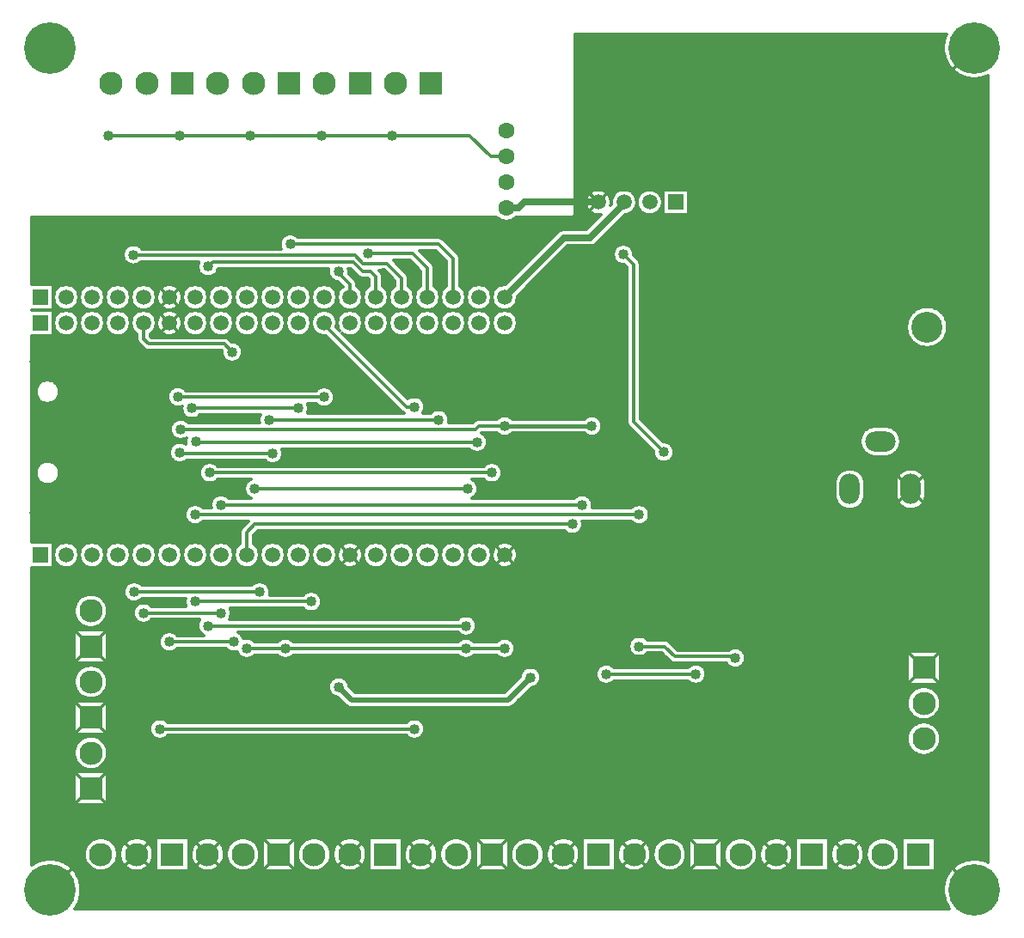
<source format=gbr>
G04 DipTrace 3.3.1.3*
G04 Bottom.gbr*
%MOIN*%
G04 #@! TF.FileFunction,Copper,L2,Bot*
G04 #@! TF.Part,Single*
G04 #@! TA.AperFunction,Conductor*
%ADD14C,0.012*%
%ADD15C,0.02*%
%ADD16C,0.016*%
%ADD17C,0.025199*%
%ADD18C,0.025*%
G04 #@! TA.AperFunction,ViaPad*
%ADD19C,0.03*%
G04 #@! TA.AperFunction,CopperBalancing*
%ADD21C,0.012992*%
G04 #@! TA.AperFunction,ComponentPad*
%ADD29R,0.059055X0.059055*%
%ADD30C,0.059055*%
%ADD35O,0.07874X0.11811*%
%ADD36O,0.11811X0.07874*%
%ADD38C,0.2*%
%ADD40C,0.062992*%
%ADD41R,0.12X0.12*%
%ADD42C,0.12*%
%ADD43R,0.090551X0.090551*%
%ADD44C,0.090551*%
G04 #@! TA.AperFunction,ViaPad*
%ADD52C,0.04*%
%FSLAX26Y26*%
G04*
G70*
G90*
G75*
G01*
G04 Bottom*
%LPD*%
X2631200Y2331200D2*
D16*
X2293700D1*
D14*
X2193700D1*
X2181200Y2318700D1*
X1037451D1*
X2756200Y3199949D2*
D17*
Y3193700D1*
X2624951Y3062451D1*
X2524951D1*
X2293700Y2831200D1*
X2299901Y3177165D2*
D18*
X2345915D1*
X2368700Y3199949D1*
X2656200D1*
X1149949Y2149951D2*
D14*
X2243700D1*
X1324951Y2087451D2*
X2149951D1*
X2037449Y2356200D2*
X1381200D1*
X1593700Y2731200D2*
X1587449D1*
X1912449Y2406200D1*
X1943700D1*
X1243700Y1493700D2*
X993700D1*
X1193700Y1606200D2*
X893700D1*
X2754200Y2997200D2*
X2793200Y2958200D1*
Y2347200D1*
X2910200Y2230200D1*
X1649949Y1318700D2*
D15*
X1699949Y1268700D1*
X2306579D1*
X2394079Y1356200D1*
X2556200Y1949949D2*
D14*
X1324949D1*
X1293700Y1918700D1*
Y1831200D1*
X3034842Y1368700D2*
X2687451D1*
X2593700Y2024949D2*
X1193700D1*
X1143700Y1556200D2*
X2143700D1*
X1093700Y1649951D2*
X1543700D1*
X1762451Y2999949D2*
X1937451D1*
X1993700Y2943700D1*
Y2831200D1*
X1462451Y3037451D2*
X2037449D1*
X2093700Y2981200D1*
Y2831200D1*
X1649949Y2931200D2*
Y2924951D1*
X1693700Y2881200D1*
Y2831200D1*
X853838Y2996062D2*
X856200Y2993700D1*
X1712451D1*
X1743700Y2962451D1*
X1837449D1*
X1893700Y2906200D1*
Y2831200D1*
X1143700Y2949949D2*
X1162451Y2968700D1*
X1706200D1*
X1743700Y2931200D1*
X1774951D1*
X1793700Y2912451D1*
Y2831200D1*
X1096634Y2272016D2*
X1099951Y2268700D1*
X2187449D1*
X1033691Y2228709D2*
X1037451Y2224949D1*
X1393700D1*
X1026495Y2445245D2*
X1024951Y2443700D1*
X1593700D1*
X3187449Y1431200D2*
Y1437007D1*
X2952755D1*
X2913385Y1476377D1*
X2814960D1*
Y1987451D2*
X1093700D1*
X1493700Y2399951D2*
X1081200D1*
X756987Y3459153D2*
X1031987D1*
X1306987D1*
X1581987D1*
X1856987D1*
X2156987D1*
X2238976Y3377165D1*
X2299901D1*
X1343700Y1687451D2*
X856200D1*
X956200Y1156200D2*
X1943700D1*
X1443700Y1468700D2*
X2143700D1*
X2293700D1*
X1443700D2*
X1293700D1*
X1237451Y2618700D2*
X1206201Y2649949D1*
X912451D1*
X893700Y2668700D1*
Y2731200D1*
D52*
X2631200Y2331200D3*
X1037451Y2318700D3*
X2293700Y2331200D3*
D3*
X1149949Y2149951D3*
X2243700D3*
X1324951Y2087451D3*
X2149951D3*
X2037449Y2356200D3*
X1381200D3*
X1943700Y2406200D3*
X1243700Y1493700D3*
X993700D3*
X1193700Y1606200D3*
X893700D3*
X1649949Y1318700D3*
X2394079Y1356200D3*
X2556200Y1949949D3*
X3034842Y1368700D3*
X2687451D3*
X2593700Y2024949D3*
X1193700D3*
X1143700Y1556200D3*
X2143700D3*
X1093700Y1649951D3*
X1543700D3*
X1649949Y2931200D3*
X853838Y2996062D3*
X1096634Y2272016D3*
X2187449Y2268700D3*
X1033691Y2228709D3*
X1393700Y2224949D3*
X1026495Y2445245D3*
X1593700Y2443700D3*
X3187449Y1431200D3*
X2814960Y1476377D3*
Y1987451D3*
X1093700D3*
X1493700Y2399951D3*
X1081200D3*
X1343700Y1687451D3*
X856200D3*
X956200Y1156200D3*
X1943700D3*
X1443700Y1468700D3*
X2143700D3*
X2293700D3*
X1293700D3*
X1237451Y2618700D3*
X1443700Y1468700D3*
X1293700D3*
D19*
X3037449Y2531200D3*
X3014200Y2529200D3*
X2987449Y2531200D3*
X2988200Y2490200D3*
X3014200D3*
X3040200D3*
X2988200Y2451200D3*
X3014200D3*
X3040200D3*
X3248200Y2880200D3*
Y2841200D3*
D52*
X2910200Y2230200D3*
X2754200Y2997200D3*
X3259842Y1446948D3*
X3384842Y1171948D3*
X2456200Y1231200D3*
X1581200Y1193700D3*
X1443700Y1056200D3*
X1006200Y1356200D3*
X1856200D3*
X893700Y2406200D3*
X468700Y1993700D3*
Y2581200D3*
X868700Y1993700D3*
Y2568700D3*
X2237451Y2456200D3*
X2293700Y1056200D3*
X756987Y3459153D3*
X1031987D3*
X1306987D3*
X1581987D3*
X1856987D3*
X699949Y3087449D3*
X974949Y3081200D3*
X1249949D3*
X1531200D3*
X1799949D3*
X1143700Y2949949D3*
X1462451Y3037451D3*
X1762451Y2999949D3*
X3543700Y1487451D3*
X2566860Y3838910D2*
D21*
X3999613D1*
X2566860Y3826049D2*
X3995909D1*
X2566860Y3813188D2*
X3993675D1*
X2566860Y3800327D2*
X3992863D1*
X2566860Y3787466D2*
X3993447D1*
X2566860Y3774606D2*
X3995426D1*
X2566860Y3761745D2*
X3998852D1*
X2566860Y3748884D2*
X4003927D1*
X2566860Y3736023D2*
X4010855D1*
X2566860Y3723162D2*
X4020040D1*
X2566860Y3710301D2*
X4032271D1*
X2566860Y3697440D2*
X4049272D1*
X2566860Y3684579D2*
X4077363D1*
X4150986D2*
X4165440D1*
X2566860Y3671718D2*
X4165440D1*
X2566860Y3658857D2*
X4165440D1*
X2566860Y3645997D2*
X4165440D1*
X2566860Y3633136D2*
X4165440D1*
X2566860Y3620275D2*
X4165440D1*
X2566860Y3607414D2*
X4165440D1*
X2566860Y3594553D2*
X4165440D1*
X2566860Y3581692D2*
X4165440D1*
X2566860Y3568831D2*
X4165440D1*
X2566860Y3555970D2*
X4165440D1*
X2566860Y3543109D2*
X4165440D1*
X2566860Y3530249D2*
X4165440D1*
X2566860Y3517388D2*
X4165440D1*
X2566860Y3504527D2*
X4165440D1*
X2566860Y3491666D2*
X4165440D1*
X2566860Y3478805D2*
X4165440D1*
X2566860Y3465944D2*
X4165440D1*
X2566860Y3453083D2*
X4165440D1*
X2566860Y3440222D2*
X4165440D1*
X2566860Y3427361D2*
X4165440D1*
X2566860Y3414501D2*
X4165440D1*
X2566860Y3401640D2*
X4165440D1*
X2566860Y3388779D2*
X4165440D1*
X2566860Y3375918D2*
X4165440D1*
X2566860Y3363057D2*
X4165440D1*
X2566860Y3350196D2*
X4165440D1*
X2566860Y3337335D2*
X4165440D1*
X2566860Y3324474D2*
X4165440D1*
X2566860Y3311613D2*
X4165440D1*
X2566860Y3298752D2*
X4165440D1*
X2566860Y3285892D2*
X4165440D1*
X2566860Y3273031D2*
X4165440D1*
X2566860Y3260170D2*
X4165440D1*
X2566860Y3247309D2*
X2640388D1*
X2672016D2*
X2740392D1*
X2772020D2*
X2840371D1*
X2872023D2*
X2905356D1*
X3007045D2*
X4165440D1*
X2566860Y3234448D2*
X2619352D1*
X2693052D2*
X2719356D1*
X2793056D2*
X2819360D1*
X2893035D2*
X2905356D1*
X3007045D2*
X4165440D1*
X2566860Y3221587D2*
X2610344D1*
X2702060D2*
X2710335D1*
X2802064D2*
X2810351D1*
X3007045D2*
X4165440D1*
X2566860Y3208726D2*
X2606157D1*
X3007045D2*
X4165440D1*
X2566860Y3195865D2*
X2605523D1*
X3007045D2*
X4165440D1*
X2566860Y3183004D2*
X2608364D1*
X3007045D2*
X4165440D1*
X2566860Y3170144D2*
X2615343D1*
X2797065D2*
X2815325D1*
X2897069D2*
X2905381D1*
X3007045D2*
X4165440D1*
X2566860Y3157283D2*
X2629730D1*
X2782678D2*
X2829738D1*
X2882655D2*
X2905356D1*
X3007045D2*
X4165440D1*
X2564272Y3144422D2*
X2659495D1*
X2754333D2*
X4165440D1*
X460564Y3131561D2*
X2274654D1*
X2325136D2*
X2646655D1*
X2741468D2*
X4165440D1*
X460564Y3118700D2*
X2633791D1*
X2728603D2*
X4165440D1*
X460564Y3105839D2*
X2620926D1*
X2715763D2*
X4165440D1*
X460564Y3092978D2*
X2512192D1*
X2702897D2*
X4165440D1*
X460564Y3080117D2*
X2495216D1*
X2690032D2*
X4165440D1*
X460564Y3067256D2*
X1434455D1*
X1490443D2*
X2482351D1*
X2677167D2*
X4165440D1*
X460564Y3054396D2*
X1424914D1*
X2058595D2*
X2469486D1*
X2664301D2*
X4165440D1*
X460564Y3041535D2*
X1421361D1*
X2071435D2*
X2456620D1*
X2651436D2*
X4165440D1*
X460564Y3028674D2*
X829356D1*
X878315D2*
X1422123D1*
X2084300D2*
X2443755D1*
X2538592D2*
X2728212D1*
X2780191D2*
X4165440D1*
X460564Y3015813D2*
X817735D1*
X2097165D2*
X2430890D1*
X2525728D2*
X2717478D1*
X2790924D2*
X4165440D1*
X460564Y3002952D2*
X813116D1*
X1972522D2*
X2033869D1*
X2110031D2*
X2418050D1*
X2512863D2*
X2713317D1*
X2795086D2*
X4165440D1*
X460564Y2990091D2*
X812990D1*
X1985386D2*
X2046734D1*
X2119444D2*
X2405186D1*
X2499997D2*
X2713519D1*
X2799399D2*
X4165440D1*
X460564Y2977230D2*
X817228D1*
X1998252D2*
X2059599D1*
X2121018D2*
X2392319D1*
X2487132D2*
X2718239D1*
X2812239D2*
X4165440D1*
X460564Y2964369D2*
X828113D1*
X879560D2*
X1105085D1*
X1873609D2*
X1934956D1*
X2011117D2*
X2066399D1*
X2121018D2*
X2379455D1*
X2474292D2*
X2730039D1*
X2819776D2*
X4165440D1*
X460564Y2951508D2*
X1102419D1*
X1886474D2*
X1947822D1*
X2019796D2*
X2066399D1*
X2121018D2*
X2366590D1*
X2461427D2*
X2761809D1*
X2820512D2*
X4165440D1*
X460564Y2938648D2*
X1104019D1*
X1183377D2*
X1609340D1*
X1690552D2*
X1698175D1*
X1899339D2*
X1960662D1*
X2021014D2*
X2066399D1*
X2121018D2*
X2353724D1*
X2448561D2*
X2765894D1*
X2820512D2*
X4165440D1*
X460564Y2925787D2*
X1110515D1*
X1176881D2*
X1609011D1*
X1690882D2*
X1711045D1*
X1817327D2*
X1836044D1*
X1912205D2*
X1966396D1*
X2021014D2*
X2066399D1*
X2121018D2*
X2340884D1*
X2435696D2*
X2765894D1*
X2820512D2*
X4165440D1*
X460564Y2912926D2*
X1127237D1*
X1160158D2*
X1613071D1*
X1700043D2*
X1723885D1*
X1821006D2*
X1848884D1*
X1920121D2*
X1966396D1*
X2021014D2*
X2066399D1*
X2121018D2*
X2328019D1*
X2422831D2*
X2765894D1*
X2820512D2*
X4165440D1*
X460564Y2900065D2*
X1623525D1*
X1712907D2*
X1766389D1*
X1821006D2*
X1861749D1*
X1921010D2*
X1966396D1*
X2021014D2*
X2066399D1*
X2121018D2*
X2315154D1*
X2409991D2*
X2765894D1*
X2820512D2*
X4165440D1*
X460564Y2887204D2*
X1649612D1*
X1720317D2*
X1766389D1*
X1821006D2*
X1866393D1*
X1921010D2*
X1966396D1*
X2021014D2*
X2066399D1*
X2121018D2*
X2302288D1*
X2397125D2*
X2765894D1*
X2820512D2*
X4165440D1*
X544529Y2874343D2*
X568067D1*
X619336D2*
X668071D1*
X719340D2*
X768050D1*
X819343D2*
X868054D1*
X919347D2*
X968058D1*
X1019351D2*
X1068062D1*
X1119330D2*
X1168066D1*
X1219334D2*
X1268069D1*
X1319338D2*
X1368073D1*
X1419342D2*
X1468052D1*
X1519346D2*
X1568056D1*
X1619350D2*
X1662477D1*
X1721002D2*
X1766389D1*
X1821006D2*
X1866393D1*
X1921010D2*
X1966396D1*
X2021014D2*
X2066399D1*
X2121018D2*
X2168053D1*
X2219347D2*
X2268057D1*
X2384260D2*
X2765894D1*
X2820512D2*
X4165440D1*
X544529Y2861482D2*
X553197D1*
X634205D2*
X653201D1*
X734209D2*
X753205D1*
X834188D2*
X853209D1*
X934192D2*
X953188D1*
X1034196D2*
X1053192D1*
X1134200D2*
X1153196D1*
X1234204D2*
X1253200D1*
X1334208D2*
X1353204D1*
X1434212D2*
X1453207D1*
X1534190D2*
X1553210D1*
X1634193D2*
X1653190D1*
X1734197D2*
X1753193D1*
X1834201D2*
X1853197D1*
X1934205D2*
X1953201D1*
X2034209D2*
X2053205D1*
X2134213D2*
X2153209D1*
X2234191D2*
X2253187D1*
X2371396D2*
X2765894D1*
X2820512D2*
X4165440D1*
X2358529Y2848621D2*
X2765894D1*
X2820512D2*
X4165440D1*
X2345665Y2835760D2*
X2765894D1*
X2820512D2*
X4165440D1*
X2343838Y2822899D2*
X2765894D1*
X2820512D2*
X4165440D1*
X639788Y2810039D2*
X647619D1*
X739792D2*
X747623D1*
X839796D2*
X847613D1*
X939775D2*
X947606D1*
X1039779D2*
X1047628D1*
X1139783D2*
X1147613D1*
X1239787D2*
X1247617D1*
X1339791D2*
X1347599D1*
X1439793D2*
X1447625D1*
X1539797D2*
X1547613D1*
X1639776D2*
X1647607D1*
X1739780D2*
X1747611D1*
X1839784D2*
X1847619D1*
X1939788D2*
X1947619D1*
X2039792D2*
X2047591D1*
X2139796D2*
X2147600D1*
X2239800D2*
X2247604D1*
X2339777D2*
X2765894D1*
X2820512D2*
X4165440D1*
X544529Y2797178D2*
X556396D1*
X631008D2*
X656399D1*
X731012D2*
X756403D1*
X830991D2*
X856407D1*
X930995D2*
X956385D1*
X1030999D2*
X1056389D1*
X1131002D2*
X1156393D1*
X1231006D2*
X1256397D1*
X1331010D2*
X1356401D1*
X1431014D2*
X1456405D1*
X1530993D2*
X1556409D1*
X1630997D2*
X1656386D1*
X1731001D2*
X1756390D1*
X1831004D2*
X1856394D1*
X1931008D2*
X1956398D1*
X2031012D2*
X2056402D1*
X2130990D2*
X2156406D1*
X2230994D2*
X2256410D1*
X2330998D2*
X2765894D1*
X2820512D2*
X4165440D1*
X544529Y2784317D2*
X576417D1*
X610987D2*
X676420D1*
X710991D2*
X776398D1*
X810995D2*
X876402D1*
X910999D2*
X976406D1*
X1011003D2*
X1076410D1*
X1110981D2*
X1176414D1*
X1210985D2*
X1276418D1*
X1310989D2*
X1376422D1*
X1410993D2*
X1476401D1*
X1510997D2*
X1576403D1*
X1611001D2*
X1676407D1*
X1710980D2*
X1776411D1*
X1810983D2*
X1876415D1*
X1910987D2*
X1976419D1*
X2010990D2*
X2076398D1*
X2110994D2*
X2176402D1*
X2210998D2*
X2276406D1*
X2311002D2*
X2765894D1*
X2820512D2*
X3889002D1*
X3973385D2*
X4165440D1*
X544529Y2771456D2*
X563525D1*
X623852D2*
X663529D1*
X723856D2*
X763533D1*
X823860D2*
X863537D1*
X923864D2*
X963541D1*
X1023868D2*
X1063545D1*
X1123872D2*
X1163523D1*
X1223876D2*
X1263527D1*
X1323855D2*
X1363531D1*
X1423859D2*
X1463535D1*
X1523861D2*
X1563539D1*
X1623865D2*
X1663543D1*
X1723869D2*
X1763546D1*
X1823873D2*
X1863525D1*
X1923877D2*
X1963529D1*
X2023856D2*
X2063532D1*
X2123860D2*
X2163536D1*
X2223864D2*
X2263540D1*
X2323868D2*
X2765894D1*
X2820512D2*
X3872661D1*
X3989728D2*
X4165440D1*
X544529Y2758595D2*
X551142D1*
X636262D2*
X651121D1*
X736266D2*
X751125D1*
X836270D2*
X851129D1*
X936272D2*
X951133D1*
X1036276D2*
X1051137D1*
X1136280D2*
X1151140D1*
X1236259D2*
X1251119D1*
X1336263D2*
X1351123D1*
X1436267D2*
X1451127D1*
X1536271D2*
X1551130D1*
X1636275D2*
X1651134D1*
X1736279D2*
X1751138D1*
X1836283D2*
X1851142D1*
X1936260D2*
X1951120D1*
X2036264D2*
X2051124D1*
X2136268D2*
X2151128D1*
X2236272D2*
X2251132D1*
X2336276D2*
X2765894D1*
X2820512D2*
X3862460D1*
X3999953D2*
X4165440D1*
X2342365Y2745734D2*
X2765894D1*
X2820512D2*
X3855812D1*
X4006602D2*
X4165440D1*
X2344498Y2732873D2*
X2765894D1*
X2820512D2*
X3851802D1*
X4010611D2*
X4165440D1*
X2343254Y2720012D2*
X2765894D1*
X2820512D2*
X3850025D1*
X4012388D2*
X4165440D1*
X638317Y2707151D2*
X649091D1*
X738296D2*
X749095D1*
X838298D2*
X849099D1*
X938302D2*
X949103D1*
X1038306D2*
X1049107D1*
X1138310D2*
X1149085D1*
X1238314D2*
X1249088D1*
X1338293D2*
X1349092D1*
X1438297D2*
X1449096D1*
X1538301D2*
X1549100D1*
X1738308D2*
X1749083D1*
X1838312D2*
X1849086D1*
X1938315D2*
X1949090D1*
X2038294D2*
X2049094D1*
X2138298D2*
X2149098D1*
X2238302D2*
X2249102D1*
X2338306D2*
X2765894D1*
X2820512D2*
X3850330D1*
X4012057D2*
X4165440D1*
X544529Y2694291D2*
X559364D1*
X628040D2*
X659368D1*
X728044D2*
X759372D1*
X828048D2*
X859376D1*
X928025D2*
X959354D1*
X1028029D2*
X1059357D1*
X1128033D2*
X1159361D1*
X1228037D2*
X1259365D1*
X1328041D2*
X1359369D1*
X1428045D2*
X1459373D1*
X1528049D2*
X1559352D1*
X1728031D2*
X1759360D1*
X1828035D2*
X1859363D1*
X1928039D2*
X1959367D1*
X2028043D2*
X2059371D1*
X2128046D2*
X2159375D1*
X2228025D2*
X2259354D1*
X2328029D2*
X2765894D1*
X2820512D2*
X3852767D1*
X4009621D2*
X4165440D1*
X460564Y2681430D2*
X866405D1*
X920997D2*
X1599140D1*
X1675301D2*
X2765894D1*
X2820512D2*
X3857537D1*
X4004876D2*
X4165440D1*
X460564Y2668569D2*
X866405D1*
X1225653D2*
X1612006D1*
X1688167D2*
X2765894D1*
X2820512D2*
X3865150D1*
X3997263D2*
X4165440D1*
X460564Y2655708D2*
X869881D1*
X1253945D2*
X1624871D1*
X1701032D2*
X2765894D1*
X2820512D2*
X3876797D1*
X3985616D2*
X4165440D1*
X460564Y2642847D2*
X881477D1*
X1270642D2*
X1637710D1*
X1713872D2*
X2765894D1*
X2820512D2*
X3896514D1*
X3965899D2*
X4165440D1*
X460564Y2629986D2*
X894469D1*
X1277138D2*
X1650575D1*
X1726737D2*
X2765894D1*
X2820512D2*
X4165440D1*
X460564Y2617125D2*
X1196182D1*
X1278737D2*
X1663441D1*
X1739603D2*
X2765894D1*
X2820512D2*
X4165440D1*
X460564Y2604264D2*
X1198846D1*
X1276073D2*
X1676306D1*
X1752468D2*
X2765894D1*
X2820512D2*
X4165440D1*
X460564Y2591403D2*
X1206890D1*
X1268003D2*
X1689171D1*
X1765333D2*
X2765894D1*
X2820512D2*
X4165440D1*
X460564Y2578543D2*
X1702037D1*
X1778199D2*
X2765894D1*
X2820512D2*
X4165440D1*
X460564Y2565682D2*
X1714877D1*
X1791039D2*
X2765894D1*
X2820512D2*
X4165440D1*
X460564Y2552821D2*
X1727742D1*
X1803903D2*
X2765894D1*
X2820512D2*
X4165440D1*
X460564Y2539960D2*
X1740607D1*
X1816768D2*
X2765894D1*
X2820512D2*
X4165440D1*
X460564Y2527099D2*
X1753473D1*
X1829634D2*
X2765894D1*
X2820512D2*
X4165440D1*
X460564Y2514238D2*
X1766338D1*
X1842499D2*
X2765894D1*
X2820512D2*
X4165440D1*
X460564Y2501377D2*
X492399D1*
X550087D2*
X1779203D1*
X1855364D2*
X2765894D1*
X2820512D2*
X4165440D1*
X460564Y2488516D2*
X480701D1*
X561810D2*
X1792043D1*
X1868204D2*
X2765894D1*
X2820512D2*
X4165440D1*
X460564Y2475655D2*
X475321D1*
X567190D2*
X999193D1*
X1053785D2*
X1568335D1*
X1619070D2*
X1804909D1*
X1881069D2*
X2765894D1*
X2820512D2*
X4165440D1*
X460564Y2462794D2*
X473977D1*
X568510D2*
X989246D1*
X1630159D2*
X1817773D1*
X1893935D2*
X2765894D1*
X2820512D2*
X4165440D1*
X460564Y2449934D2*
X476336D1*
X566175D2*
X985465D1*
X1634523D2*
X1830638D1*
X1906800D2*
X2765894D1*
X2820512D2*
X4165440D1*
X460564Y2437073D2*
X483061D1*
X559451D2*
X986024D1*
X1634447D2*
X1843504D1*
X1970441D2*
X2765894D1*
X2820512D2*
X4165440D1*
X460564Y2424212D2*
X497829D1*
X544682D2*
X991175D1*
X1629931D2*
X1856369D1*
X1980718D2*
X2765894D1*
X2820512D2*
X4165440D1*
X460564Y2411351D2*
X1003939D1*
X1533352D2*
X1568868D1*
X1618537D2*
X1869209D1*
X1984676D2*
X2765894D1*
X2820512D2*
X4165440D1*
X460564Y2398490D2*
X1039920D1*
X1534977D2*
X1882074D1*
X1984245D2*
X2765894D1*
X2820512D2*
X4165440D1*
X460564Y2385629D2*
X1042535D1*
X1532363D2*
X1895245D1*
X1979322D2*
X2009052D1*
X2065852D2*
X2765894D1*
X2820512D2*
X4165440D1*
X460564Y2372768D2*
X1050553D1*
X1111844D2*
X1343485D1*
X2075165D2*
X2765894D1*
X2820512D2*
X4165440D1*
X460564Y2359907D2*
X1340060D1*
X2078590D2*
X2264529D1*
X2322877D2*
X2602046D1*
X2660368D2*
X2765894D1*
X2820512D2*
X4165440D1*
X460564Y2347046D2*
X1007922D1*
X1066981D2*
X1340947D1*
X2077703D2*
X2171480D1*
X2669225D2*
X2765894D1*
X2831423D2*
X4165440D1*
X460564Y2334186D2*
X999270D1*
X2672397D2*
X2769396D1*
X2844288D2*
X4165440D1*
X460564Y2321325D2*
X996225D1*
X2671280D2*
X2780993D1*
X2857154D2*
X3696481D1*
X3803523D2*
X4165440D1*
X460564Y2308464D2*
X997468D1*
X2665418D2*
X2793857D1*
X2870019D2*
X3682423D1*
X3817582D2*
X4165440D1*
X460564Y2295603D2*
X1003482D1*
X2218357D2*
X2274148D1*
X2313260D2*
X2611638D1*
X2650751D2*
X2806722D1*
X2882884D2*
X3674683D1*
X3825321D2*
X4165440D1*
X460564Y2282742D2*
X1018606D1*
X2226224D2*
X2819588D1*
X2895750D2*
X3670674D1*
X3829305D2*
X4165440D1*
X460564Y2269881D2*
X1055375D1*
X2228735D2*
X2832428D1*
X2916608D2*
X3669659D1*
X3830344D2*
X4165440D1*
X460564Y2257020D2*
X1004116D1*
X2227010D2*
X2845293D1*
X2941196D2*
X3671460D1*
X3828518D2*
X4165440D1*
X460564Y2244159D2*
X995489D1*
X2220336D2*
X2858158D1*
X2948986D2*
X3676384D1*
X3823620D2*
X4165440D1*
X460564Y2231298D2*
X992469D1*
X1434490D2*
X2171936D1*
X2202955D2*
X2868918D1*
X2951499D2*
X3685468D1*
X3814536D2*
X4165440D1*
X460564Y2218438D2*
X993712D1*
X1434465D2*
X2870669D1*
X2949747D2*
X3702672D1*
X3797331D2*
X4165440D1*
X460564Y2205577D2*
X999751D1*
X1429999D2*
X2877368D1*
X2943023D2*
X4165440D1*
X460564Y2192716D2*
X503995D1*
X538516D2*
X1014926D1*
X1052466D2*
X1368708D1*
X1418707D2*
X2894927D1*
X2925489D2*
X4165440D1*
X460564Y2179855D2*
X485319D1*
X557167D2*
X1122086D1*
X1177819D2*
X2215835D1*
X2271569D2*
X4165440D1*
X460564Y2166994D2*
X477377D1*
X565109D2*
X1112443D1*
X2281187D2*
X4165440D1*
X460564Y2154133D2*
X474179D1*
X568306D2*
X1108865D1*
X2284789D2*
X3595411D1*
X3668375D2*
X3831629D1*
X3904592D2*
X4165440D1*
X460564Y2141272D2*
X474712D1*
X567798D2*
X1109602D1*
X2284053D2*
X3582596D1*
X3681165D2*
X3818814D1*
X3917382D2*
X4165440D1*
X460564Y2128411D2*
X479103D1*
X563384D2*
X1114930D1*
X2278725D2*
X3575491D1*
X3688294D2*
X3811709D1*
X3924512D2*
X4165440D1*
X460564Y2115550D2*
X488999D1*
X553487D2*
X1128226D1*
X1171679D2*
X1295170D1*
X2179735D2*
X2221976D1*
X2265428D2*
X3571939D1*
X3691847D2*
X3808157D1*
X3928065D2*
X4165440D1*
X460564Y2102690D2*
X1286670D1*
X2188237D2*
X3571203D1*
X3692557D2*
X3807420D1*
X3928776D2*
X4165440D1*
X460564Y2089829D2*
X1283726D1*
X2191180D2*
X3571203D1*
X3692557D2*
X3807420D1*
X3928776D2*
X4165440D1*
X460564Y2076968D2*
X1285045D1*
X2189860D2*
X3571203D1*
X3692557D2*
X3807420D1*
X3928776D2*
X4165440D1*
X460564Y2064107D2*
X1184204D1*
X1203195D2*
X1291161D1*
X2183746D2*
X2584182D1*
X2603199D2*
X3571279D1*
X3692507D2*
X3807497D1*
X3928725D2*
X4165440D1*
X460564Y2051246D2*
X1162255D1*
X1225145D2*
X1306615D1*
X2168267D2*
X2562258D1*
X2625148D2*
X3573309D1*
X3690451D2*
X3809553D1*
X3926670D2*
X4165440D1*
X460564Y2038385D2*
X1154718D1*
X2632684D2*
X3578511D1*
X3685250D2*
X3814754D1*
X3921468D2*
X4165440D1*
X460564Y2025524D2*
X1080115D1*
X1107276D2*
X1152409D1*
X2634993D2*
X2801368D1*
X2828556D2*
X3588027D1*
X3675759D2*
X3824245D1*
X3911977D2*
X4165440D1*
X460564Y2012663D2*
X1061338D1*
X2847334D2*
X3606474D1*
X3657285D2*
X3842718D1*
X3893504D2*
X4165440D1*
X460564Y1999802D2*
X1054359D1*
X2854312D2*
X4165440D1*
X460564Y1986941D2*
X1052405D1*
X2856266D2*
X4165440D1*
X460564Y1974081D2*
X1054690D1*
X2853956D2*
X4165440D1*
X460564Y1961220D2*
X1062200D1*
X1125217D2*
X1298140D1*
X2595890D2*
X2783453D1*
X2846470D2*
X4165440D1*
X460564Y1948359D2*
X1083896D1*
X1103522D2*
X1285273D1*
X2597464D2*
X2805150D1*
X2824775D2*
X4165440D1*
X460564Y1935498D2*
X1272536D1*
X2594798D2*
X4165440D1*
X460564Y1922637D2*
X1266699D1*
X1335704D2*
X2525667D1*
X2586730D2*
X4165440D1*
X460564Y1909776D2*
X1266394D1*
X1322864D2*
X4165440D1*
X460564Y1896915D2*
X1266394D1*
X1321012D2*
X4165440D1*
X460564Y1884054D2*
X1266394D1*
X1321012D2*
X4165440D1*
X544529Y1871193D2*
X563170D1*
X624233D2*
X663174D1*
X724237D2*
X763178D1*
X824216D2*
X863182D1*
X924220D2*
X963161D1*
X1024224D2*
X1063165D1*
X1124228D2*
X1163169D1*
X1224231D2*
X1263172D1*
X1324235D2*
X1363176D1*
X1424239D2*
X1463179D1*
X1524217D2*
X1563183D1*
X1624221D2*
X1663162D1*
X1724225D2*
X1763166D1*
X1824229D2*
X1863170D1*
X1924233D2*
X1963174D1*
X2024237D2*
X2063178D1*
X2124214D2*
X2163182D1*
X2224218D2*
X2263186D1*
X2324222D2*
X4165440D1*
X636439Y1858333D2*
X650969D1*
X736443D2*
X750947D1*
X836447D2*
X850951D1*
X936451D2*
X950955D1*
X1036455D2*
X1050959D1*
X1136432D2*
X1150962D1*
X1236436D2*
X1250966D1*
X1336440D2*
X1350945D1*
X1436444D2*
X1450949D1*
X1536448D2*
X1550953D1*
X1636452D2*
X1650956D1*
X1736431D2*
X1750960D1*
X1836435D2*
X1850964D1*
X1936438D2*
X1950968D1*
X2036441D2*
X2050947D1*
X2136445D2*
X2150951D1*
X2236449D2*
X2250955D1*
X2336453D2*
X4165440D1*
X2342441Y1845472D2*
X4165440D1*
X2344523Y1832611D2*
X4165440D1*
X2343204Y1819750D2*
X4165440D1*
X638165Y1806889D2*
X649243D1*
X738169D2*
X749247D1*
X838146D2*
X849251D1*
X938150D2*
X949229D1*
X1038154D2*
X1049233D1*
X1138158D2*
X1149237D1*
X1238162D2*
X1249241D1*
X1338166D2*
X1349245D1*
X1438170D2*
X1449249D1*
X1538149D2*
X1549252D1*
X1638153D2*
X1649231D1*
X1738155D2*
X1749235D1*
X1838159D2*
X1849238D1*
X1938163D2*
X1949242D1*
X2038167D2*
X2049246D1*
X2138146D2*
X2149250D1*
X2238150D2*
X2249254D1*
X2338154D2*
X4165440D1*
X544529Y1794028D2*
X559669D1*
X627735D2*
X659648D1*
X727739D2*
X759651D1*
X827743D2*
X859655D1*
X927747D2*
X959658D1*
X1027751D2*
X1059662D1*
X1127729D2*
X1159666D1*
X1227733D2*
X1259670D1*
X1327737D2*
X1359649D1*
X1427741D2*
X1459653D1*
X1527745D2*
X1559657D1*
X1627749D2*
X1659661D1*
X1727752D2*
X1759665D1*
X1827730D2*
X1859669D1*
X1927734D2*
X1959671D1*
X2027738D2*
X2059650D1*
X2127742D2*
X2159654D1*
X2227746D2*
X2259658D1*
X2327750D2*
X4165440D1*
X460564Y1781167D2*
X4165440D1*
X460564Y1768306D2*
X4165440D1*
X460564Y1755445D2*
X4165440D1*
X460564Y1742585D2*
X4165440D1*
X460564Y1729724D2*
X4165440D1*
X460564Y1716863D2*
X827784D1*
X884609D2*
X1315267D1*
X1372119D2*
X4165440D1*
X460564Y1704002D2*
X818470D1*
X1381431D2*
X4165440D1*
X460564Y1691141D2*
X815070D1*
X1384831D2*
X4165440D1*
X460564Y1678280D2*
X675329D1*
X702617D2*
X815959D1*
X1383943D2*
X1514158D1*
X1573242D2*
X4165440D1*
X460564Y1665419D2*
X647238D1*
X730708D2*
X821516D1*
X1581896D2*
X4165440D1*
X460564Y1652558D2*
X634881D1*
X743091D2*
X835319D1*
X877073D2*
X1052481D1*
X1584915D2*
X4165440D1*
X460564Y1639697D2*
X627598D1*
X750373D2*
X870515D1*
X916886D2*
X1053725D1*
X1583671D2*
X4165440D1*
X460564Y1626836D2*
X623640D1*
X754306D2*
X858132D1*
X1577658D2*
X4165440D1*
X460564Y1613976D2*
X622397D1*
X755550D2*
X853159D1*
X1234254D2*
X1524892D1*
X1562508D2*
X4165440D1*
X460564Y1601115D2*
X623716D1*
X754230D2*
X852728D1*
X1234686D2*
X4165440D1*
X460564Y1588254D2*
X627750D1*
X750196D2*
X856636D1*
X1230752D2*
X2118470D1*
X2168952D2*
X4165440D1*
X460564Y1575393D2*
X635161D1*
X742787D2*
X866886D1*
X920515D2*
X1107292D1*
X2180091D2*
X4165440D1*
X460564Y1562532D2*
X647746D1*
X730226D2*
X1102902D1*
X2184507D2*
X4165440D1*
X460564Y1549671D2*
X677613D1*
X700359D2*
X1102927D1*
X2184481D2*
X4165440D1*
X460564Y1536810D2*
X622397D1*
X755550D2*
X1107393D1*
X2179990D2*
X4165440D1*
X460564Y1523949D2*
X622397D1*
X755550D2*
X966205D1*
X1021179D2*
X1118735D1*
X1271175D2*
X2118724D1*
X2168672D2*
X4165440D1*
X460564Y1511088D2*
X622397D1*
X755550D2*
X956360D1*
X1281022D2*
X2793756D1*
X2836142D2*
X4165440D1*
X460564Y1498228D2*
X622397D1*
X755550D2*
X952655D1*
X1322002D2*
X1415398D1*
X1471995D2*
X2115399D1*
X2171997D2*
X2265393D1*
X2321990D2*
X2780155D1*
X2928788D2*
X4165440D1*
X460564Y1485367D2*
X622397D1*
X755550D2*
X953264D1*
X2331378D2*
X2774674D1*
X2942465D2*
X4165440D1*
X460564Y1472506D2*
X622397D1*
X755550D2*
X958466D1*
X2334830D2*
X2773836D1*
X2955330D2*
X4165440D1*
X460564Y1459645D2*
X622397D1*
X755550D2*
X971407D1*
X1016002D2*
X1221405D1*
X2333966D2*
X2777313D1*
X3216873D2*
X4165440D1*
X460564Y1446784D2*
X622397D1*
X755550D2*
X1258935D1*
X2328460D2*
X2786728D1*
X2843172D2*
X2904899D1*
X3225602D2*
X3852107D1*
X3985287D2*
X4165440D1*
X460564Y1433923D2*
X622397D1*
X755550D2*
X1272612D1*
X1314770D2*
X1422630D1*
X1464788D2*
X2122632D1*
X2164791D2*
X2272625D1*
X2314783D2*
X2917764D1*
X3228672D2*
X3852107D1*
X3985287D2*
X4165440D1*
X460564Y1421062D2*
X622397D1*
X755550D2*
X2930630D1*
X3227455D2*
X3852107D1*
X3985287D2*
X4165440D1*
X460564Y1408201D2*
X2679796D1*
X2695071D2*
X3027208D1*
X3042494D2*
X3153424D1*
X3221491D2*
X3852107D1*
X3985287D2*
X4165440D1*
X460564Y1395340D2*
X655410D1*
X722537D2*
X2384504D1*
X2403672D2*
X2656298D1*
X2718604D2*
X3003686D1*
X3065991D2*
X3168422D1*
X3206494D2*
X3852107D1*
X3985287D2*
X4165440D1*
X460564Y1382480D2*
X639347D1*
X738600D2*
X2362606D1*
X2425546D2*
X2648585D1*
X3073707D2*
X3852107D1*
X3985287D2*
X4165440D1*
X460564Y1369619D2*
X630237D1*
X747709D2*
X2355094D1*
X2433057D2*
X2646149D1*
X3076142D2*
X3852107D1*
X3985287D2*
X4165440D1*
X460564Y1356758D2*
X624985D1*
X752987D2*
X1636315D1*
X1663578D2*
X2350907D1*
X2435392D2*
X2647976D1*
X3074315D2*
X3852107D1*
X3985287D2*
X4165440D1*
X460564Y1343897D2*
X622599D1*
X755347D2*
X1617562D1*
X1682330D2*
X2338043D1*
X2433438D2*
X2654750D1*
X3067540D2*
X3852107D1*
X3985287D2*
X4165440D1*
X460564Y1331036D2*
X622827D1*
X755119D2*
X1610585D1*
X1689309D2*
X2325176D1*
X2426485D2*
X2672666D1*
X2702238D2*
X3020053D1*
X3049625D2*
X3852107D1*
X3985287D2*
X4165440D1*
X460564Y1318175D2*
X625670D1*
X752277D2*
X1608655D1*
X1694207D2*
X2312312D1*
X2407809D2*
X3897808D1*
X3939611D2*
X4165440D1*
X460564Y1305314D2*
X631506D1*
X746440D2*
X1610940D1*
X1707071D2*
X2299447D1*
X2386924D2*
X3874742D1*
X3962676D2*
X4165440D1*
X460564Y1292453D2*
X641478D1*
X736468D2*
X1618451D1*
X2374060D2*
X3863297D1*
X3974096D2*
X4165440D1*
X460564Y1279592D2*
X659697D1*
X718249D2*
X1640222D1*
X2361220D2*
X3856573D1*
X3980846D2*
X4165440D1*
X460564Y1266731D2*
X1658188D1*
X2348355D2*
X3853020D1*
X3984373D2*
X4165440D1*
X460564Y1253871D2*
X622397D1*
X755550D2*
X1671053D1*
X2335489D2*
X3852158D1*
X3985260D2*
X4165440D1*
X460564Y1241010D2*
X622397D1*
X755550D2*
X1687091D1*
X2319452D2*
X3853833D1*
X3983561D2*
X4165440D1*
X460564Y1228149D2*
X622397D1*
X755550D2*
X3858323D1*
X3979095D2*
X4165440D1*
X460564Y1215288D2*
X622397D1*
X755550D2*
X3866292D1*
X3971102D2*
X4165440D1*
X460564Y1202427D2*
X622397D1*
X755550D2*
X3879969D1*
X3957449D2*
X4165440D1*
X460564Y1189566D2*
X622397D1*
X755550D2*
X932836D1*
X979564D2*
X1920314D1*
X1967066D2*
X4165440D1*
X460564Y1176705D2*
X622397D1*
X755550D2*
X920556D1*
X1979348D2*
X3888621D1*
X3948771D2*
X4165440D1*
X460564Y1163844D2*
X622397D1*
X755550D2*
X915633D1*
X1984271D2*
X3870809D1*
X3966585D2*
X4165440D1*
X460564Y1150983D2*
X622397D1*
X755550D2*
X915226D1*
X1984676D2*
X3860989D1*
X3976405D2*
X4165440D1*
X460564Y1138123D2*
X622397D1*
X755550D2*
X919210D1*
X1980692D2*
X3855254D1*
X3982140D2*
X4165440D1*
X460564Y1125262D2*
X668071D1*
X709875D2*
X929539D1*
X982861D2*
X1917041D1*
X1970365D2*
X3852512D1*
X3984880D2*
X4165440D1*
X460564Y1112401D2*
X645006D1*
X732941D2*
X3852360D1*
X3985032D2*
X4165440D1*
X460564Y1099540D2*
X633587D1*
X744360D2*
X3854822D1*
X3982596D2*
X4165440D1*
X460564Y1086679D2*
X626836D1*
X751109D2*
X3860176D1*
X3977217D2*
X4165440D1*
X460564Y1073818D2*
X623284D1*
X754662D2*
X3869438D1*
X3967955D2*
X4165440D1*
X460564Y1060957D2*
X622422D1*
X755525D2*
X3885856D1*
X3951562D2*
X4165440D1*
X460564Y1048096D2*
X624121D1*
X753825D2*
X4165440D1*
X460564Y1035235D2*
X628588D1*
X749359D2*
X4165440D1*
X460564Y1022375D2*
X636556D1*
X741390D2*
X4165440D1*
X460564Y1009514D2*
X650233D1*
X727713D2*
X4165440D1*
X460564Y996653D2*
X4165440D1*
X460564Y983792D2*
X622397D1*
X755550D2*
X4165440D1*
X460564Y970931D2*
X622397D1*
X755550D2*
X4165440D1*
X460564Y958070D2*
X622397D1*
X755550D2*
X4165440D1*
X460564Y945209D2*
X622397D1*
X755550D2*
X4165440D1*
X460564Y932348D2*
X622397D1*
X755550D2*
X4165440D1*
X460564Y919487D2*
X622397D1*
X755550D2*
X4165440D1*
X460564Y906627D2*
X622397D1*
X755550D2*
X4165440D1*
X460564Y893766D2*
X622397D1*
X755550D2*
X4165440D1*
X460564Y880905D2*
X622397D1*
X755550D2*
X4165440D1*
X460564Y868044D2*
X622397D1*
X755550D2*
X4165440D1*
X460564Y855183D2*
X4165440D1*
X460564Y842322D2*
X4165440D1*
X460564Y829461D2*
X4165440D1*
X460564Y816600D2*
X4165440D1*
X460564Y803739D2*
X4165440D1*
X460564Y790878D2*
X4165440D1*
X460564Y778018D2*
X4165440D1*
X460564Y765157D2*
X4165440D1*
X460564Y752296D2*
X4165440D1*
X460564Y739435D2*
X4165440D1*
X460564Y726574D2*
X695730D1*
X760955D2*
X833519D1*
X898743D2*
X937354D1*
X1070508D2*
X1109119D1*
X1174343D2*
X1246906D1*
X1312130D2*
X1350742D1*
X1483896D2*
X1522507D1*
X1587731D2*
X1660294D1*
X1725519D2*
X1764130D1*
X1897284D2*
X1935896D1*
X2001120D2*
X2073683D1*
X2138907D2*
X2177518D1*
X2310672D2*
X2349283D1*
X2414508D2*
X2487071D1*
X2552296D2*
X2590906D1*
X2724061D2*
X2762671D1*
X2827896D2*
X2900459D1*
X2965683D2*
X3004294D1*
X3137448D2*
X3176060D1*
X3241284D2*
X3313847D1*
X3379071D2*
X3417657D1*
X3550836D2*
X3589422D1*
X3654646D2*
X3727235D1*
X3792460D2*
X3831045D1*
X3964225D2*
X4165440D1*
X460564Y713713D2*
X679212D1*
X777474D2*
X816999D1*
X915288D2*
X937354D1*
X1070508D2*
X1092599D1*
X1190863D2*
X1230388D1*
X1328675D2*
X1350742D1*
X1483896D2*
X1505987D1*
X1604251D2*
X1643775D1*
X1742039D2*
X1764130D1*
X1897284D2*
X1919376D1*
X2017638D2*
X2057163D1*
X2155427D2*
X2177518D1*
X2310672D2*
X2332738D1*
X2431027D2*
X2470552D1*
X2568814D2*
X2590906D1*
X2724061D2*
X2746127D1*
X2844415D2*
X2883940D1*
X2982203D2*
X3004294D1*
X3137448D2*
X3159515D1*
X3257804D2*
X3297327D1*
X3395591D2*
X3417657D1*
X3550836D2*
X3572903D1*
X3671191D2*
X3710716D1*
X3808980D2*
X3831045D1*
X3964225D2*
X4165440D1*
X460564Y700852D2*
X669898D1*
X786787D2*
X807687D1*
X924575D2*
X937354D1*
X1070508D2*
X1083287D1*
X1200175D2*
X1221074D1*
X1337962D2*
X1350742D1*
X1483896D2*
X1496675D1*
X1613564D2*
X1634462D1*
X1751351D2*
X1764130D1*
X1897284D2*
X1910064D1*
X2026952D2*
X2047851D1*
X2164739D2*
X2177518D1*
X2310672D2*
X2323451D1*
X2440340D2*
X2461239D1*
X2578128D2*
X2590906D1*
X2724061D2*
X2736839D1*
X2853728D2*
X2874627D1*
X2991515D2*
X3004294D1*
X3137448D2*
X3150203D1*
X3267116D2*
X3288015D1*
X3404903D2*
X3417657D1*
X3550836D2*
X3563590D1*
X3680504D2*
X3701403D1*
X3818292D2*
X3831045D1*
X3964225D2*
X4165440D1*
X460564Y687991D2*
X664494D1*
X792192D2*
X802306D1*
X929980D2*
X937361D1*
X1070508D2*
X1077882D1*
X1205581D2*
X1215670D1*
X1343368D2*
X1350742D1*
X1483896D2*
X1491270D1*
X1618969D2*
X1629058D1*
X1756756D2*
X1764130D1*
X1897284D2*
X1904646D1*
X2032356D2*
X2042445D1*
X2170144D2*
X2177532D1*
X2310672D2*
X2318046D1*
X2445745D2*
X2455834D1*
X2583532D2*
X2590906D1*
X2724061D2*
X2731436D1*
X2859133D2*
X2869222D1*
X2996920D2*
X3004271D1*
X3137448D2*
X3144813D1*
X3272495D2*
X3282611D1*
X3410309D2*
X3417653D1*
X3550836D2*
X3558210D1*
X3685884D2*
X3695998D1*
X3823696D2*
X3831045D1*
X3964225D2*
X4165440D1*
X460564Y675130D2*
X662032D1*
X3964225D2*
X4165440D1*
X460564Y662270D2*
X662134D1*
X3964225D2*
X4165440D1*
X460564Y649409D2*
X507877D1*
X555111D2*
X664875D1*
X791836D2*
X802662D1*
X929624D2*
X937365D1*
X1070508D2*
X1078263D1*
X1205225D2*
X1216050D1*
X1343012D2*
X1350742D1*
X1483896D2*
X1491625D1*
X1618588D2*
X1629439D1*
X1756401D2*
X1764130D1*
X1897284D2*
X1905019D1*
X2031976D2*
X2042826D1*
X2169789D2*
X2177523D1*
X2310672D2*
X2318402D1*
X2445364D2*
X2456214D1*
X2583178D2*
X2590906D1*
X2724061D2*
X2731789D1*
X2858752D2*
X2869577D1*
X2996540D2*
X3004266D1*
X3137448D2*
X3145203D1*
X3272141D2*
X3282965D1*
X3409928D2*
X3417676D1*
X3550836D2*
X3558566D1*
X3685528D2*
X3696354D1*
X3823315D2*
X3831045D1*
X3964225D2*
X4090558D1*
X4137792D2*
X4165440D1*
X460564Y636548D2*
X472175D1*
X590814D2*
X670558D1*
X786128D2*
X808372D1*
X923915D2*
X937354D1*
X1070508D2*
X1083947D1*
X1199516D2*
X1221759D1*
X1337304D2*
X1350742D1*
X1483896D2*
X1497335D1*
X1612903D2*
X1635123D1*
X1750691D2*
X1764130D1*
X1897284D2*
X1910722D1*
X2026292D2*
X2048511D1*
X2164079D2*
X2177518D1*
X2310672D2*
X2324111D1*
X2439654D2*
X2461898D1*
X2577468D2*
X2590906D1*
X2724061D2*
X2737499D1*
X2853043D2*
X2875287D1*
X2990856D2*
X3004294D1*
X3137448D2*
X3150888D1*
X3266431D2*
X3288675D1*
X3404243D2*
X3417657D1*
X3550836D2*
X3564275D1*
X3679819D2*
X3702064D1*
X3817632D2*
X3831045D1*
X3964225D2*
X4054855D1*
X609617Y623687D2*
X680327D1*
X776357D2*
X818116D1*
X914146D2*
X937354D1*
X1070508D2*
X1093716D1*
X1189746D2*
X1231503D1*
X1327533D2*
X1350742D1*
X1483896D2*
X1507104D1*
X1603134D2*
X1644892D1*
X1740922D2*
X1764130D1*
X1897284D2*
X1920493D1*
X2016523D2*
X2058280D1*
X2154310D2*
X2177518D1*
X2310672D2*
X2333881D1*
X2429910D2*
X2471669D1*
X2567699D2*
X2590906D1*
X2724061D2*
X2747268D1*
X2843298D2*
X2885056D1*
X2981086D2*
X3004294D1*
X3137448D2*
X3160657D1*
X3256687D2*
X3298444D1*
X3394474D2*
X3417657D1*
X3550836D2*
X3574045D1*
X3670049D2*
X3711833D1*
X3807863D2*
X3831045D1*
X3964225D2*
X4036052D1*
X622838Y610826D2*
X697989D1*
X758697D2*
X835802D1*
X896485D2*
X937354D1*
X1070508D2*
X1111377D1*
X1172085D2*
X1249191D1*
X1309872D2*
X1350742D1*
X1483896D2*
X1524766D1*
X1585473D2*
X1662553D1*
X1723260D2*
X1764130D1*
X1897284D2*
X1938154D1*
X1998861D2*
X2075941D1*
X2136649D2*
X2177518D1*
X2310672D2*
X2351541D1*
X2412250D2*
X2489329D1*
X2550037D2*
X2590906D1*
X2724061D2*
X2764930D1*
X2825612D2*
X2902717D1*
X2963426D2*
X3004294D1*
X3137448D2*
X3178318D1*
X3239001D2*
X3316106D1*
X3376813D2*
X3417657D1*
X3550836D2*
X3591707D1*
X3652389D2*
X3729494D1*
X3790201D2*
X3831045D1*
X3964225D2*
X4022831D1*
X632709Y597965D2*
X4012961D1*
X640169Y585104D2*
X4005501D1*
X645675Y572243D2*
X3999994D1*
X649507Y559382D2*
X3996162D1*
X651867Y546522D2*
X3993802D1*
X652780Y533661D2*
X3992889D1*
X652323Y520800D2*
X3993346D1*
X650472Y507939D2*
X3995197D1*
X647148Y495078D2*
X3998522D1*
X642225Y482217D2*
X4003445D1*
X635474Y469356D2*
X4010195D1*
X2913161Y3249485D2*
X3005735D1*
Y3150414D1*
X2906665D1*
Y3249485D1*
X2913161D1*
X2905583Y3196062D2*
X2904367Y3188385D1*
X2901965Y3180993D1*
X2898436Y3174067D1*
X2893867Y3167779D1*
X2888371Y3162283D1*
X2882082Y3157713D1*
X2875157Y3154184D1*
X2867764Y3151783D1*
X2860087Y3150566D1*
X2852313D1*
X2844636Y3151783D1*
X2837243Y3154184D1*
X2830318Y3157713D1*
X2824029Y3162283D1*
X2818533Y3167779D1*
X2813964Y3174067D1*
X2810435Y3180993D1*
X2808033Y3188385D1*
X2806817Y3196062D1*
Y3203836D1*
X2808033Y3211514D1*
X2810435Y3218906D1*
X2813964Y3225831D1*
X2818533Y3232120D1*
X2824029Y3237616D1*
X2830318Y3242186D1*
X2837243Y3245714D1*
X2844636Y3248116D1*
X2852313Y3249333D1*
X2860087D1*
X2867764Y3248116D1*
X2875157Y3245714D1*
X2882082Y3242186D1*
X2888371Y3237616D1*
X2893867Y3232120D1*
X2898436Y3225831D1*
X2901965Y3218906D1*
X2904367Y3211514D1*
X2905583Y3203836D1*
Y3196062D1*
X2805583D2*
X2804367Y3188385D1*
X2801965Y3180993D1*
X2798436Y3174067D1*
X2793867Y3167779D1*
X2788371Y3162283D1*
X2782082Y3157713D1*
X2775157Y3154184D1*
X2767764Y3151783D1*
X2760087Y3150566D1*
X2759130Y3150529D1*
X2646128Y3037655D1*
X2641989Y3034648D1*
X2637430Y3032325D1*
X2632562Y3030743D1*
X2627508Y3029944D1*
X2605462Y3029843D1*
X2538447D1*
X2343116Y2834502D1*
X2343083Y2827313D1*
X2341867Y2819636D1*
X2339465Y2812243D1*
X2335936Y2805318D1*
X2331367Y2799029D1*
X2325871Y2793533D1*
X2319582Y2788964D1*
X2312657Y2785435D1*
X2305264Y2783033D1*
X2297587Y2781817D1*
X2289813D1*
X2282136Y2783033D1*
X2274743Y2785435D1*
X2267818Y2788964D1*
X2261529Y2793533D1*
X2256033Y2799029D1*
X2251464Y2805318D1*
X2247935Y2812243D1*
X2245533Y2819636D1*
X2244317Y2827313D1*
Y2835087D1*
X2245533Y2842764D1*
X2247935Y2850157D1*
X2251464Y2857082D1*
X2256033Y2863371D1*
X2261529Y2868867D1*
X2267818Y2873436D1*
X2274743Y2876965D1*
X2282136Y2879367D1*
X2289813Y2880583D1*
X2296994Y2880606D1*
X2503773Y3087246D1*
X2507913Y3090254D1*
X2512472Y3092577D1*
X2517339Y3094158D1*
X2522393Y3094957D1*
X2544439Y3095058D1*
X2611455D1*
X2668301Y3151915D1*
X2662536Y3150821D1*
X2657356Y3150427D1*
X2652165Y3150578D1*
X2647016Y3151272D1*
X2641969Y3152502D1*
X2637079Y3154252D1*
X2632398Y3156507D1*
X2627981Y3159238D1*
X2623872Y3162417D1*
X2620120Y3166008D1*
X2616764Y3169973D1*
X2613842Y3174268D1*
X2611385Y3178846D1*
X2609422Y3183654D1*
X2607972Y3188642D1*
X2607053Y3193755D1*
X2606675Y3198935D1*
X2606842Y3204128D1*
X2607550Y3209273D1*
X2608794Y3214317D1*
X2610560Y3219201D1*
X2612826Y3223876D1*
X2615570Y3228287D1*
X2618760Y3232385D1*
X2622364Y3236128D1*
X2626338Y3239472D1*
X2630641Y3242381D1*
X2635225Y3244825D1*
X2640040Y3246775D1*
X2645032Y3248209D1*
X2650148Y3249113D1*
X2655329Y3249477D1*
X2660520Y3249296D1*
X2665665Y3248573D1*
X2670704Y3247314D1*
X2675585Y3245535D1*
X2680251Y3243254D1*
X2684654Y3240498D1*
X2688743Y3237294D1*
X2692476Y3233682D1*
X2695808Y3229697D1*
X2698705Y3225386D1*
X2701136Y3220794D1*
X2703071Y3215974D1*
X2704493Y3210978D1*
X2705381Y3205860D1*
X2705735Y3199949D1*
X2705462Y3194762D1*
X2704649Y3189632D1*
X2704228Y3187839D1*
X2707275Y3192200D1*
X2706665Y3199949D1*
X2707275Y3207699D1*
X2709088Y3215256D1*
X2712064Y3222438D1*
X2716125Y3229066D1*
X2721174Y3234976D1*
X2727083Y3240024D1*
X2733712Y3244086D1*
X2740893Y3247061D1*
X2748451Y3248875D1*
X2756200Y3249485D1*
X2763949Y3248875D1*
X2771507Y3247061D1*
X2778688Y3244086D1*
X2785317Y3240024D1*
X2791226Y3234976D1*
X2796275Y3229066D1*
X2800336Y3222438D1*
X2803312Y3215256D1*
X2805125Y3207699D1*
X2805735Y3199949D1*
X2805583Y3196062D1*
X567103Y2460927D2*
X565974Y2453798D1*
X563743Y2446934D1*
X560466Y2440502D1*
X556224Y2434663D1*
X551120Y2429560D1*
X545281Y2425317D1*
X538850Y2422040D1*
X531985Y2419809D1*
X524856Y2418680D1*
X517638D1*
X510510Y2419809D1*
X503645Y2422040D1*
X497213Y2425317D1*
X491375Y2429560D1*
X486271Y2434663D1*
X482028Y2440502D1*
X478751Y2446934D1*
X476520Y2453798D1*
X475392Y2460927D1*
Y2468145D1*
X476520Y2475273D1*
X478751Y2482138D1*
X482028Y2488570D1*
X486271Y2494409D1*
X491375Y2499512D1*
X497213Y2503755D1*
X503645Y2507032D1*
X510510Y2509263D1*
X517638Y2510392D1*
X524856D1*
X531985Y2509263D1*
X538850Y2507032D1*
X545281Y2503755D1*
X551120Y2499512D1*
X556224Y2494409D1*
X560466Y2488570D1*
X563743Y2482138D1*
X565974Y2475273D1*
X567103Y2468145D1*
Y2460927D1*
Y2145966D2*
X565974Y2138838D1*
X563743Y2131973D1*
X560466Y2125541D1*
X556224Y2119703D1*
X551120Y2114599D1*
X545281Y2110356D1*
X538850Y2107079D1*
X531985Y2104848D1*
X524856Y2103720D1*
X517638D1*
X510510Y2104848D1*
X503645Y2107079D1*
X497213Y2110356D1*
X491375Y2114599D1*
X486271Y2119703D1*
X482028Y2125541D1*
X478751Y2131973D1*
X476520Y2138838D1*
X475392Y2145966D1*
Y2153184D1*
X476520Y2160313D1*
X478751Y2167178D1*
X482028Y2173609D1*
X486271Y2179448D1*
X491375Y2184552D1*
X497213Y2188794D1*
X503645Y2192071D1*
X510510Y2194302D1*
X517638Y2195431D1*
X524856D1*
X531985Y2194302D1*
X538850Y2192071D1*
X545281Y2188794D1*
X551120Y2184552D1*
X556224Y2179448D1*
X560466Y2173609D1*
X563743Y2167178D1*
X565974Y2160313D1*
X567103Y2153184D1*
Y2145966D1*
X651497Y530196D2*
X651053Y521115D1*
X649924Y512092D1*
X648116Y503182D1*
X645637Y494434D1*
X642503Y485898D1*
X638733Y477625D1*
X634347Y469661D1*
X629369Y462052D1*
X627322Y459255D1*
X4018357Y459251D1*
X4013516Y466149D1*
X4008857Y473957D1*
X4004804Y482095D1*
X4001377Y490518D1*
X3998599Y499175D1*
X3996483Y508018D1*
X3995044Y516995D1*
X3994288Y526056D1*
X3994220Y535148D1*
X3994840Y544220D1*
X3996146Y553217D1*
X3998130Y562091D1*
X4000780Y570788D1*
X4004079Y579260D1*
X4008012Y587459D1*
X4012554Y595335D1*
X4017679Y602846D1*
X4023357Y609947D1*
X4029558Y616596D1*
X4036243Y622759D1*
X4043377Y628397D1*
X4050917Y633478D1*
X4058819Y637976D1*
X4067040Y641860D1*
X4075531Y645112D1*
X4084243Y647712D1*
X4093128Y649644D1*
X4102133Y650898D1*
X4111208Y651466D1*
X4120300Y651347D1*
X4129356Y650539D1*
X4138325Y649048D1*
X4147155Y646881D1*
X4155797Y644053D1*
X4164199Y640579D1*
X4166735Y639378D1*
X4166731Y3691322D1*
X4158678Y3687762D1*
X4150112Y3684712D1*
X4141340Y3682319D1*
X4132413Y3680598D1*
X4123380Y3679558D1*
X4114294Y3679204D1*
X4105208Y3679539D1*
X4096174Y3680561D1*
X4087242Y3682264D1*
X4078465Y3684640D1*
X4069894Y3687671D1*
X4061577Y3691344D1*
X4053561Y3695636D1*
X4045893Y3700522D1*
X4038617Y3705974D1*
X4031775Y3711962D1*
X4025406Y3718451D1*
X4019546Y3725403D1*
X4014229Y3732779D1*
X4009486Y3740537D1*
X4005344Y3748630D1*
X4001827Y3757015D1*
X3998956Y3765642D1*
X3996745Y3774461D1*
X3995208Y3783423D1*
X3994354Y3792476D1*
X3994188Y3801566D1*
X3994710Y3810644D1*
X3995919Y3819655D1*
X3997806Y3828549D1*
X4000361Y3837275D1*
X4003569Y3845783D1*
X4006284Y3851767D1*
X2565528Y3851771D1*
X2565531Y3149096D1*
X2565056Y3147120D1*
X2563994Y3145386D1*
X2562448Y3144066D1*
X2560571Y3143289D1*
X2559054Y3143109D1*
X2338518D1*
X2333350Y3138001D1*
X2326812Y3133250D1*
X2319611Y3129581D1*
X2311924Y3127083D1*
X2303941Y3125819D1*
X2295860D1*
X2287877Y3127083D1*
X2280191Y3129581D1*
X2272990Y3133250D1*
X2266452Y3138001D1*
X2261305Y3143100D1*
X459228Y3143109D1*
X459251Y2880755D1*
X543235Y2880735D1*
Y2781665D1*
X459270D1*
X463653Y2780735D1*
X543235D1*
Y2681665D1*
X459270D1*
X459251Y1880716D1*
X543235Y1880735D1*
Y1781665D1*
X459270D1*
X459251Y627331D1*
X467140Y632788D1*
X474993Y637369D1*
X483171Y641343D1*
X491625Y644687D1*
X500310Y647380D1*
X509174Y649409D1*
X518165Y650760D1*
X527233Y651427D1*
X536325Y651406D1*
X545389Y650696D1*
X554375Y649302D1*
X563228Y647231D1*
X571898Y644498D1*
X580338Y641113D1*
X588497Y637102D1*
X596329Y632482D1*
X603789Y627284D1*
X610834Y621536D1*
X617423Y615271D1*
X623519Y608525D1*
X629086Y601336D1*
X634094Y593747D1*
X638512Y585801D1*
X642317Y577544D1*
X645485Y569020D1*
X647999Y560283D1*
X649844Y551380D1*
X651010Y542363D1*
X651490Y533283D1*
X651497Y530196D1*
X945149Y734574D2*
X1069220D1*
Y604007D1*
X938653D1*
Y734574D1*
X945149D1*
X931411Y667991D2*
X930960Y661514D1*
X929867Y655113D1*
X928142Y648852D1*
X925806Y642794D1*
X922878Y636998D1*
X919390Y631522D1*
X915375Y626419D1*
X910872Y621739D1*
X905927Y617532D1*
X900588Y613835D1*
X894909Y610687D1*
X888945Y608120D1*
X882755Y606157D1*
X876401Y604818D1*
X869945Y604119D1*
X863452Y604062D1*
X856986Y604653D1*
X850609Y605881D1*
X844388Y607738D1*
X838381Y610204D1*
X832648Y613254D1*
X827247Y616857D1*
X822230Y620981D1*
X817649Y625582D1*
X813546Y630616D1*
X809965Y636032D1*
X806939Y641777D1*
X804498Y647794D1*
X802667Y654024D1*
X801465Y660405D1*
X800902Y666875D1*
X800985Y673367D1*
X801712Y679819D1*
X803077Y686169D1*
X805065Y692350D1*
X807658Y698302D1*
X810830Y703969D1*
X814548Y709292D1*
X818777Y714220D1*
X823474Y718703D1*
X828595Y722696D1*
X834086Y726162D1*
X839894Y729065D1*
X845962Y731377D1*
X852229Y733074D1*
X858634Y734141D1*
X865115Y734566D1*
X871604Y734346D1*
X878040Y733481D1*
X884357Y731981D1*
X890495Y729861D1*
X896392Y727142D1*
X901989Y723851D1*
X907231Y720020D1*
X912067Y715687D1*
X916449Y710896D1*
X920334Y705692D1*
X923682Y700128D1*
X926461Y694259D1*
X928644Y688144D1*
X930207Y681840D1*
X931137Y675414D1*
X931424Y669291D1*
X931411Y667991D1*
X793428Y664169D2*
X792826Y659078D1*
X791826Y654050D1*
X790434Y649117D1*
X788659Y644308D1*
X786514Y639653D1*
X784008Y635180D1*
X781161Y630918D1*
X777987Y626893D1*
X774508Y623128D1*
X770743Y619649D1*
X766718Y616476D1*
X762456Y613628D1*
X757983Y611123D1*
X753329Y608977D1*
X748519Y607203D1*
X743586Y605810D1*
X738558Y604810D1*
X733468Y604208D1*
X728346Y604007D1*
X723224Y604208D1*
X718133Y604810D1*
X713106Y605810D1*
X708172Y607203D1*
X703363Y608977D1*
X698708Y611123D1*
X694235Y613628D1*
X689973Y616476D1*
X685948Y619649D1*
X682183Y623128D1*
X678704Y626893D1*
X675531Y630918D1*
X672683Y635180D1*
X670178Y639653D1*
X668032Y644308D1*
X666258Y649117D1*
X664865Y654050D1*
X663865Y659078D1*
X663263Y664169D1*
X663062Y669291D1*
X663263Y674413D1*
X663865Y679503D1*
X664865Y684531D1*
X666258Y689464D1*
X668032Y694273D1*
X670178Y698928D1*
X672683Y703401D1*
X675531Y707663D1*
X678704Y711688D1*
X682183Y715453D1*
X685948Y718932D1*
X689973Y722106D1*
X694235Y724953D1*
X698708Y727459D1*
X703363Y729604D1*
X708172Y731378D1*
X713106Y732771D1*
X718133Y733771D1*
X723224Y734373D1*
X728346Y734574D1*
X733468Y734373D1*
X738558Y733771D1*
X743586Y732771D1*
X748519Y731378D1*
X753329Y729604D1*
X757983Y727459D1*
X762456Y724953D1*
X766718Y722106D1*
X770743Y718932D1*
X774508Y715453D1*
X777987Y711688D1*
X781161Y707663D1*
X784008Y703401D1*
X786514Y698928D1*
X788659Y694273D1*
X790434Y689464D1*
X791826Y684531D1*
X792826Y679503D1*
X793428Y674413D1*
X793629Y669291D1*
X793428Y664169D1*
X1353338Y734574D2*
X1482606D1*
Y604007D1*
X1352039D1*
Y734574D1*
X1353338D1*
X1344609Y664169D2*
X1344007Y659078D1*
X1343007Y654050D1*
X1341615Y649117D1*
X1339840Y644308D1*
X1337695Y639653D1*
X1335190Y635180D1*
X1332342Y630918D1*
X1329169Y626893D1*
X1325690Y623128D1*
X1321924Y619649D1*
X1317899Y616476D1*
X1313637Y613628D1*
X1309165Y611123D1*
X1304510Y608977D1*
X1299700Y607203D1*
X1294767Y605810D1*
X1289739Y604810D1*
X1284649Y604208D1*
X1279527Y604007D1*
X1274405Y604208D1*
X1269314Y604810D1*
X1264287Y605810D1*
X1259354Y607203D1*
X1254544Y608977D1*
X1249889Y611123D1*
X1245417Y613628D1*
X1241154Y616476D1*
X1237129Y619649D1*
X1233364Y623128D1*
X1229885Y626893D1*
X1226712Y630918D1*
X1223864Y635180D1*
X1221359Y639653D1*
X1219213Y644308D1*
X1217439Y649117D1*
X1216046Y654050D1*
X1215046Y659078D1*
X1214444Y664169D1*
X1214243Y669291D1*
X1214444Y674413D1*
X1215046Y679503D1*
X1216046Y684531D1*
X1217439Y689464D1*
X1219213Y694273D1*
X1221359Y698928D1*
X1223864Y703401D1*
X1226712Y707663D1*
X1229885Y711688D1*
X1233364Y715453D1*
X1237129Y718932D1*
X1241154Y722106D1*
X1245417Y724953D1*
X1249889Y727459D1*
X1254544Y729604D1*
X1259354Y731378D1*
X1264287Y732771D1*
X1269314Y733771D1*
X1274405Y734373D1*
X1279527Y734574D1*
X1284649Y734373D1*
X1289739Y733771D1*
X1294767Y732771D1*
X1299700Y731378D1*
X1304510Y729604D1*
X1309165Y727459D1*
X1313637Y724953D1*
X1317899Y722106D1*
X1321924Y718932D1*
X1325690Y715453D1*
X1329169Y711688D1*
X1332342Y707663D1*
X1335190Y703401D1*
X1337695Y698928D1*
X1339840Y694273D1*
X1341615Y689464D1*
X1343007Y684531D1*
X1344007Y679503D1*
X1344609Y674413D1*
X1344810Y669291D1*
X1344609Y664169D1*
X1207002Y667991D2*
X1206550Y661514D1*
X1205457Y655113D1*
X1203733Y648852D1*
X1201397Y642794D1*
X1198469Y636998D1*
X1194981Y631522D1*
X1190965Y626419D1*
X1186462Y621739D1*
X1181518Y617532D1*
X1176179Y613835D1*
X1170499Y610687D1*
X1164536Y608120D1*
X1158346Y606157D1*
X1151991Y604818D1*
X1145536Y604119D1*
X1139043Y604062D1*
X1132577Y604653D1*
X1126200Y605881D1*
X1119978Y607738D1*
X1113972Y610204D1*
X1108238Y613254D1*
X1102838Y616857D1*
X1097821Y620981D1*
X1093239Y625582D1*
X1089137Y630616D1*
X1085556Y636032D1*
X1082529Y641777D1*
X1080088Y647794D1*
X1078258Y654024D1*
X1077056Y660405D1*
X1076493Y666875D1*
X1076575Y673367D1*
X1077302Y679819D1*
X1078667Y686169D1*
X1080655Y692350D1*
X1083249Y698302D1*
X1086420Y703969D1*
X1090138Y709292D1*
X1094368Y714220D1*
X1099065Y718703D1*
X1104186Y722696D1*
X1109676Y726162D1*
X1115485Y729065D1*
X1121553Y731377D1*
X1127819Y733074D1*
X1134225Y734141D1*
X1140705Y734566D1*
X1147195Y734346D1*
X1153630Y733481D1*
X1159948Y731981D1*
X1166086Y729861D1*
X1171982Y727142D1*
X1177579Y723851D1*
X1182822Y720020D1*
X1187658Y715687D1*
X1192040Y710896D1*
X1195924Y705692D1*
X1199272Y700128D1*
X1202052Y694259D1*
X1204234Y688144D1*
X1205797Y681840D1*
X1206728Y675414D1*
X1207015Y669291D1*
X1207002Y667991D1*
X2598692Y734574D2*
X2722763D1*
Y604007D1*
X2592196D1*
Y734574D1*
X2598692D1*
X2584955Y667991D2*
X2584503Y661514D1*
X2583410Y655113D1*
X2581686Y648852D1*
X2579350Y642794D1*
X2576422Y636998D1*
X2572934Y631522D1*
X2568918Y626419D1*
X2564415Y621739D1*
X2559470Y617532D1*
X2554132Y613835D1*
X2548452Y610687D1*
X2542489Y608120D1*
X2536298Y606157D1*
X2529944Y604818D1*
X2523489Y604119D1*
X2516995Y604062D1*
X2510529Y604653D1*
X2504153Y605881D1*
X2497931Y607738D1*
X2491924Y610204D1*
X2486191Y613254D1*
X2480791Y616857D1*
X2475773Y620981D1*
X2471192Y625582D1*
X2467090Y630616D1*
X2463508Y636032D1*
X2460482Y641777D1*
X2458041Y647794D1*
X2456210Y654024D1*
X2455008Y660405D1*
X2454445Y666875D1*
X2454528Y673367D1*
X2455255Y679819D1*
X2456620Y686169D1*
X2458608Y692350D1*
X2461201Y698302D1*
X2464373Y703969D1*
X2468091Y709292D1*
X2472321Y714220D1*
X2477018Y718703D1*
X2482138Y722696D1*
X2487629Y726162D1*
X2493438Y729065D1*
X2499506Y731377D1*
X2505772Y733074D1*
X2512178Y734141D1*
X2518658Y734566D1*
X2525148Y734346D1*
X2531583Y733481D1*
X2537901Y731981D1*
X2544039Y729861D1*
X2549935Y727142D1*
X2555532Y723851D1*
X2560775Y720020D1*
X2565611Y715687D1*
X2569993Y710896D1*
X2573877Y705692D1*
X2577225Y700128D1*
X2580004Y694259D1*
X2582187Y688144D1*
X2583750Y681840D1*
X2584680Y675414D1*
X2584968Y669291D1*
X2584955Y667991D1*
X2446972Y664169D2*
X2446369Y659078D1*
X2445369Y654050D1*
X2443977Y649117D1*
X2442203Y644308D1*
X2440057Y639653D1*
X2437552Y635180D1*
X2434704Y630918D1*
X2431531Y626893D1*
X2428052Y623128D1*
X2424287Y619649D1*
X2420262Y616476D1*
X2415999Y613628D1*
X2411527Y611123D1*
X2406872Y608977D1*
X2402062Y607203D1*
X2397129Y605810D1*
X2392102Y604810D1*
X2387011Y604208D1*
X2381889Y604007D1*
X2376767Y604208D1*
X2371676Y604810D1*
X2366649Y605810D1*
X2361716Y607203D1*
X2356906Y608977D1*
X2352251Y611123D1*
X2347779Y613628D1*
X2343516Y616476D1*
X2339491Y619649D1*
X2335726Y623128D1*
X2332247Y626893D1*
X2329074Y630918D1*
X2326226Y635180D1*
X2323721Y639653D1*
X2321575Y644308D1*
X2319801Y649117D1*
X2318409Y654050D1*
X2317409Y659078D1*
X2316806Y664169D1*
X2316606Y669291D1*
X2316806Y674413D1*
X2317409Y679503D1*
X2318409Y684531D1*
X2319801Y689464D1*
X2321575Y694273D1*
X2323721Y698928D1*
X2326226Y703401D1*
X2329074Y707663D1*
X2332247Y711688D1*
X2335726Y715453D1*
X2339491Y718932D1*
X2343516Y722106D1*
X2347779Y724953D1*
X2352251Y727459D1*
X2356906Y729604D1*
X2361716Y731378D1*
X2366649Y732771D1*
X2371676Y733771D1*
X2376767Y734373D1*
X2381889Y734574D1*
X2387011Y734373D1*
X2392102Y733771D1*
X2397129Y732771D1*
X2402062Y731378D1*
X2406872Y729604D1*
X2411527Y727459D1*
X2415999Y724953D1*
X2420262Y722106D1*
X2424287Y718932D1*
X2428052Y715453D1*
X2431531Y711688D1*
X2434704Y707663D1*
X2437552Y703401D1*
X2440057Y698928D1*
X2442203Y694273D1*
X2443977Y689464D1*
X2445369Y684531D1*
X2446369Y679503D1*
X2446972Y674413D1*
X2447172Y669291D1*
X2446972Y664169D1*
X624991Y1266070D2*
X754259D1*
Y1135503D1*
X623692D1*
Y1266070D1*
X624991D1*
X754058Y1333460D2*
X753456Y1328369D1*
X752456Y1323342D1*
X751064Y1318409D1*
X749289Y1313599D1*
X747144Y1308944D1*
X744638Y1304472D1*
X741791Y1300209D1*
X738617Y1296184D1*
X735138Y1292419D1*
X731373Y1288940D1*
X727348Y1285767D1*
X723086Y1282919D1*
X718613Y1280414D1*
X713959Y1278268D1*
X709149Y1276494D1*
X704216Y1275102D1*
X699188Y1274102D1*
X694098Y1273499D1*
X688976Y1273298D1*
X683854Y1273499D1*
X678763Y1274102D1*
X673735Y1275102D1*
X668802Y1276494D1*
X663993Y1278268D1*
X659338Y1280414D1*
X654865Y1282919D1*
X650603Y1285767D1*
X646578Y1288940D1*
X642813Y1292419D1*
X639334Y1296184D1*
X636161Y1300209D1*
X633313Y1304472D1*
X630808Y1308944D1*
X628662Y1313599D1*
X626888Y1318409D1*
X625495Y1323342D1*
X624495Y1328369D1*
X623893Y1333460D1*
X623692Y1338582D1*
X623893Y1343704D1*
X624495Y1348794D1*
X625495Y1353822D1*
X626888Y1358755D1*
X628662Y1363565D1*
X630808Y1368220D1*
X633313Y1372692D1*
X636161Y1376955D1*
X639334Y1380980D1*
X642813Y1384745D1*
X646578Y1388224D1*
X650603Y1391397D1*
X654865Y1394245D1*
X659338Y1396750D1*
X663993Y1398896D1*
X668802Y1400670D1*
X673735Y1402062D1*
X678763Y1403062D1*
X683854Y1403665D1*
X688976Y1403865D1*
X694098Y1403665D1*
X699188Y1403062D1*
X704216Y1402062D1*
X709149Y1400670D1*
X713959Y1398896D1*
X718613Y1396750D1*
X723086Y1394245D1*
X727348Y1391397D1*
X731373Y1388224D1*
X735138Y1384745D1*
X738617Y1380980D1*
X741791Y1376955D1*
X744638Y1372692D1*
X747144Y1368220D1*
X749289Y1363565D1*
X751064Y1358755D1*
X752456Y1353822D1*
X753456Y1348794D1*
X754058Y1343704D1*
X754259Y1338582D1*
X754058Y1333460D1*
X624991Y990480D2*
X754259D1*
Y859913D1*
X623692D1*
Y990480D1*
X624991D1*
X754058Y1057869D2*
X753456Y1052779D1*
X752456Y1047751D1*
X751064Y1042818D1*
X749289Y1038008D1*
X747144Y1033354D1*
X744638Y1028881D1*
X741791Y1024619D1*
X738617Y1020594D1*
X735138Y1016829D1*
X731373Y1013350D1*
X727348Y1010176D1*
X723086Y1007329D1*
X718613Y1004823D1*
X713959Y1002678D1*
X709149Y1000903D1*
X704216Y999511D1*
X699188Y998511D1*
X694098Y997909D1*
X688976Y997708D1*
X683854Y997909D1*
X678763Y998511D1*
X673735Y999511D1*
X668802Y1000903D1*
X663993Y1002678D1*
X659338Y1004823D1*
X654865Y1007329D1*
X650603Y1010176D1*
X646578Y1013350D1*
X642813Y1016829D1*
X639334Y1020594D1*
X636161Y1024619D1*
X633313Y1028881D1*
X630808Y1033354D1*
X628662Y1038008D1*
X626888Y1042818D1*
X625495Y1047751D1*
X624495Y1052779D1*
X623893Y1057869D1*
X623692Y1062991D1*
X623893Y1068113D1*
X624495Y1073204D1*
X625495Y1078231D1*
X626888Y1083165D1*
X628662Y1087974D1*
X630808Y1092629D1*
X633313Y1097102D1*
X636161Y1101364D1*
X639334Y1105389D1*
X642813Y1109154D1*
X646578Y1112633D1*
X650603Y1115806D1*
X654865Y1118654D1*
X659338Y1121159D1*
X663993Y1123305D1*
X668802Y1125079D1*
X673735Y1126472D1*
X678763Y1127472D1*
X683854Y1128074D1*
X688976Y1128275D1*
X694098Y1128074D1*
X699188Y1127472D1*
X704216Y1126472D1*
X709149Y1125079D1*
X713959Y1123305D1*
X718613Y1121159D1*
X723086Y1118654D1*
X727348Y1115806D1*
X731373Y1112633D1*
X735138Y1109154D1*
X738617Y1105389D1*
X741791Y1101364D1*
X744638Y1097102D1*
X747144Y1092629D1*
X749289Y1087974D1*
X751064Y1083165D1*
X752456Y1078231D1*
X753456Y1073204D1*
X754058Y1068113D1*
X754259Y1062991D1*
X754058Y1057869D1*
X3006881Y734574D2*
X3136149D1*
Y604007D1*
X3005582D1*
Y734574D1*
X3006881D1*
X2998153Y664169D2*
X2997550Y659078D1*
X2996550Y654050D1*
X2995158Y649117D1*
X2993384Y644308D1*
X2991238Y639653D1*
X2988733Y635180D1*
X2985885Y630918D1*
X2982712Y626893D1*
X2979233Y623128D1*
X2975468Y619649D1*
X2971443Y616476D1*
X2967180Y613628D1*
X2962708Y611123D1*
X2958053Y608977D1*
X2953243Y607203D1*
X2948310Y605810D1*
X2943283Y604810D1*
X2938192Y604208D1*
X2933070Y604007D1*
X2927948Y604208D1*
X2922857Y604810D1*
X2917830Y605810D1*
X2912897Y607203D1*
X2908087Y608977D1*
X2903432Y611123D1*
X2898960Y613628D1*
X2894697Y616476D1*
X2890672Y619649D1*
X2886907Y623128D1*
X2883428Y626893D1*
X2880255Y630918D1*
X2877407Y635180D1*
X2874902Y639653D1*
X2872756Y644308D1*
X2870982Y649117D1*
X2869590Y654050D1*
X2868590Y659078D1*
X2867987Y664169D1*
X2867787Y669291D1*
X2867987Y674413D1*
X2868590Y679503D1*
X2869590Y684531D1*
X2870982Y689464D1*
X2872756Y694273D1*
X2874902Y698928D1*
X2877407Y703401D1*
X2880255Y707663D1*
X2883428Y711688D1*
X2886907Y715453D1*
X2890672Y718932D1*
X2894697Y722106D1*
X2898960Y724953D1*
X2903432Y727459D1*
X2908087Y729604D1*
X2912897Y731378D1*
X2917830Y732771D1*
X2922857Y733771D1*
X2927948Y734373D1*
X2933070Y734574D1*
X2938192Y734373D1*
X2943283Y733771D1*
X2948310Y732771D1*
X2953243Y731378D1*
X2958053Y729604D1*
X2962708Y727459D1*
X2967180Y724953D1*
X2971443Y722106D1*
X2975468Y718932D1*
X2979233Y715453D1*
X2982712Y711688D1*
X2985885Y707663D1*
X2988733Y703401D1*
X2991238Y698928D1*
X2993384Y694273D1*
X2995158Y689464D1*
X2996550Y684531D1*
X2997550Y679503D1*
X2998153Y674413D1*
X2998354Y669291D1*
X2998153Y664169D1*
X2860545Y667991D2*
X2860094Y661514D1*
X2859001Y655113D1*
X2857276Y648852D1*
X2854940Y642794D1*
X2852012Y636998D1*
X2848524Y631522D1*
X2844508Y626419D1*
X2840006Y621739D1*
X2835061Y617532D1*
X2829722Y613835D1*
X2824043Y610687D1*
X2818079Y608120D1*
X2811889Y606157D1*
X2805535Y604818D1*
X2799079Y604119D1*
X2792586Y604062D1*
X2786120Y604653D1*
X2779743Y605881D1*
X2773522Y607738D1*
X2767515Y610204D1*
X2761781Y613254D1*
X2756381Y616857D1*
X2751364Y620981D1*
X2746783Y625582D1*
X2742680Y630616D1*
X2739099Y636032D1*
X2736073Y641777D1*
X2733632Y647794D1*
X2731801Y654024D1*
X2730599Y660405D1*
X2730036Y666875D1*
X2730119Y673367D1*
X2730846Y679819D1*
X2732210Y686169D1*
X2734199Y692350D1*
X2736792Y698302D1*
X2739964Y703969D1*
X2743682Y709292D1*
X2747911Y714220D1*
X2752608Y718703D1*
X2757729Y722696D1*
X2763220Y726162D1*
X2769028Y729065D1*
X2775096Y731377D1*
X2781363Y733074D1*
X2787768Y734141D1*
X2794249Y734566D1*
X2800738Y734346D1*
X2807174Y733481D1*
X2813491Y731981D1*
X2819629Y729861D1*
X2825525Y727142D1*
X2831123Y723851D1*
X2836365Y720020D1*
X2841201Y715687D1*
X2845583Y710896D1*
X2849468Y705692D1*
X2852815Y700128D1*
X2855595Y694259D1*
X2857777Y688144D1*
X2859340Y681840D1*
X2860271Y675414D1*
X2860558Y669291D1*
X2860545Y667991D1*
X3425464Y734574D2*
X3549535D1*
Y604007D1*
X3418968D1*
Y734574D1*
X3425464D1*
X3411726Y667991D2*
X3411275Y661514D1*
X3410182Y655113D1*
X3408457Y648852D1*
X3406121Y642794D1*
X3403193Y636998D1*
X3399705Y631522D1*
X3395690Y626419D1*
X3391187Y621739D1*
X3386242Y617532D1*
X3380903Y613835D1*
X3375224Y610687D1*
X3369260Y608120D1*
X3363070Y606157D1*
X3356716Y604818D1*
X3350260Y604119D1*
X3343767Y604062D1*
X3337301Y604653D1*
X3330924Y605881D1*
X3324703Y607738D1*
X3318696Y610204D1*
X3312962Y613254D1*
X3307562Y616857D1*
X3302545Y620981D1*
X3297964Y625582D1*
X3293861Y630616D1*
X3290280Y636032D1*
X3287254Y641777D1*
X3284813Y647794D1*
X3282982Y654024D1*
X3281780Y660405D1*
X3281217Y666875D1*
X3281300Y673367D1*
X3282027Y679819D1*
X3283392Y686169D1*
X3285380Y692350D1*
X3287973Y698302D1*
X3291145Y703969D1*
X3294863Y709292D1*
X3299092Y714220D1*
X3303789Y718703D1*
X3308910Y722696D1*
X3314401Y726162D1*
X3320209Y729065D1*
X3326277Y731377D1*
X3332544Y733074D1*
X3338949Y734141D1*
X3345430Y734566D1*
X3351919Y734346D1*
X3358355Y733481D1*
X3364672Y731981D1*
X3370810Y729861D1*
X3376707Y727142D1*
X3382304Y723851D1*
X3387546Y720020D1*
X3392382Y715687D1*
X3396764Y710896D1*
X3400649Y705692D1*
X3403997Y700128D1*
X3406776Y694259D1*
X3408959Y688144D1*
X3410522Y681840D1*
X3411452Y675414D1*
X3411739Y669291D1*
X3411726Y667991D1*
X3273743Y664169D2*
X3273141Y659078D1*
X3272141Y654050D1*
X3270749Y649117D1*
X3268974Y644308D1*
X3266829Y639653D1*
X3264323Y635180D1*
X3261476Y630918D1*
X3258302Y626893D1*
X3254823Y623128D1*
X3251058Y619649D1*
X3247033Y616476D1*
X3242771Y613628D1*
X3238298Y611123D1*
X3233644Y608977D1*
X3228834Y607203D1*
X3223901Y605810D1*
X3218873Y604810D1*
X3213783Y604208D1*
X3208661Y604007D1*
X3203539Y604208D1*
X3198448Y604810D1*
X3193420Y605810D1*
X3188487Y607203D1*
X3183678Y608977D1*
X3179023Y611123D1*
X3174550Y613628D1*
X3170288Y616476D1*
X3166263Y619649D1*
X3162498Y623128D1*
X3159019Y626893D1*
X3155846Y630918D1*
X3152998Y635180D1*
X3150493Y639653D1*
X3148347Y644308D1*
X3146573Y649117D1*
X3145180Y654050D1*
X3144180Y659078D1*
X3143578Y664169D1*
X3143377Y669291D1*
X3143578Y674413D1*
X3144180Y679503D1*
X3145180Y684531D1*
X3146573Y689464D1*
X3148347Y694273D1*
X3150493Y698928D1*
X3152998Y703401D1*
X3155846Y707663D1*
X3159019Y711688D1*
X3162498Y715453D1*
X3166263Y718932D1*
X3170288Y722106D1*
X3174550Y724953D1*
X3179023Y727459D1*
X3183678Y729604D1*
X3188487Y731378D1*
X3193420Y732771D1*
X3198448Y733771D1*
X3203539Y734373D1*
X3208661Y734574D1*
X3213783Y734373D1*
X3218873Y733771D1*
X3223901Y732771D1*
X3228834Y731378D1*
X3233644Y729604D1*
X3238298Y727459D1*
X3242771Y724953D1*
X3247033Y722106D1*
X3251058Y718932D1*
X3254823Y715453D1*
X3258302Y711688D1*
X3261476Y707663D1*
X3264323Y703401D1*
X3266829Y698928D1*
X3268974Y694273D1*
X3270749Y689464D1*
X3272141Y684531D1*
X3273141Y679503D1*
X3273743Y674413D1*
X3273944Y669291D1*
X3273743Y664169D1*
X3838850Y734574D2*
X3962920D1*
Y604007D1*
X3832354D1*
Y734574D1*
X3838850D1*
X3824924Y664169D2*
X3824322Y659078D1*
X3823322Y654050D1*
X3821930Y649117D1*
X3820155Y644308D1*
X3818010Y639653D1*
X3815504Y635180D1*
X3812657Y630918D1*
X3809483Y626893D1*
X3806004Y623128D1*
X3802239Y619649D1*
X3798214Y616476D1*
X3793952Y613628D1*
X3789480Y611123D1*
X3784825Y608977D1*
X3780015Y607203D1*
X3775082Y605810D1*
X3770054Y604810D1*
X3764964Y604208D1*
X3759842Y604007D1*
X3754720Y604208D1*
X3749629Y604810D1*
X3744602Y605810D1*
X3739669Y607203D1*
X3734859Y608977D1*
X3730204Y611123D1*
X3725731Y613628D1*
X3721469Y616476D1*
X3717444Y619649D1*
X3713679Y623128D1*
X3710200Y626893D1*
X3707027Y630918D1*
X3704179Y635180D1*
X3701674Y639653D1*
X3699528Y644308D1*
X3697754Y649117D1*
X3696361Y654050D1*
X3695361Y659078D1*
X3694759Y664169D1*
X3694558Y669291D1*
X3694759Y674413D1*
X3695361Y679503D1*
X3696361Y684531D1*
X3697754Y689464D1*
X3699528Y694273D1*
X3701674Y698928D1*
X3704179Y703401D1*
X3707027Y707663D1*
X3710200Y711688D1*
X3713679Y715453D1*
X3717444Y718932D1*
X3721469Y722106D1*
X3725731Y724953D1*
X3730204Y727459D1*
X3734859Y729604D1*
X3739669Y731378D1*
X3744602Y732771D1*
X3749629Y733771D1*
X3754720Y734373D1*
X3759842Y734574D1*
X3764964Y734373D1*
X3770054Y733771D1*
X3775082Y732771D1*
X3780015Y731378D1*
X3784825Y729604D1*
X3789480Y727459D1*
X3793952Y724953D1*
X3798214Y722106D1*
X3802239Y718932D1*
X3806004Y715453D1*
X3809483Y711688D1*
X3812657Y707663D1*
X3815504Y703401D1*
X3818010Y698928D1*
X3820155Y694273D1*
X3821930Y689464D1*
X3823322Y684531D1*
X3824322Y679503D1*
X3824924Y674413D1*
X3825125Y669291D1*
X3824924Y664169D1*
X3687317Y667991D2*
X3686865Y661514D1*
X3685772Y655113D1*
X3684048Y648852D1*
X3681712Y642794D1*
X3678784Y636998D1*
X3675296Y631522D1*
X3671280Y626419D1*
X3666777Y621739D1*
X3661833Y617532D1*
X3656494Y613835D1*
X3650814Y610687D1*
X3644851Y608120D1*
X3638661Y606157D1*
X3632306Y604818D1*
X3625851Y604119D1*
X3619357Y604062D1*
X3612892Y604653D1*
X3606515Y605881D1*
X3600293Y607738D1*
X3594287Y610204D1*
X3588553Y613254D1*
X3583153Y616857D1*
X3578136Y620981D1*
X3573554Y625582D1*
X3569452Y630616D1*
X3565871Y636032D1*
X3562844Y641777D1*
X3560403Y647794D1*
X3558573Y654024D1*
X3557371Y660405D1*
X3556808Y666875D1*
X3556890Y673367D1*
X3557617Y679819D1*
X3558982Y686169D1*
X3560970Y692350D1*
X3563564Y698302D1*
X3566735Y703969D1*
X3570453Y709292D1*
X3574683Y714220D1*
X3579380Y718703D1*
X3584501Y722696D1*
X3589991Y726162D1*
X3595800Y729065D1*
X3601868Y731377D1*
X3608134Y733074D1*
X3614540Y734141D1*
X3621020Y734566D1*
X3627510Y734346D1*
X3633945Y733481D1*
X3640263Y731981D1*
X3646401Y729861D1*
X3652297Y727142D1*
X3657894Y723851D1*
X3663137Y720020D1*
X3667973Y715687D1*
X3672355Y710896D1*
X3676239Y705692D1*
X3679587Y700128D1*
X3682367Y694259D1*
X3684549Y688144D1*
X3686112Y681840D1*
X3687043Y675414D1*
X3687330Y669291D1*
X3687317Y667991D1*
X4010961Y2709273D2*
X4010222Y2703035D1*
X4008998Y2696873D1*
X4007292Y2690826D1*
X4005117Y2684932D1*
X4002487Y2679228D1*
X3999418Y2673746D1*
X3995928Y2668523D1*
X3992039Y2663590D1*
X3987773Y2658977D1*
X3983161Y2654712D1*
X3978228Y2650822D1*
X3973004Y2647333D1*
X3967523Y2644263D1*
X3961818Y2641633D1*
X3955924Y2639459D1*
X3949877Y2637752D1*
X3943716Y2636528D1*
X3937477Y2635789D1*
X3931200Y2635543D1*
X3924923Y2635789D1*
X3918684Y2636528D1*
X3912523Y2637752D1*
X3906476Y2639459D1*
X3900582Y2641633D1*
X3894877Y2644263D1*
X3889396Y2647333D1*
X3884172Y2650822D1*
X3879239Y2654712D1*
X3874627Y2658977D1*
X3870361Y2663590D1*
X3866472Y2668523D1*
X3862982Y2673746D1*
X3859913Y2679228D1*
X3857283Y2684932D1*
X3855108Y2690826D1*
X3853402Y2696873D1*
X3852178Y2703035D1*
X3851439Y2709273D1*
X3851192Y2715550D1*
X3851439Y2721827D1*
X3852178Y2728066D1*
X3853402Y2734228D1*
X3855108Y2740275D1*
X3857283Y2746169D1*
X3859913Y2751873D1*
X3862982Y2757355D1*
X3866472Y2762578D1*
X3870361Y2767511D1*
X3874627Y2772124D1*
X3879239Y2776389D1*
X3884172Y2780279D1*
X3889396Y2783768D1*
X3894877Y2786838D1*
X3900582Y2789468D1*
X3906476Y2791642D1*
X3912523Y2793348D1*
X3918684Y2794573D1*
X3924923Y2795312D1*
X3931200Y2795558D1*
X3937477Y2795312D1*
X3943716Y2794573D1*
X3949877Y2793348D1*
X3955924Y2791642D1*
X3961818Y2789468D1*
X3967523Y2786838D1*
X3973004Y2783768D1*
X3978228Y2780279D1*
X3983161Y2776389D1*
X3987773Y2772124D1*
X3992039Y2767511D1*
X3995928Y2762578D1*
X3999418Y2757355D1*
X4002487Y2751873D1*
X4005117Y2746169D1*
X4007292Y2740275D1*
X4008998Y2734228D1*
X4010222Y2728066D1*
X4010961Y2721827D1*
X4011208Y2715550D1*
X4010961Y2709273D1*
X3854716Y1458983D2*
X3983983D1*
Y1328417D1*
X3853417D1*
Y1458983D1*
X3854716D1*
X3983783Y1250783D2*
X3983180Y1245692D1*
X3982180Y1240665D1*
X3980788Y1235731D1*
X3979014Y1230922D1*
X3976868Y1226267D1*
X3974363Y1221794D1*
X3971515Y1217532D1*
X3968342Y1213507D1*
X3964863Y1209742D1*
X3961098Y1206263D1*
X3957073Y1203090D1*
X3952810Y1200242D1*
X3948338Y1197737D1*
X3943683Y1195591D1*
X3938873Y1193817D1*
X3933940Y1192424D1*
X3928913Y1191424D1*
X3923822Y1190822D1*
X3918700Y1190621D1*
X3913578Y1190822D1*
X3908487Y1191424D1*
X3903460Y1192424D1*
X3898527Y1193817D1*
X3893717Y1195591D1*
X3889062Y1197737D1*
X3884590Y1200242D1*
X3880327Y1203090D1*
X3876302Y1206263D1*
X3872537Y1209742D1*
X3869058Y1213507D1*
X3865885Y1217532D1*
X3863037Y1221794D1*
X3860532Y1226267D1*
X3858386Y1230922D1*
X3856612Y1235731D1*
X3855220Y1240665D1*
X3854220Y1245692D1*
X3853617Y1250783D1*
X3853417Y1255905D1*
X3853617Y1261027D1*
X3854220Y1266117D1*
X3855220Y1271145D1*
X3856612Y1276078D1*
X3858386Y1280888D1*
X3860532Y1285543D1*
X3863037Y1290015D1*
X3865885Y1294277D1*
X3869058Y1298302D1*
X3872537Y1302067D1*
X3876302Y1305546D1*
X3880327Y1308720D1*
X3884590Y1311567D1*
X3889062Y1314073D1*
X3893717Y1316218D1*
X3898527Y1317993D1*
X3903460Y1319385D1*
X3908487Y1320385D1*
X3913578Y1320987D1*
X3918700Y1321188D1*
X3923822Y1320987D1*
X3928913Y1320385D1*
X3933940Y1319385D1*
X3938873Y1317993D1*
X3943683Y1316218D1*
X3948338Y1314073D1*
X3952810Y1311567D1*
X3957073Y1308720D1*
X3961098Y1305546D1*
X3964863Y1302067D1*
X3968342Y1298302D1*
X3971515Y1294277D1*
X3974363Y1290015D1*
X3976868Y1285543D1*
X3979014Y1280888D1*
X3980788Y1276078D1*
X3982180Y1271145D1*
X3983180Y1266117D1*
X3983783Y1261027D1*
X3983983Y1255905D1*
X3983783Y1250783D1*
Y1112987D2*
X3983180Y1107897D1*
X3982180Y1102869D1*
X3980788Y1097936D1*
X3979014Y1093127D1*
X3976868Y1088472D1*
X3974363Y1083999D1*
X3971515Y1079737D1*
X3968342Y1075712D1*
X3964863Y1071947D1*
X3961098Y1068468D1*
X3957073Y1065294D1*
X3952810Y1062447D1*
X3948338Y1059941D1*
X3943683Y1057796D1*
X3938873Y1056022D1*
X3933940Y1054629D1*
X3928913Y1053629D1*
X3923822Y1053027D1*
X3918700Y1052826D1*
X3913578Y1053027D1*
X3908487Y1053629D1*
X3903460Y1054629D1*
X3898527Y1056022D1*
X3893717Y1057796D1*
X3889062Y1059941D1*
X3884590Y1062447D1*
X3880327Y1065294D1*
X3876302Y1068468D1*
X3872537Y1071947D1*
X3869058Y1075712D1*
X3865885Y1079737D1*
X3863037Y1083999D1*
X3860532Y1088472D1*
X3858386Y1093127D1*
X3856612Y1097936D1*
X3855220Y1102869D1*
X3854220Y1107897D1*
X3853617Y1112987D1*
X3853417Y1118109D1*
X3853617Y1123231D1*
X3854220Y1128322D1*
X3855220Y1133350D1*
X3856612Y1138283D1*
X3858386Y1143092D1*
X3860532Y1147747D1*
X3863037Y1152220D1*
X3865885Y1156482D1*
X3869058Y1160507D1*
X3872537Y1164272D1*
X3876302Y1167751D1*
X3880327Y1170924D1*
X3884590Y1173772D1*
X3889062Y1176277D1*
X3893717Y1178423D1*
X3898527Y1180197D1*
X3903460Y1181590D1*
X3908487Y1182590D1*
X3913578Y1183192D1*
X3918700Y1183393D1*
X3923822Y1183192D1*
X3928913Y1182590D1*
X3933940Y1181590D1*
X3938873Y1180197D1*
X3943683Y1178423D1*
X3948338Y1176277D1*
X3952810Y1173772D1*
X3957073Y1170924D1*
X3961098Y1167751D1*
X3964863Y1164272D1*
X3968342Y1160507D1*
X3971515Y1156482D1*
X3974363Y1152220D1*
X3976868Y1147747D1*
X3979014Y1143092D1*
X3980788Y1138283D1*
X3982180Y1133350D1*
X3983180Y1128322D1*
X3983783Y1123231D1*
X3983983Y1118109D1*
X3983783Y1112987D1*
X1771920Y734574D2*
X1895991D1*
Y604007D1*
X1765424D1*
Y734574D1*
X1771920D1*
X1758183Y667991D2*
X1757731Y661514D1*
X1756638Y655113D1*
X1754914Y648852D1*
X1752578Y642794D1*
X1749650Y636998D1*
X1746162Y631522D1*
X1742146Y626419D1*
X1737644Y621739D1*
X1732699Y617532D1*
X1727360Y613835D1*
X1721680Y610687D1*
X1715717Y608120D1*
X1709527Y606157D1*
X1703172Y604818D1*
X1696717Y604119D1*
X1690224Y604062D1*
X1683758Y604653D1*
X1677381Y605881D1*
X1671159Y607738D1*
X1665153Y610204D1*
X1659419Y613254D1*
X1654019Y616857D1*
X1649002Y620981D1*
X1644420Y625582D1*
X1640318Y630616D1*
X1636737Y636032D1*
X1633710Y641777D1*
X1631270Y647794D1*
X1629439Y654024D1*
X1628237Y660405D1*
X1627674Y666875D1*
X1627756Y673367D1*
X1628483Y679819D1*
X1629848Y686169D1*
X1631836Y692350D1*
X1634430Y698302D1*
X1637602Y703969D1*
X1641319Y709292D1*
X1645549Y714220D1*
X1650246Y718703D1*
X1655367Y722696D1*
X1660857Y726162D1*
X1666666Y729065D1*
X1672734Y731377D1*
X1679001Y733074D1*
X1685406Y734141D1*
X1691886Y734566D1*
X1698376Y734346D1*
X1704812Y733481D1*
X1711129Y731981D1*
X1717267Y729861D1*
X1723163Y727142D1*
X1728760Y723851D1*
X1734003Y720020D1*
X1738839Y715687D1*
X1743221Y710896D1*
X1747106Y705692D1*
X1750453Y700128D1*
X1753233Y694259D1*
X1755415Y688144D1*
X1756978Y681840D1*
X1757909Y675414D1*
X1758196Y669291D1*
X1758183Y667991D1*
X1620200Y664169D2*
X1619598Y659078D1*
X1618598Y654050D1*
X1617205Y649117D1*
X1615431Y644308D1*
X1613285Y639653D1*
X1610780Y635180D1*
X1607932Y630918D1*
X1604759Y626893D1*
X1601280Y623128D1*
X1597515Y619649D1*
X1593490Y616476D1*
X1589228Y613628D1*
X1584755Y611123D1*
X1580100Y608977D1*
X1575291Y607203D1*
X1570357Y605810D1*
X1565330Y604810D1*
X1560239Y604208D1*
X1555117Y604007D1*
X1549995Y604208D1*
X1544905Y604810D1*
X1539877Y605810D1*
X1534944Y607203D1*
X1530134Y608977D1*
X1525480Y611123D1*
X1521007Y613628D1*
X1516745Y616476D1*
X1512720Y619649D1*
X1508955Y623128D1*
X1505476Y626893D1*
X1502302Y630918D1*
X1499455Y635180D1*
X1496949Y639653D1*
X1494804Y644308D1*
X1493029Y649117D1*
X1491637Y654050D1*
X1490637Y659078D1*
X1490035Y664169D1*
X1489834Y669291D1*
X1490035Y674413D1*
X1490637Y679503D1*
X1491637Y684531D1*
X1493029Y689464D1*
X1494804Y694273D1*
X1496949Y698928D1*
X1499455Y703401D1*
X1502302Y707663D1*
X1505476Y711688D1*
X1508955Y715453D1*
X1512720Y718932D1*
X1516745Y722106D1*
X1521007Y724953D1*
X1525480Y727459D1*
X1530134Y729604D1*
X1534944Y731378D1*
X1539877Y732771D1*
X1544905Y733771D1*
X1549995Y734373D1*
X1555117Y734574D1*
X1560239Y734373D1*
X1565330Y733771D1*
X1570357Y732771D1*
X1575291Y731378D1*
X1580100Y729604D1*
X1584755Y727459D1*
X1589228Y724953D1*
X1593490Y722106D1*
X1597515Y718932D1*
X1601280Y715453D1*
X1604759Y711688D1*
X1607932Y707663D1*
X1610780Y703401D1*
X1613285Y698928D1*
X1615431Y694273D1*
X1617205Y689464D1*
X1618598Y684531D1*
X1619598Y679503D1*
X1620200Y674413D1*
X1620401Y669291D1*
X1620200Y664169D1*
X2180109Y734574D2*
X2309377D1*
Y604007D1*
X2178810D1*
Y734574D1*
X2180109D1*
X2171381Y664169D2*
X2170779Y659078D1*
X2169779Y654050D1*
X2168386Y649117D1*
X2166612Y644308D1*
X2164466Y639653D1*
X2161961Y635180D1*
X2159113Y630918D1*
X2155940Y626893D1*
X2152461Y623128D1*
X2148696Y619649D1*
X2144671Y616476D1*
X2140409Y613628D1*
X2135936Y611123D1*
X2131281Y608977D1*
X2126472Y607203D1*
X2121539Y605810D1*
X2116511Y604810D1*
X2111420Y604208D1*
X2106298Y604007D1*
X2101176Y604208D1*
X2096086Y604810D1*
X2091058Y605810D1*
X2086125Y607203D1*
X2081315Y608977D1*
X2076661Y611123D1*
X2072188Y613628D1*
X2067926Y616476D1*
X2063901Y619649D1*
X2060136Y623128D1*
X2056657Y626893D1*
X2053483Y630918D1*
X2050636Y635180D1*
X2048130Y639653D1*
X2045985Y644308D1*
X2044210Y649117D1*
X2042818Y654050D1*
X2041818Y659078D1*
X2041216Y664169D1*
X2041015Y669291D1*
X2041216Y674413D1*
X2041818Y679503D1*
X2042818Y684531D1*
X2044210Y689464D1*
X2045985Y694273D1*
X2048130Y698928D1*
X2050636Y703401D1*
X2053483Y707663D1*
X2056657Y711688D1*
X2060136Y715453D1*
X2063901Y718932D1*
X2067926Y722106D1*
X2072188Y724953D1*
X2076661Y727459D1*
X2081315Y729604D1*
X2086125Y731378D1*
X2091058Y732771D1*
X2096086Y733771D1*
X2101176Y734373D1*
X2106298Y734574D1*
X2111420Y734373D1*
X2116511Y733771D1*
X2121539Y732771D1*
X2126472Y731378D1*
X2131281Y729604D1*
X2135936Y727459D1*
X2140409Y724953D1*
X2144671Y722106D1*
X2148696Y718932D1*
X2152461Y715453D1*
X2155940Y711688D1*
X2159113Y707663D1*
X2161961Y703401D1*
X2164466Y698928D1*
X2166612Y694273D1*
X2168386Y689464D1*
X2169779Y684531D1*
X2170779Y679503D1*
X2171381Y674413D1*
X2171582Y669291D1*
X2171381Y664169D1*
X2033773Y667991D2*
X2033322Y661514D1*
X2032229Y655113D1*
X2030504Y648852D1*
X2028169Y642794D1*
X2025241Y636998D1*
X2021752Y631522D1*
X2017737Y626419D1*
X2013234Y621739D1*
X2008289Y617532D1*
X2002951Y613835D1*
X1997271Y610687D1*
X1991308Y608120D1*
X1985117Y606157D1*
X1978763Y604818D1*
X1972308Y604119D1*
X1965814Y604062D1*
X1959348Y604653D1*
X1952972Y605881D1*
X1946750Y607738D1*
X1940743Y610204D1*
X1935010Y613254D1*
X1929609Y616857D1*
X1924592Y620981D1*
X1920011Y625582D1*
X1915909Y630616D1*
X1912327Y636032D1*
X1909301Y641777D1*
X1906860Y647794D1*
X1905029Y654024D1*
X1903827Y660405D1*
X1903264Y666875D1*
X1903347Y673367D1*
X1904074Y679819D1*
X1905439Y686169D1*
X1907427Y692350D1*
X1910020Y698302D1*
X1913192Y703969D1*
X1916910Y709292D1*
X1921140Y714220D1*
X1925836Y718703D1*
X1930957Y722696D1*
X1936448Y726162D1*
X1942256Y729065D1*
X1948325Y731377D1*
X1954591Y733074D1*
X1960997Y734141D1*
X1967477Y734566D1*
X1973966Y734346D1*
X1980402Y733481D1*
X1986720Y731981D1*
X1992857Y729861D1*
X1998754Y727142D1*
X2004351Y723851D1*
X2009594Y720020D1*
X2014430Y715687D1*
X2018812Y710896D1*
X2022696Y705692D1*
X2026044Y700128D1*
X2028823Y694259D1*
X2031006Y688144D1*
X2032569Y681840D1*
X2033499Y675414D1*
X2033787Y669291D1*
X2033773Y667991D1*
X624991Y1541661D2*
X754259D1*
Y1411094D1*
X623692D1*
Y1541661D1*
X624991D1*
X754058Y1609050D2*
X753456Y1603960D1*
X752456Y1598932D1*
X751064Y1593999D1*
X749289Y1589190D1*
X747144Y1584535D1*
X744638Y1580062D1*
X741791Y1575800D1*
X738617Y1571775D1*
X735138Y1568010D1*
X731373Y1564531D1*
X727348Y1561357D1*
X723086Y1558510D1*
X718613Y1556004D1*
X713959Y1553859D1*
X709149Y1552085D1*
X704216Y1550692D1*
X699188Y1549692D1*
X694098Y1549090D1*
X688976Y1548889D1*
X683854Y1549090D1*
X678763Y1549692D1*
X673735Y1550692D1*
X668802Y1552085D1*
X663993Y1553859D1*
X659338Y1556004D1*
X654865Y1558510D1*
X650603Y1561357D1*
X646578Y1564531D1*
X642813Y1568010D1*
X639334Y1571775D1*
X636161Y1575800D1*
X633313Y1580062D1*
X630808Y1584535D1*
X628662Y1589190D1*
X626888Y1593999D1*
X625495Y1598932D1*
X624495Y1603960D1*
X623893Y1609050D1*
X623692Y1614172D1*
X623893Y1619294D1*
X624495Y1624385D1*
X625495Y1629413D1*
X626888Y1634346D1*
X628662Y1639155D1*
X630808Y1643810D1*
X633313Y1648283D1*
X636161Y1652545D1*
X639334Y1656570D1*
X642813Y1660335D1*
X646578Y1663814D1*
X650603Y1666987D1*
X654865Y1669835D1*
X659338Y1672340D1*
X663993Y1674486D1*
X668802Y1676260D1*
X673735Y1677653D1*
X678763Y1678653D1*
X683854Y1679255D1*
X688976Y1679456D1*
X694098Y1679255D1*
X699188Y1678653D1*
X704216Y1677653D1*
X709149Y1676260D1*
X713959Y1674486D1*
X718613Y1672340D1*
X723086Y1669835D1*
X727348Y1666987D1*
X731373Y1663814D1*
X735138Y1660335D1*
X738617Y1656570D1*
X741791Y1652545D1*
X744638Y1648283D1*
X747144Y1643810D1*
X749289Y1639155D1*
X751064Y1634346D1*
X752456Y1629413D1*
X753456Y1624385D1*
X754058Y1619294D1*
X754259Y1614172D1*
X754058Y1609050D1*
X643083Y1827313D2*
X641867Y1819636D1*
X639465Y1812243D1*
X635936Y1805318D1*
X631367Y1799029D1*
X625871Y1793533D1*
X619582Y1788964D1*
X612657Y1785435D1*
X605264Y1783033D1*
X597587Y1781817D1*
X589813D1*
X582136Y1783033D1*
X574743Y1785435D1*
X567818Y1788964D1*
X561529Y1793533D1*
X556033Y1799029D1*
X551464Y1805318D1*
X547935Y1812243D1*
X545533Y1819636D1*
X544317Y1827313D1*
Y1835087D1*
X545533Y1842764D1*
X547935Y1850157D1*
X551464Y1857082D1*
X556033Y1863371D1*
X561529Y1868867D1*
X567818Y1873436D1*
X574743Y1876965D1*
X582136Y1879367D1*
X589813Y1880583D1*
X597587D1*
X605264Y1879367D1*
X612657Y1876965D1*
X619582Y1873436D1*
X625871Y1868867D1*
X631367Y1863371D1*
X635936Y1857082D1*
X639465Y1850157D1*
X641867Y1842764D1*
X643083Y1835087D1*
Y1827313D1*
X743083D2*
X741867Y1819636D1*
X739465Y1812243D1*
X735936Y1805318D1*
X731367Y1799029D1*
X725871Y1793533D1*
X719582Y1788964D1*
X712657Y1785435D1*
X705264Y1783033D1*
X697587Y1781817D1*
X689813D1*
X682136Y1783033D1*
X674743Y1785435D1*
X667818Y1788964D1*
X661529Y1793533D1*
X656033Y1799029D1*
X651464Y1805318D1*
X647935Y1812243D1*
X645533Y1819636D1*
X644317Y1827313D1*
Y1835087D1*
X645533Y1842764D1*
X647935Y1850157D1*
X651464Y1857082D1*
X656033Y1863371D1*
X661529Y1868867D1*
X667818Y1873436D1*
X674743Y1876965D1*
X682136Y1879367D1*
X689813Y1880583D1*
X697587D1*
X705264Y1879367D1*
X712657Y1876965D1*
X719582Y1873436D1*
X725871Y1868867D1*
X731367Y1863371D1*
X735936Y1857082D1*
X739465Y1850157D1*
X741867Y1842764D1*
X743083Y1835087D1*
Y1827313D1*
X843083D2*
X841867Y1819636D1*
X839465Y1812243D1*
X835936Y1805318D1*
X831367Y1799029D1*
X825871Y1793533D1*
X819582Y1788964D1*
X812657Y1785435D1*
X805264Y1783033D1*
X797587Y1781817D1*
X789813D1*
X782136Y1783033D1*
X774743Y1785435D1*
X767818Y1788964D1*
X761529Y1793533D1*
X756033Y1799029D1*
X751464Y1805318D1*
X747935Y1812243D1*
X745533Y1819636D1*
X744317Y1827313D1*
Y1835087D1*
X745533Y1842764D1*
X747935Y1850157D1*
X751464Y1857082D1*
X756033Y1863371D1*
X761529Y1868867D1*
X767818Y1873436D1*
X774743Y1876965D1*
X782136Y1879367D1*
X789813Y1880583D1*
X797587D1*
X805264Y1879367D1*
X812657Y1876965D1*
X819582Y1873436D1*
X825871Y1868867D1*
X831367Y1863371D1*
X835936Y1857082D1*
X839465Y1850157D1*
X841867Y1842764D1*
X843083Y1835087D1*
Y1827313D1*
X943083D2*
X941867Y1819636D1*
X939465Y1812243D1*
X935936Y1805318D1*
X931367Y1799029D1*
X925871Y1793533D1*
X919582Y1788964D1*
X912657Y1785435D1*
X905264Y1783033D1*
X897587Y1781817D1*
X889813D1*
X882136Y1783033D1*
X874743Y1785435D1*
X867818Y1788964D1*
X861529Y1793533D1*
X856033Y1799029D1*
X851464Y1805318D1*
X847935Y1812243D1*
X845533Y1819636D1*
X844317Y1827313D1*
Y1835087D1*
X845533Y1842764D1*
X847935Y1850157D1*
X851464Y1857082D1*
X856033Y1863371D1*
X861529Y1868867D1*
X867818Y1873436D1*
X874743Y1876965D1*
X882136Y1879367D1*
X889813Y1880583D1*
X897587D1*
X905264Y1879367D1*
X912657Y1876965D1*
X919582Y1873436D1*
X925871Y1868867D1*
X931367Y1863371D1*
X935936Y1857082D1*
X939465Y1850157D1*
X941867Y1842764D1*
X943083Y1835087D1*
Y1827313D1*
X1043083D2*
X1041867Y1819636D1*
X1039465Y1812243D1*
X1035936Y1805318D1*
X1031367Y1799029D1*
X1025871Y1793533D1*
X1019582Y1788964D1*
X1012657Y1785435D1*
X1005264Y1783033D1*
X997587Y1781817D1*
X989813D1*
X982136Y1783033D1*
X974743Y1785435D1*
X967818Y1788964D1*
X961529Y1793533D1*
X956033Y1799029D1*
X951464Y1805318D1*
X947935Y1812243D1*
X945533Y1819636D1*
X944317Y1827313D1*
Y1835087D1*
X945533Y1842764D1*
X947935Y1850157D1*
X951464Y1857082D1*
X956033Y1863371D1*
X961529Y1868867D1*
X967818Y1873436D1*
X974743Y1876965D1*
X982136Y1879367D1*
X989813Y1880583D1*
X997587D1*
X1005264Y1879367D1*
X1012657Y1876965D1*
X1019582Y1873436D1*
X1025871Y1868867D1*
X1031367Y1863371D1*
X1035936Y1857082D1*
X1039465Y1850157D1*
X1041867Y1842764D1*
X1043083Y1835087D1*
Y1827313D1*
X1143083D2*
X1141867Y1819636D1*
X1139465Y1812243D1*
X1135936Y1805318D1*
X1131367Y1799029D1*
X1125871Y1793533D1*
X1119582Y1788964D1*
X1112657Y1785435D1*
X1105264Y1783033D1*
X1097587Y1781817D1*
X1089813D1*
X1082136Y1783033D1*
X1074743Y1785435D1*
X1067818Y1788964D1*
X1061529Y1793533D1*
X1056033Y1799029D1*
X1051464Y1805318D1*
X1047935Y1812243D1*
X1045533Y1819636D1*
X1044317Y1827313D1*
Y1835087D1*
X1045533Y1842764D1*
X1047935Y1850157D1*
X1051464Y1857082D1*
X1056033Y1863371D1*
X1061529Y1868867D1*
X1067818Y1873436D1*
X1074743Y1876965D1*
X1082136Y1879367D1*
X1089813Y1880583D1*
X1097587D1*
X1105264Y1879367D1*
X1112657Y1876965D1*
X1119582Y1873436D1*
X1125871Y1868867D1*
X1131367Y1863371D1*
X1135936Y1857082D1*
X1139465Y1850157D1*
X1141867Y1842764D1*
X1143083Y1835087D1*
Y1827313D1*
X1243083D2*
X1241867Y1819636D1*
X1239465Y1812243D1*
X1235936Y1805318D1*
X1231367Y1799029D1*
X1225871Y1793533D1*
X1219582Y1788964D1*
X1212657Y1785435D1*
X1205264Y1783033D1*
X1197587Y1781817D1*
X1189813D1*
X1182136Y1783033D1*
X1174743Y1785435D1*
X1167818Y1788964D1*
X1161529Y1793533D1*
X1156033Y1799029D1*
X1151464Y1805318D1*
X1147935Y1812243D1*
X1145533Y1819636D1*
X1144317Y1827313D1*
Y1835087D1*
X1145533Y1842764D1*
X1147935Y1850157D1*
X1151464Y1857082D1*
X1156033Y1863371D1*
X1161529Y1868867D1*
X1167818Y1873436D1*
X1174743Y1876965D1*
X1182136Y1879367D1*
X1189813Y1880583D1*
X1197587D1*
X1205264Y1879367D1*
X1212657Y1876965D1*
X1219582Y1873436D1*
X1225871Y1868867D1*
X1231367Y1863371D1*
X1235936Y1857082D1*
X1239465Y1850157D1*
X1241867Y1842764D1*
X1243083Y1835087D1*
Y1827313D1*
X1343083D2*
X1341867Y1819636D1*
X1339465Y1812243D1*
X1335936Y1805318D1*
X1331367Y1799029D1*
X1325871Y1793533D1*
X1319582Y1788964D1*
X1312657Y1785435D1*
X1305264Y1783033D1*
X1297587Y1781817D1*
X1289813D1*
X1282136Y1783033D1*
X1274743Y1785435D1*
X1267818Y1788964D1*
X1261529Y1793533D1*
X1256033Y1799029D1*
X1251464Y1805318D1*
X1247935Y1812243D1*
X1245533Y1819636D1*
X1244317Y1827313D1*
Y1835087D1*
X1245533Y1842764D1*
X1247935Y1850157D1*
X1251464Y1857082D1*
X1256033Y1863371D1*
X1261529Y1868867D1*
X1267704Y1873360D1*
X1267772Y1920741D1*
X1268411Y1924771D1*
X1269671Y1928653D1*
X1271524Y1932289D1*
X1273923Y1935591D1*
X1299658Y1961439D1*
X1124081Y1961441D1*
X1119683Y1957028D1*
X1114604Y1953338D1*
X1109010Y1950487D1*
X1103040Y1948548D1*
X1096839Y1947565D1*
X1090561D1*
X1084360Y1948548D1*
X1078390Y1950487D1*
X1072796Y1953338D1*
X1067717Y1957028D1*
X1063277Y1961466D1*
X1059587Y1966546D1*
X1056738Y1972140D1*
X1054797Y1978111D1*
X1053815Y1984312D1*
Y1990588D1*
X1054797Y1996789D1*
X1056738Y2002760D1*
X1059587Y2008354D1*
X1063277Y2013434D1*
X1067717Y2017872D1*
X1072796Y2021562D1*
X1078390Y2024413D1*
X1084360Y2026352D1*
X1090561Y2027335D1*
X1096839D1*
X1103040Y2026352D1*
X1109010Y2024413D1*
X1114604Y2021562D1*
X1119683Y2017872D1*
X1124098Y2013460D1*
X1155388Y2013459D1*
X1154184Y2018691D1*
X1153692Y2024949D1*
X1154184Y2031209D1*
X1155650Y2037313D1*
X1158053Y2043113D1*
X1161333Y2048466D1*
X1165410Y2053239D1*
X1170184Y2057317D1*
X1175537Y2060598D1*
X1181336Y2062999D1*
X1187441Y2064465D1*
X1193700Y2064959D1*
X1199959Y2064465D1*
X1206064Y2062999D1*
X1211863Y2060598D1*
X1217216Y2057317D1*
X1221990Y2053239D1*
X1224098Y2050960D1*
X1308574Y2050959D1*
X1304046Y2053338D1*
X1298966Y2057028D1*
X1294528Y2061466D1*
X1290838Y2066546D1*
X1287987Y2072140D1*
X1286048Y2078111D1*
X1285065Y2084312D1*
Y2090588D1*
X1286048Y2096789D1*
X1287987Y2102760D1*
X1290838Y2108354D1*
X1294528Y2113434D1*
X1298966Y2117872D1*
X1304046Y2121562D1*
X1308625Y2123945D1*
X1180351Y2123941D1*
X1175934Y2119528D1*
X1170854Y2115838D1*
X1165260Y2112987D1*
X1159289Y2111048D1*
X1153088Y2110065D1*
X1146812D1*
X1140611Y2111048D1*
X1134640Y2112987D1*
X1129046Y2115838D1*
X1123966Y2119528D1*
X1119528Y2123966D1*
X1115838Y2129046D1*
X1112987Y2134640D1*
X1111048Y2140611D1*
X1110065Y2146812D1*
Y2153088D1*
X1111048Y2159289D1*
X1112987Y2165260D1*
X1115838Y2170854D1*
X1119528Y2175934D1*
X1123966Y2180372D1*
X1129046Y2184062D1*
X1134640Y2186913D1*
X1140611Y2188852D1*
X1146812Y2189835D1*
X1153088D1*
X1159289Y2188852D1*
X1165260Y2186913D1*
X1170854Y2184062D1*
X1175934Y2180372D1*
X1180347Y2175960D1*
X2213300Y2175959D1*
X2217717Y2180372D1*
X2222796Y2184062D1*
X2228390Y2186913D1*
X2234360Y2188852D1*
X2240561Y2189835D1*
X2246839D1*
X2253040Y2188852D1*
X2259010Y2186913D1*
X2264604Y2184062D1*
X2269683Y2180372D1*
X2274123Y2175934D1*
X2277813Y2170854D1*
X2280662Y2165260D1*
X2282603Y2159289D1*
X2283585Y2153088D1*
Y2146812D1*
X2282603Y2140611D1*
X2280662Y2134640D1*
X2277813Y2129046D1*
X2274123Y2123966D1*
X2269683Y2119528D1*
X2264604Y2115838D1*
X2259010Y2112987D1*
X2253040Y2111048D1*
X2246839Y2110065D1*
X2240561D1*
X2234360Y2111048D1*
X2228390Y2112987D1*
X2222796Y2115838D1*
X2217717Y2119528D1*
X2213302Y2123940D1*
X2166331Y2123941D1*
X2170854Y2121562D1*
X2175934Y2117872D1*
X2180372Y2113434D1*
X2184062Y2108354D1*
X2186913Y2102760D1*
X2188852Y2096789D1*
X2189835Y2090588D1*
Y2084312D1*
X2188852Y2078111D1*
X2186913Y2072140D1*
X2184062Y2066546D1*
X2180372Y2061466D1*
X2175934Y2057028D1*
X2170854Y2053338D1*
X2166275Y2050955D1*
X2563279Y2050959D1*
X2567717Y2055372D1*
X2572796Y2059062D1*
X2578390Y2061913D1*
X2584360Y2063852D1*
X2590561Y2064835D1*
X2596839D1*
X2603040Y2063852D1*
X2609010Y2061913D1*
X2614604Y2059062D1*
X2619683Y2055372D1*
X2624123Y2050934D1*
X2627813Y2045854D1*
X2630662Y2040260D1*
X2632603Y2034289D1*
X2633585Y2028088D1*
Y2021812D1*
X2632603Y2015611D1*
X2631993Y2013449D1*
X2784579Y2013459D1*
X2788977Y2017872D1*
X2794056Y2021562D1*
X2799650Y2024413D1*
X2805620Y2026352D1*
X2811821Y2027335D1*
X2818099D1*
X2824300Y2026352D1*
X2830270Y2024413D1*
X2835864Y2021562D1*
X2840943Y2017872D1*
X2845382Y2013434D1*
X2849073Y2008354D1*
X2851922Y2002760D1*
X2853863Y1996789D1*
X2854844Y1990588D1*
Y1984312D1*
X2853863Y1978111D1*
X2851922Y1972140D1*
X2849073Y1966546D1*
X2845382Y1961466D1*
X2840943Y1957028D1*
X2835864Y1953338D1*
X2830270Y1950487D1*
X2824300Y1948548D1*
X2818099Y1947565D1*
X2811821D1*
X2805620Y1948548D1*
X2799650Y1950487D1*
X2794056Y1953338D1*
X2788977Y1957028D1*
X2784562Y1961440D1*
X2594525Y1961441D1*
X2595716Y1956209D1*
X2596208Y1949949D1*
X2595716Y1943691D1*
X2594250Y1937587D1*
X2591847Y1931787D1*
X2588567Y1926434D1*
X2584490Y1921661D1*
X2579716Y1917583D1*
X2574363Y1914302D1*
X2568564Y1911901D1*
X2562459Y1910435D1*
X2556200Y1909941D1*
X2549941Y1910435D1*
X2543836Y1911901D1*
X2538037Y1914302D1*
X2532684Y1917583D1*
X2527910Y1921661D1*
X2525802Y1923940D1*
X1335726Y1923941D1*
X1319709Y1907928D1*
X1319708Y1873355D1*
X1325871Y1868867D1*
X1331367Y1863371D1*
X1335936Y1857082D1*
X1339465Y1850157D1*
X1341867Y1842764D1*
X1343083Y1835087D1*
Y1827313D1*
X1443083D2*
X1441867Y1819636D1*
X1439465Y1812243D1*
X1435936Y1805318D1*
X1431367Y1799029D1*
X1425871Y1793533D1*
X1419582Y1788964D1*
X1412657Y1785435D1*
X1405264Y1783033D1*
X1397587Y1781817D1*
X1389813D1*
X1382136Y1783033D1*
X1374743Y1785435D1*
X1367818Y1788964D1*
X1361529Y1793533D1*
X1356033Y1799029D1*
X1351464Y1805318D1*
X1347935Y1812243D1*
X1345533Y1819636D1*
X1344317Y1827313D1*
Y1835087D1*
X1345533Y1842764D1*
X1347935Y1850157D1*
X1351464Y1857082D1*
X1356033Y1863371D1*
X1361529Y1868867D1*
X1367818Y1873436D1*
X1374743Y1876965D1*
X1382136Y1879367D1*
X1389813Y1880583D1*
X1397587D1*
X1405264Y1879367D1*
X1412657Y1876965D1*
X1419582Y1873436D1*
X1425871Y1868867D1*
X1431367Y1863371D1*
X1435936Y1857082D1*
X1439465Y1850157D1*
X1441867Y1842764D1*
X1443083Y1835087D1*
Y1827313D1*
X1543083D2*
X1541867Y1819636D1*
X1539465Y1812243D1*
X1535936Y1805318D1*
X1531367Y1799029D1*
X1525871Y1793533D1*
X1519582Y1788964D1*
X1512657Y1785435D1*
X1505264Y1783033D1*
X1497587Y1781817D1*
X1489813D1*
X1482136Y1783033D1*
X1474743Y1785435D1*
X1467818Y1788964D1*
X1461529Y1793533D1*
X1456033Y1799029D1*
X1451464Y1805318D1*
X1447935Y1812243D1*
X1445533Y1819636D1*
X1444317Y1827313D1*
Y1835087D1*
X1445533Y1842764D1*
X1447935Y1850157D1*
X1451464Y1857082D1*
X1456033Y1863371D1*
X1461529Y1868867D1*
X1467818Y1873436D1*
X1474743Y1876965D1*
X1482136Y1879367D1*
X1489813Y1880583D1*
X1497587D1*
X1505264Y1879367D1*
X1512657Y1876965D1*
X1519582Y1873436D1*
X1525871Y1868867D1*
X1531367Y1863371D1*
X1535936Y1857082D1*
X1539465Y1850157D1*
X1541867Y1842764D1*
X1543083Y1835087D1*
Y1827313D1*
X1643083D2*
X1641867Y1819636D1*
X1639465Y1812243D1*
X1635936Y1805318D1*
X1631367Y1799029D1*
X1625871Y1793533D1*
X1619582Y1788964D1*
X1612657Y1785435D1*
X1605264Y1783033D1*
X1597587Y1781817D1*
X1589813D1*
X1582136Y1783033D1*
X1574743Y1785435D1*
X1567818Y1788964D1*
X1561529Y1793533D1*
X1556033Y1799029D1*
X1551464Y1805318D1*
X1547935Y1812243D1*
X1545533Y1819636D1*
X1544317Y1827313D1*
Y1835087D1*
X1545533Y1842764D1*
X1547935Y1850157D1*
X1551464Y1857082D1*
X1556033Y1863371D1*
X1561529Y1868867D1*
X1567818Y1873436D1*
X1574743Y1876965D1*
X1582136Y1879367D1*
X1589813Y1880583D1*
X1597587D1*
X1605264Y1879367D1*
X1612657Y1876965D1*
X1619582Y1873436D1*
X1625871Y1868867D1*
X1631367Y1863371D1*
X1635936Y1857082D1*
X1639465Y1850157D1*
X1641867Y1842764D1*
X1643083Y1835087D1*
Y1827313D1*
X1743218Y1829901D2*
X1742810Y1824722D1*
X1741861Y1819616D1*
X1740384Y1814636D1*
X1738393Y1809838D1*
X1735910Y1805275D1*
X1732962Y1800998D1*
X1729585Y1797052D1*
X1725812Y1793482D1*
X1721684Y1790327D1*
X1717251Y1787621D1*
X1712557Y1785394D1*
X1707657Y1783671D1*
X1702603Y1782472D1*
X1697452Y1781806D1*
X1692258Y1781686D1*
X1687081Y1782108D1*
X1681977Y1783071D1*
X1677002Y1784564D1*
X1672209Y1786569D1*
X1667654Y1789065D1*
X1663385Y1792024D1*
X1659449Y1795414D1*
X1655890Y1799197D1*
X1652746Y1803334D1*
X1650053Y1807775D1*
X1647840Y1812474D1*
X1646132Y1817380D1*
X1644945Y1822438D1*
X1644296Y1827591D1*
X1644190Y1832784D1*
X1644628Y1837960D1*
X1645606Y1843062D1*
X1647112Y1848033D1*
X1649132Y1852819D1*
X1651640Y1857368D1*
X1654612Y1861628D1*
X1658014Y1865554D1*
X1661806Y1869103D1*
X1665951Y1872234D1*
X1670401Y1874914D1*
X1675107Y1877113D1*
X1680018Y1878808D1*
X1685078Y1879980D1*
X1690233Y1880613D1*
X1695427Y1880705D1*
X1700602Y1880252D1*
X1705700Y1879260D1*
X1710667Y1877739D1*
X1715448Y1875707D1*
X1719989Y1873184D1*
X1724241Y1870200D1*
X1728157Y1866788D1*
X1731693Y1862983D1*
X1734813Y1858830D1*
X1737481Y1854373D1*
X1739667Y1849661D1*
X1741347Y1844746D1*
X1742504Y1839682D1*
X1743124Y1834524D1*
X1743218Y1829901D1*
X1843083Y1827313D2*
X1841867Y1819636D1*
X1839465Y1812243D1*
X1835936Y1805318D1*
X1831367Y1799029D1*
X1825871Y1793533D1*
X1819582Y1788964D1*
X1812657Y1785435D1*
X1805264Y1783033D1*
X1797587Y1781817D1*
X1789813D1*
X1782136Y1783033D1*
X1774743Y1785435D1*
X1767818Y1788964D1*
X1761529Y1793533D1*
X1756033Y1799029D1*
X1751464Y1805318D1*
X1747935Y1812243D1*
X1745533Y1819636D1*
X1744317Y1827313D1*
Y1835087D1*
X1745533Y1842764D1*
X1747935Y1850157D1*
X1751464Y1857082D1*
X1756033Y1863371D1*
X1761529Y1868867D1*
X1767818Y1873436D1*
X1774743Y1876965D1*
X1782136Y1879367D1*
X1789813Y1880583D1*
X1797587D1*
X1805264Y1879367D1*
X1812657Y1876965D1*
X1819582Y1873436D1*
X1825871Y1868867D1*
X1831367Y1863371D1*
X1835936Y1857082D1*
X1839465Y1850157D1*
X1841867Y1842764D1*
X1843083Y1835087D1*
Y1827313D1*
X1943083D2*
X1941867Y1819636D1*
X1939465Y1812243D1*
X1935936Y1805318D1*
X1931367Y1799029D1*
X1925871Y1793533D1*
X1919582Y1788964D1*
X1912657Y1785435D1*
X1905264Y1783033D1*
X1897587Y1781817D1*
X1889813D1*
X1882136Y1783033D1*
X1874743Y1785435D1*
X1867818Y1788964D1*
X1861529Y1793533D1*
X1856033Y1799029D1*
X1851464Y1805318D1*
X1847935Y1812243D1*
X1845533Y1819636D1*
X1844317Y1827313D1*
Y1835087D1*
X1845533Y1842764D1*
X1847935Y1850157D1*
X1851464Y1857082D1*
X1856033Y1863371D1*
X1861529Y1868867D1*
X1867818Y1873436D1*
X1874743Y1876965D1*
X1882136Y1879367D1*
X1889813Y1880583D1*
X1897587D1*
X1905264Y1879367D1*
X1912657Y1876965D1*
X1919582Y1873436D1*
X1925871Y1868867D1*
X1931367Y1863371D1*
X1935936Y1857082D1*
X1939465Y1850157D1*
X1941867Y1842764D1*
X1943083Y1835087D1*
Y1827313D1*
X2043083D2*
X2041867Y1819636D1*
X2039465Y1812243D1*
X2035936Y1805318D1*
X2031367Y1799029D1*
X2025871Y1793533D1*
X2019582Y1788964D1*
X2012657Y1785435D1*
X2005264Y1783033D1*
X1997587Y1781817D1*
X1989813D1*
X1982136Y1783033D1*
X1974743Y1785435D1*
X1967818Y1788964D1*
X1961529Y1793533D1*
X1956033Y1799029D1*
X1951464Y1805318D1*
X1947935Y1812243D1*
X1945533Y1819636D1*
X1944317Y1827313D1*
Y1835087D1*
X1945533Y1842764D1*
X1947935Y1850157D1*
X1951464Y1857082D1*
X1956033Y1863371D1*
X1961529Y1868867D1*
X1967818Y1873436D1*
X1974743Y1876965D1*
X1982136Y1879367D1*
X1989813Y1880583D1*
X1997587D1*
X2005264Y1879367D1*
X2012657Y1876965D1*
X2019582Y1873436D1*
X2025871Y1868867D1*
X2031367Y1863371D1*
X2035936Y1857082D1*
X2039465Y1850157D1*
X2041867Y1842764D1*
X2043083Y1835087D1*
Y1827313D1*
X2143083D2*
X2141867Y1819636D1*
X2139465Y1812243D1*
X2135936Y1805318D1*
X2131367Y1799029D1*
X2125871Y1793533D1*
X2119582Y1788964D1*
X2112657Y1785435D1*
X2105264Y1783033D1*
X2097587Y1781817D1*
X2089813D1*
X2082136Y1783033D1*
X2074743Y1785435D1*
X2067818Y1788964D1*
X2061529Y1793533D1*
X2056033Y1799029D1*
X2051464Y1805318D1*
X2047935Y1812243D1*
X2045533Y1819636D1*
X2044317Y1827313D1*
Y1835087D1*
X2045533Y1842764D1*
X2047935Y1850157D1*
X2051464Y1857082D1*
X2056033Y1863371D1*
X2061529Y1868867D1*
X2067818Y1873436D1*
X2074743Y1876965D1*
X2082136Y1879367D1*
X2089813Y1880583D1*
X2097587D1*
X2105264Y1879367D1*
X2112657Y1876965D1*
X2119582Y1873436D1*
X2125871Y1868867D1*
X2131367Y1863371D1*
X2135936Y1857082D1*
X2139465Y1850157D1*
X2141867Y1842764D1*
X2143083Y1835087D1*
Y1827313D1*
X2243083D2*
X2241867Y1819636D1*
X2239465Y1812243D1*
X2235936Y1805318D1*
X2231367Y1799029D1*
X2225871Y1793533D1*
X2219582Y1788964D1*
X2212657Y1785435D1*
X2205264Y1783033D1*
X2197587Y1781817D1*
X2189813D1*
X2182136Y1783033D1*
X2174743Y1785435D1*
X2167818Y1788964D1*
X2161529Y1793533D1*
X2156033Y1799029D1*
X2151464Y1805318D1*
X2147935Y1812243D1*
X2145533Y1819636D1*
X2144317Y1827313D1*
Y1835087D1*
X2145533Y1842764D1*
X2147935Y1850157D1*
X2151464Y1857082D1*
X2156033Y1863371D1*
X2161529Y1868867D1*
X2167818Y1873436D1*
X2174743Y1876965D1*
X2182136Y1879367D1*
X2189813Y1880583D1*
X2197587D1*
X2205264Y1879367D1*
X2212657Y1876965D1*
X2219582Y1873436D1*
X2225871Y1868867D1*
X2231367Y1863371D1*
X2235936Y1857082D1*
X2239465Y1850157D1*
X2241867Y1842764D1*
X2243083Y1835087D1*
Y1827313D1*
X2343218Y1829901D2*
X2342810Y1824722D1*
X2341861Y1819616D1*
X2340384Y1814636D1*
X2338393Y1809838D1*
X2335910Y1805275D1*
X2332962Y1800998D1*
X2329585Y1797052D1*
X2325812Y1793482D1*
X2321684Y1790327D1*
X2317251Y1787621D1*
X2312557Y1785394D1*
X2307657Y1783671D1*
X2302603Y1782472D1*
X2297452Y1781806D1*
X2292258Y1781686D1*
X2287081Y1782108D1*
X2281977Y1783071D1*
X2277002Y1784564D1*
X2272209Y1786569D1*
X2267654Y1789065D1*
X2263385Y1792024D1*
X2259449Y1795414D1*
X2255890Y1799197D1*
X2252746Y1803334D1*
X2250053Y1807775D1*
X2247840Y1812474D1*
X2246132Y1817380D1*
X2244945Y1822438D1*
X2244296Y1827591D1*
X2244190Y1832784D1*
X2244628Y1837960D1*
X2245606Y1843062D1*
X2247112Y1848033D1*
X2249132Y1852819D1*
X2251640Y1857368D1*
X2254612Y1861628D1*
X2258014Y1865554D1*
X2261806Y1869103D1*
X2265951Y1872234D1*
X2270401Y1874914D1*
X2275107Y1877113D1*
X2280018Y1878808D1*
X2285078Y1879980D1*
X2290233Y1880613D1*
X2295427Y1880705D1*
X2300602Y1880252D1*
X2305700Y1879260D1*
X2310667Y1877739D1*
X2315448Y1875707D1*
X2319989Y1873184D1*
X2324241Y1870200D1*
X2328157Y1866788D1*
X2331693Y1862983D1*
X2334813Y1858830D1*
X2337481Y1854373D1*
X2339667Y1849661D1*
X2341347Y1844746D1*
X2342504Y1839682D1*
X2343124Y1834524D1*
X2343218Y1829901D1*
X643083Y2727313D2*
X641867Y2719636D1*
X639465Y2712243D1*
X635936Y2705318D1*
X631367Y2699029D1*
X625871Y2693533D1*
X619582Y2688964D1*
X612657Y2685435D1*
X605264Y2683033D1*
X597587Y2681817D1*
X589813D1*
X582136Y2683033D1*
X574743Y2685435D1*
X567818Y2688964D1*
X561529Y2693533D1*
X556033Y2699029D1*
X551464Y2705318D1*
X547935Y2712243D1*
X545533Y2719636D1*
X544317Y2727313D1*
Y2735087D1*
X545533Y2742764D1*
X547935Y2750157D1*
X551464Y2757082D1*
X556033Y2763371D1*
X561529Y2768867D1*
X567818Y2773436D1*
X574743Y2776965D1*
X582136Y2779367D1*
X589813Y2780583D1*
X597587D1*
X605264Y2779367D1*
X612657Y2776965D1*
X619582Y2773436D1*
X625871Y2768867D1*
X631367Y2763371D1*
X635936Y2757082D1*
X639465Y2750157D1*
X641867Y2742764D1*
X643083Y2735087D1*
Y2727313D1*
X743083D2*
X741867Y2719636D1*
X739465Y2712243D1*
X735936Y2705318D1*
X731367Y2699029D1*
X725871Y2693533D1*
X719582Y2688964D1*
X712657Y2685435D1*
X705264Y2683033D1*
X697587Y2681817D1*
X689813D1*
X682136Y2683033D1*
X674743Y2685435D1*
X667818Y2688964D1*
X661529Y2693533D1*
X656033Y2699029D1*
X651464Y2705318D1*
X647935Y2712243D1*
X645533Y2719636D1*
X644317Y2727313D1*
Y2735087D1*
X645533Y2742764D1*
X647935Y2750157D1*
X651464Y2757082D1*
X656033Y2763371D1*
X661529Y2768867D1*
X667818Y2773436D1*
X674743Y2776965D1*
X682136Y2779367D1*
X689813Y2780583D1*
X697587D1*
X705264Y2779367D1*
X712657Y2776965D1*
X719582Y2773436D1*
X725871Y2768867D1*
X731367Y2763371D1*
X735936Y2757082D1*
X739465Y2750157D1*
X741867Y2742764D1*
X743083Y2735087D1*
Y2727313D1*
X843083D2*
X841867Y2719636D1*
X839465Y2712243D1*
X835936Y2705318D1*
X831367Y2699029D1*
X825871Y2693533D1*
X819582Y2688964D1*
X812657Y2685435D1*
X805264Y2683033D1*
X797587Y2681817D1*
X789813D1*
X782136Y2683033D1*
X774743Y2685435D1*
X767818Y2688964D1*
X761529Y2693533D1*
X756033Y2699029D1*
X751464Y2705318D1*
X747935Y2712243D1*
X745533Y2719636D1*
X744317Y2727313D1*
Y2735087D1*
X745533Y2742764D1*
X747935Y2750157D1*
X751464Y2757082D1*
X756033Y2763371D1*
X761529Y2768867D1*
X767818Y2773436D1*
X774743Y2776965D1*
X782136Y2779367D1*
X789813Y2780583D1*
X797587D1*
X805264Y2779367D1*
X812657Y2776965D1*
X819582Y2773436D1*
X825871Y2768867D1*
X831367Y2763371D1*
X835936Y2757082D1*
X839465Y2750157D1*
X841867Y2742764D1*
X843083Y2735087D1*
Y2727313D1*
X943083D2*
X941867Y2719636D1*
X939465Y2712243D1*
X935936Y2705318D1*
X931367Y2699029D1*
X925871Y2693533D1*
X919696Y2689040D1*
X919708Y2679460D1*
X923233Y2675948D1*
X1208242Y2675877D1*
X1212272Y2675239D1*
X1216154Y2673978D1*
X1219791Y2672125D1*
X1223092Y2669726D1*
X1234335Y2658596D1*
X1240590Y2658585D1*
X1246791Y2657603D1*
X1252760Y2655662D1*
X1258355Y2652813D1*
X1263434Y2649123D1*
X1267873Y2644683D1*
X1271564Y2639604D1*
X1274413Y2634010D1*
X1276354Y2628040D1*
X1277335Y2621839D1*
Y2615561D1*
X1276354Y2609360D1*
X1274413Y2603390D1*
X1271564Y2597796D1*
X1267873Y2592717D1*
X1263434Y2588277D1*
X1258355Y2584587D1*
X1252760Y2581738D1*
X1246791Y2579797D1*
X1240590Y2578815D1*
X1234312D1*
X1228111Y2579797D1*
X1222141Y2581738D1*
X1216546Y2584587D1*
X1211468Y2588277D1*
X1207028Y2592717D1*
X1203338Y2597796D1*
X1200489Y2603390D1*
X1198548Y2609360D1*
X1197566Y2615561D1*
X1197565Y2621802D1*
X1195430Y2623940D1*
X910410Y2624022D1*
X906380Y2624659D1*
X902498Y2625920D1*
X898861Y2627773D1*
X895560Y2630172D1*
X875309Y2650309D1*
X872659Y2653413D1*
X870527Y2656893D1*
X868965Y2660663D1*
X868012Y2664632D1*
X867692Y2668708D1*
Y2689025D1*
X861529Y2693533D1*
X856033Y2699029D1*
X851464Y2705318D1*
X847935Y2712243D1*
X845533Y2719636D1*
X844317Y2727313D1*
Y2735087D1*
X845533Y2742764D1*
X847935Y2750157D1*
X851464Y2757082D1*
X856033Y2763371D1*
X861529Y2768867D1*
X867818Y2773436D1*
X874743Y2776965D1*
X882136Y2779367D1*
X889813Y2780583D1*
X897587D1*
X905264Y2779367D1*
X912657Y2776965D1*
X919582Y2773436D1*
X925871Y2768867D1*
X931367Y2763371D1*
X935936Y2757082D1*
X939465Y2750157D1*
X941867Y2742764D1*
X943083Y2735087D1*
Y2727313D1*
X1043218Y2729901D2*
X1042810Y2724722D1*
X1041861Y2719616D1*
X1040384Y2714636D1*
X1038393Y2709838D1*
X1035910Y2705275D1*
X1032962Y2700998D1*
X1029585Y2697052D1*
X1025812Y2693482D1*
X1021684Y2690327D1*
X1017251Y2687621D1*
X1012557Y2685394D1*
X1007657Y2683671D1*
X1002603Y2682472D1*
X997452Y2681806D1*
X992258Y2681686D1*
X987081Y2682108D1*
X981977Y2683071D1*
X977002Y2684564D1*
X972209Y2686569D1*
X967654Y2689065D1*
X963385Y2692024D1*
X959449Y2695414D1*
X955890Y2699197D1*
X952746Y2703334D1*
X950053Y2707775D1*
X947840Y2712474D1*
X946132Y2717380D1*
X944945Y2722438D1*
X944296Y2727591D1*
X944190Y2732784D1*
X944628Y2737960D1*
X945606Y2743062D1*
X947112Y2748033D1*
X949132Y2752819D1*
X951640Y2757368D1*
X954612Y2761628D1*
X958014Y2765554D1*
X961806Y2769103D1*
X965951Y2772234D1*
X970401Y2774914D1*
X975107Y2777113D1*
X980018Y2778808D1*
X985078Y2779980D1*
X990233Y2780613D1*
X995427Y2780705D1*
X1000602Y2780252D1*
X1005700Y2779260D1*
X1010667Y2777739D1*
X1015448Y2775707D1*
X1019989Y2773184D1*
X1024241Y2770200D1*
X1028157Y2766788D1*
X1031693Y2762983D1*
X1034813Y2758830D1*
X1037481Y2754373D1*
X1039667Y2749661D1*
X1041347Y2744746D1*
X1042504Y2739682D1*
X1043124Y2734524D1*
X1043218Y2729901D1*
X1143083Y2727313D2*
X1141867Y2719636D1*
X1139465Y2712243D1*
X1135936Y2705318D1*
X1131367Y2699029D1*
X1125871Y2693533D1*
X1119582Y2688964D1*
X1112657Y2685435D1*
X1105264Y2683033D1*
X1097587Y2681817D1*
X1089813D1*
X1082136Y2683033D1*
X1074743Y2685435D1*
X1067818Y2688964D1*
X1061529Y2693533D1*
X1056033Y2699029D1*
X1051464Y2705318D1*
X1047935Y2712243D1*
X1045533Y2719636D1*
X1044317Y2727313D1*
Y2735087D1*
X1045533Y2742764D1*
X1047935Y2750157D1*
X1051464Y2757082D1*
X1056033Y2763371D1*
X1061529Y2768867D1*
X1067818Y2773436D1*
X1074743Y2776965D1*
X1082136Y2779367D1*
X1089813Y2780583D1*
X1097587D1*
X1105264Y2779367D1*
X1112657Y2776965D1*
X1119582Y2773436D1*
X1125871Y2768867D1*
X1131367Y2763371D1*
X1135936Y2757082D1*
X1139465Y2750157D1*
X1141867Y2742764D1*
X1143083Y2735087D1*
Y2727313D1*
X1243083D2*
X1241867Y2719636D1*
X1239465Y2712243D1*
X1235936Y2705318D1*
X1231367Y2699029D1*
X1225871Y2693533D1*
X1219582Y2688964D1*
X1212657Y2685435D1*
X1205264Y2683033D1*
X1197587Y2681817D1*
X1189813D1*
X1182136Y2683033D1*
X1174743Y2685435D1*
X1167818Y2688964D1*
X1161529Y2693533D1*
X1156033Y2699029D1*
X1151464Y2705318D1*
X1147935Y2712243D1*
X1145533Y2719636D1*
X1144317Y2727313D1*
Y2735087D1*
X1145533Y2742764D1*
X1147935Y2750157D1*
X1151464Y2757082D1*
X1156033Y2763371D1*
X1161529Y2768867D1*
X1167818Y2773436D1*
X1174743Y2776965D1*
X1182136Y2779367D1*
X1189813Y2780583D1*
X1197587D1*
X1205264Y2779367D1*
X1212657Y2776965D1*
X1219582Y2773436D1*
X1225871Y2768867D1*
X1231367Y2763371D1*
X1235936Y2757082D1*
X1239465Y2750157D1*
X1241867Y2742764D1*
X1243083Y2735087D1*
Y2727313D1*
X1343083D2*
X1341867Y2719636D1*
X1339465Y2712243D1*
X1335936Y2705318D1*
X1331367Y2699029D1*
X1325871Y2693533D1*
X1319582Y2688964D1*
X1312657Y2685435D1*
X1305264Y2683033D1*
X1297587Y2681817D1*
X1289813D1*
X1282136Y2683033D1*
X1274743Y2685435D1*
X1267818Y2688964D1*
X1261529Y2693533D1*
X1256033Y2699029D1*
X1251464Y2705318D1*
X1247935Y2712243D1*
X1245533Y2719636D1*
X1244317Y2727313D1*
Y2735087D1*
X1245533Y2742764D1*
X1247935Y2750157D1*
X1251464Y2757082D1*
X1256033Y2763371D1*
X1261529Y2768867D1*
X1267818Y2773436D1*
X1274743Y2776965D1*
X1282136Y2779367D1*
X1289813Y2780583D1*
X1297587D1*
X1305264Y2779367D1*
X1312657Y2776965D1*
X1319582Y2773436D1*
X1325871Y2768867D1*
X1331367Y2763371D1*
X1335936Y2757082D1*
X1339465Y2750157D1*
X1341867Y2742764D1*
X1343083Y2735087D1*
Y2727313D1*
X1443083D2*
X1441867Y2719636D1*
X1439465Y2712243D1*
X1435936Y2705318D1*
X1431367Y2699029D1*
X1425871Y2693533D1*
X1419582Y2688964D1*
X1412657Y2685435D1*
X1405264Y2683033D1*
X1397587Y2681817D1*
X1389813D1*
X1382136Y2683033D1*
X1374743Y2685435D1*
X1367818Y2688964D1*
X1361529Y2693533D1*
X1356033Y2699029D1*
X1351464Y2705318D1*
X1347935Y2712243D1*
X1345533Y2719636D1*
X1344317Y2727313D1*
Y2735087D1*
X1345533Y2742764D1*
X1347935Y2750157D1*
X1351464Y2757082D1*
X1356033Y2763371D1*
X1361529Y2768867D1*
X1367818Y2773436D1*
X1374743Y2776965D1*
X1382136Y2779367D1*
X1389813Y2780583D1*
X1397587D1*
X1405264Y2779367D1*
X1412657Y2776965D1*
X1419582Y2773436D1*
X1425871Y2768867D1*
X1431367Y2763371D1*
X1435936Y2757082D1*
X1439465Y2750157D1*
X1441867Y2742764D1*
X1443083Y2735087D1*
Y2727313D1*
X1543083D2*
X1541867Y2719636D1*
X1539465Y2712243D1*
X1535936Y2705318D1*
X1531367Y2699029D1*
X1525871Y2693533D1*
X1519582Y2688964D1*
X1512657Y2685435D1*
X1505264Y2683033D1*
X1497587Y2681817D1*
X1489813D1*
X1482136Y2683033D1*
X1474743Y2685435D1*
X1467818Y2688964D1*
X1461529Y2693533D1*
X1456033Y2699029D1*
X1451464Y2705318D1*
X1447935Y2712243D1*
X1445533Y2719636D1*
X1444317Y2727313D1*
Y2735087D1*
X1445533Y2742764D1*
X1447935Y2750157D1*
X1451464Y2757082D1*
X1456033Y2763371D1*
X1461529Y2768867D1*
X1467818Y2773436D1*
X1474743Y2776965D1*
X1482136Y2779367D1*
X1489813Y2780583D1*
X1497587D1*
X1505264Y2779367D1*
X1512657Y2776965D1*
X1519582Y2773436D1*
X1525871Y2768867D1*
X1531367Y2763371D1*
X1535936Y2757082D1*
X1539465Y2750157D1*
X1541867Y2742764D1*
X1543083Y2735087D1*
Y2727313D1*
X1643083D2*
X1641867Y2719636D1*
X1640469Y2714966D1*
X1654448Y2700983D1*
X1651464Y2705318D1*
X1647935Y2712243D1*
X1645533Y2719636D1*
X1644317Y2727313D1*
Y2735087D1*
X1645533Y2742764D1*
X1647935Y2750157D1*
X1651464Y2757082D1*
X1656033Y2763371D1*
X1661529Y2768867D1*
X1667818Y2773436D1*
X1674743Y2776965D1*
X1682136Y2779367D1*
X1689813Y2780583D1*
X1697587D1*
X1705264Y2779367D1*
X1712657Y2776965D1*
X1719582Y2773436D1*
X1725871Y2768867D1*
X1731367Y2763371D1*
X1735936Y2757082D1*
X1739465Y2750157D1*
X1741867Y2742764D1*
X1743083Y2735087D1*
Y2727313D1*
X1741867Y2719636D1*
X1739465Y2712243D1*
X1735936Y2705318D1*
X1731367Y2699029D1*
X1725871Y2693533D1*
X1719582Y2688964D1*
X1712657Y2685435D1*
X1705264Y2683033D1*
X1697587Y2681817D1*
X1689813D1*
X1682136Y2683033D1*
X1674743Y2685435D1*
X1667818Y2688964D1*
X1663259Y2692169D1*
X1918318Y2437113D1*
X1922796Y2440313D1*
X1928390Y2443162D1*
X1934360Y2445103D1*
X1940561Y2446085D1*
X1946839D1*
X1953040Y2445103D1*
X1959010Y2443162D1*
X1964604Y2440313D1*
X1969683Y2436623D1*
X1974123Y2432183D1*
X1977813Y2427104D1*
X1980662Y2421510D1*
X1982603Y2415540D1*
X1983585Y2409339D1*
Y2403061D1*
X1982603Y2396860D1*
X1980662Y2390890D1*
X1977813Y2385296D1*
X1975695Y2382212D1*
X2007029Y2382208D1*
X2011466Y2386623D1*
X2016546Y2390313D1*
X2022140Y2393162D1*
X2028111Y2395103D1*
X2034312Y2396085D1*
X2040588D1*
X2046789Y2395103D1*
X2052760Y2393162D1*
X2058354Y2390313D1*
X2063434Y2386623D1*
X2067872Y2382183D1*
X2071562Y2377104D1*
X2074413Y2371510D1*
X2076352Y2365540D1*
X2077335Y2359339D1*
Y2353061D1*
X2076352Y2346860D1*
X2075743Y2344699D1*
X2170430Y2344708D1*
X2176809Y2350977D1*
X2180111Y2353376D1*
X2183747Y2355228D1*
X2187629Y2356489D1*
X2191659Y2357128D1*
X2226180Y2357208D1*
X2263304D1*
X2267717Y2361623D1*
X2272796Y2365313D1*
X2278390Y2368162D1*
X2284360Y2370103D1*
X2290561Y2371085D1*
X2296839D1*
X2303040Y2370103D1*
X2309010Y2368162D1*
X2314604Y2365313D1*
X2319683Y2361623D1*
X2322249Y2359210D1*
X2602644Y2359208D1*
X2605217Y2361623D1*
X2610296Y2365313D1*
X2615890Y2368162D1*
X2621860Y2370103D1*
X2628061Y2371085D1*
X2634339D1*
X2640540Y2370103D1*
X2646510Y2368162D1*
X2652104Y2365313D1*
X2657183Y2361623D1*
X2661623Y2357183D1*
X2665313Y2352104D1*
X2668162Y2346510D1*
X2670103Y2340540D1*
X2671085Y2334339D1*
Y2328061D1*
X2670103Y2321860D1*
X2668162Y2315890D1*
X2665313Y2310296D1*
X2661623Y2305217D1*
X2657183Y2300777D1*
X2652104Y2297087D1*
X2646510Y2294238D1*
X2640540Y2292297D1*
X2634339Y2291315D1*
X2628061D1*
X2621860Y2292297D1*
X2615890Y2294238D1*
X2610296Y2297087D1*
X2605217Y2300777D1*
X2602651Y2303190D1*
X2322256Y2303192D1*
X2319683Y2300777D1*
X2314604Y2297087D1*
X2309010Y2294238D1*
X2303040Y2292297D1*
X2296839Y2291315D1*
X2290561D1*
X2284360Y2292297D1*
X2278390Y2294238D1*
X2272796Y2297087D1*
X2267717Y2300777D1*
X2263302Y2305190D1*
X2204456Y2305192D1*
X2208354Y2302813D1*
X2213434Y2299123D1*
X2217872Y2294683D1*
X2221562Y2289604D1*
X2224413Y2284010D1*
X2226352Y2278040D1*
X2227335Y2271839D1*
Y2265561D1*
X2226352Y2259360D1*
X2224413Y2253390D1*
X2221562Y2247796D1*
X2217872Y2242717D1*
X2213434Y2238277D1*
X2208354Y2234587D1*
X2202760Y2231738D1*
X2196789Y2229797D1*
X2190588Y2228815D1*
X2184312D1*
X2178111Y2229797D1*
X2172140Y2231738D1*
X2166546Y2234587D1*
X2161466Y2238277D1*
X2157053Y2242690D1*
X1429567Y2242692D1*
X1431750Y2237313D1*
X1433216Y2231209D1*
X1433708Y2224949D1*
X1433216Y2218691D1*
X1431750Y2212587D1*
X1429347Y2206787D1*
X1426067Y2201434D1*
X1421990Y2196661D1*
X1417216Y2192583D1*
X1411863Y2189302D1*
X1406064Y2186901D1*
X1399959Y2185435D1*
X1393700Y2184941D1*
X1387441Y2185435D1*
X1381336Y2186901D1*
X1375537Y2189302D1*
X1370184Y2192583D1*
X1365410Y2196661D1*
X1363302Y2198940D1*
X1060447Y2198941D1*
X1057207Y2196342D1*
X1051854Y2193062D1*
X1046054Y2190659D1*
X1039949Y2189193D1*
X1033691Y2188701D1*
X1027432Y2189193D1*
X1021327Y2190659D1*
X1015528Y2193062D1*
X1010175Y2196342D1*
X1005401Y2200419D1*
X1001323Y2205193D1*
X998044Y2210546D1*
X995641Y2216346D1*
X994175Y2222451D1*
X993683Y2228709D1*
X994175Y2234968D1*
X995641Y2241073D1*
X998044Y2246872D1*
X1001323Y2252225D1*
X1005401Y2256999D1*
X1010175Y2261077D1*
X1015528Y2264356D1*
X1021327Y2266759D1*
X1027432Y2268225D1*
X1033691Y2268717D1*
X1039949Y2268225D1*
X1046054Y2266759D1*
X1051854Y2264356D1*
X1057207Y2261077D1*
X1058449Y2260096D1*
X1057119Y2265758D1*
X1056625Y2272016D1*
X1057119Y2278275D1*
X1058585Y2284380D1*
X1058750Y2284829D1*
X1052760Y2281738D1*
X1046789Y2279797D1*
X1040588Y2278815D1*
X1034312D1*
X1028111Y2279797D1*
X1022140Y2281738D1*
X1016546Y2284587D1*
X1011466Y2288277D1*
X1007028Y2292717D1*
X1003338Y2297796D1*
X1000487Y2303390D1*
X998548Y2309360D1*
X997565Y2315561D1*
Y2321839D1*
X998548Y2328040D1*
X1000487Y2334010D1*
X1003338Y2339604D1*
X1007028Y2344683D1*
X1011466Y2349123D1*
X1016546Y2352813D1*
X1022140Y2355662D1*
X1028111Y2357603D1*
X1034312Y2358585D1*
X1040588D1*
X1046789Y2357603D1*
X1052760Y2355662D1*
X1058354Y2352813D1*
X1063434Y2349123D1*
X1067847Y2344710D1*
X1342892Y2344708D1*
X1341684Y2349941D1*
X1341192Y2356200D1*
X1341684Y2362459D1*
X1343150Y2368564D1*
X1345363Y2373951D1*
X1111625Y2373941D1*
X1107183Y2369528D1*
X1102104Y2365838D1*
X1096510Y2362987D1*
X1090540Y2361048D1*
X1084339Y2360065D1*
X1078061D1*
X1071860Y2361048D1*
X1065890Y2362987D1*
X1060296Y2365838D1*
X1055217Y2369528D1*
X1050777Y2373966D1*
X1047087Y2379046D1*
X1044238Y2384640D1*
X1042297Y2390611D1*
X1041315Y2396812D1*
Y2403088D1*
X1042123Y2408411D1*
X1035834Y2406342D1*
X1029633Y2405360D1*
X1023356D1*
X1017155Y2406342D1*
X1011184Y2408283D1*
X1005591Y2411132D1*
X1000511Y2414822D1*
X996073Y2419262D1*
X992382Y2424340D1*
X989532Y2429935D1*
X987592Y2435905D1*
X986609Y2442106D1*
Y2448384D1*
X987592Y2454585D1*
X989532Y2460554D1*
X992382Y2466149D1*
X996073Y2471228D1*
X1000511Y2475667D1*
X1005591Y2479357D1*
X1011184Y2482207D1*
X1017155Y2484148D1*
X1023356Y2485129D1*
X1029633D1*
X1035834Y2484148D1*
X1041805Y2482207D1*
X1047398Y2479357D1*
X1052478Y2475667D1*
X1056917Y2471228D1*
X1058109Y2469714D1*
X1563285Y2469708D1*
X1567717Y2474123D1*
X1572796Y2477813D1*
X1578390Y2480662D1*
X1584360Y2482603D1*
X1590561Y2483585D1*
X1596839D1*
X1603040Y2482603D1*
X1609010Y2480662D1*
X1614604Y2477813D1*
X1619683Y2474123D1*
X1624123Y2469683D1*
X1627813Y2464604D1*
X1630662Y2459010D1*
X1632603Y2453040D1*
X1633585Y2446839D1*
Y2440561D1*
X1632603Y2434360D1*
X1630662Y2428390D1*
X1627813Y2422796D1*
X1624123Y2417717D1*
X1619683Y2413277D1*
X1614604Y2409587D1*
X1609010Y2406738D1*
X1603040Y2404797D1*
X1596839Y2403815D1*
X1590561D1*
X1584360Y2404797D1*
X1578390Y2406738D1*
X1572796Y2409587D1*
X1567717Y2413277D1*
X1563302Y2417690D1*
X1529577Y2417692D1*
X1531750Y2412313D1*
X1533216Y2406209D1*
X1533708Y2399951D1*
X1533216Y2393691D1*
X1531750Y2387587D1*
X1529537Y2382199D1*
X1902432Y2382208D1*
X1898861Y2384024D1*
X1895560Y2386423D1*
X1871092Y2410776D1*
X1599812Y2682057D1*
X1593700Y2681665D1*
X1585951Y2682275D1*
X1578393Y2684088D1*
X1571212Y2687064D1*
X1564583Y2691125D1*
X1558674Y2696174D1*
X1553625Y2702083D1*
X1549564Y2708712D1*
X1546588Y2715893D1*
X1544775Y2723451D1*
X1544165Y2731200D1*
X1544775Y2738949D1*
X1546588Y2746507D1*
X1549564Y2753688D1*
X1553625Y2760317D1*
X1558674Y2766226D1*
X1564583Y2771275D1*
X1571212Y2775336D1*
X1578393Y2778312D1*
X1585951Y2780125D1*
X1593700Y2780735D1*
X1601449Y2780125D1*
X1609007Y2778312D1*
X1616188Y2775336D1*
X1622817Y2771275D1*
X1628726Y2766226D1*
X1633775Y2760317D1*
X1637836Y2753688D1*
X1640812Y2746507D1*
X1642625Y2738949D1*
X1643235Y2731200D1*
X1643083Y2727313D1*
X1843083D2*
X1841867Y2719636D1*
X1839465Y2712243D1*
X1835936Y2705318D1*
X1831367Y2699029D1*
X1825871Y2693533D1*
X1819582Y2688964D1*
X1812657Y2685435D1*
X1805264Y2683033D1*
X1797587Y2681817D1*
X1789813D1*
X1782136Y2683033D1*
X1774743Y2685435D1*
X1767818Y2688964D1*
X1761529Y2693533D1*
X1756033Y2699029D1*
X1751464Y2705318D1*
X1747935Y2712243D1*
X1745533Y2719636D1*
X1744317Y2727313D1*
Y2735087D1*
X1745533Y2742764D1*
X1747935Y2750157D1*
X1751464Y2757082D1*
X1756033Y2763371D1*
X1761529Y2768867D1*
X1767818Y2773436D1*
X1774743Y2776965D1*
X1782136Y2779367D1*
X1789813Y2780583D1*
X1797587D1*
X1805264Y2779367D1*
X1812657Y2776965D1*
X1819582Y2773436D1*
X1825871Y2768867D1*
X1831367Y2763371D1*
X1835936Y2757082D1*
X1839465Y2750157D1*
X1841867Y2742764D1*
X1843083Y2735087D1*
Y2727313D1*
X1943083D2*
X1941867Y2719636D1*
X1939465Y2712243D1*
X1935936Y2705318D1*
X1931367Y2699029D1*
X1925871Y2693533D1*
X1919582Y2688964D1*
X1912657Y2685435D1*
X1905264Y2683033D1*
X1897587Y2681817D1*
X1889813D1*
X1882136Y2683033D1*
X1874743Y2685435D1*
X1867818Y2688964D1*
X1861529Y2693533D1*
X1856033Y2699029D1*
X1851464Y2705318D1*
X1847935Y2712243D1*
X1845533Y2719636D1*
X1844317Y2727313D1*
Y2735087D1*
X1845533Y2742764D1*
X1847935Y2750157D1*
X1851464Y2757082D1*
X1856033Y2763371D1*
X1861529Y2768867D1*
X1867818Y2773436D1*
X1874743Y2776965D1*
X1882136Y2779367D1*
X1889813Y2780583D1*
X1897587D1*
X1905264Y2779367D1*
X1912657Y2776965D1*
X1919582Y2773436D1*
X1925871Y2768867D1*
X1931367Y2763371D1*
X1935936Y2757082D1*
X1939465Y2750157D1*
X1941867Y2742764D1*
X1943083Y2735087D1*
Y2727313D1*
X2043083D2*
X2041867Y2719636D1*
X2039465Y2712243D1*
X2035936Y2705318D1*
X2031367Y2699029D1*
X2025871Y2693533D1*
X2019582Y2688964D1*
X2012657Y2685435D1*
X2005264Y2683033D1*
X1997587Y2681817D1*
X1989813D1*
X1982136Y2683033D1*
X1974743Y2685435D1*
X1967818Y2688964D1*
X1961529Y2693533D1*
X1956033Y2699029D1*
X1951464Y2705318D1*
X1947935Y2712243D1*
X1945533Y2719636D1*
X1944317Y2727313D1*
Y2735087D1*
X1945533Y2742764D1*
X1947935Y2750157D1*
X1951464Y2757082D1*
X1956033Y2763371D1*
X1961529Y2768867D1*
X1967818Y2773436D1*
X1974743Y2776965D1*
X1982136Y2779367D1*
X1989813Y2780583D1*
X1997587D1*
X2005264Y2779367D1*
X2012657Y2776965D1*
X2019582Y2773436D1*
X2025871Y2768867D1*
X2031367Y2763371D1*
X2035936Y2757082D1*
X2039465Y2750157D1*
X2041867Y2742764D1*
X2043083Y2735087D1*
Y2727313D1*
X2143083D2*
X2141867Y2719636D1*
X2139465Y2712243D1*
X2135936Y2705318D1*
X2131367Y2699029D1*
X2125871Y2693533D1*
X2119582Y2688964D1*
X2112657Y2685435D1*
X2105264Y2683033D1*
X2097587Y2681817D1*
X2089813D1*
X2082136Y2683033D1*
X2074743Y2685435D1*
X2067818Y2688964D1*
X2061529Y2693533D1*
X2056033Y2699029D1*
X2051464Y2705318D1*
X2047935Y2712243D1*
X2045533Y2719636D1*
X2044317Y2727313D1*
Y2735087D1*
X2045533Y2742764D1*
X2047935Y2750157D1*
X2051464Y2757082D1*
X2056033Y2763371D1*
X2061529Y2768867D1*
X2067818Y2773436D1*
X2074743Y2776965D1*
X2082136Y2779367D1*
X2089813Y2780583D1*
X2097587D1*
X2105264Y2779367D1*
X2112657Y2776965D1*
X2119582Y2773436D1*
X2125871Y2768867D1*
X2131367Y2763371D1*
X2135936Y2757082D1*
X2139465Y2750157D1*
X2141867Y2742764D1*
X2143083Y2735087D1*
Y2727313D1*
X2243083D2*
X2241867Y2719636D1*
X2239465Y2712243D1*
X2235936Y2705318D1*
X2231367Y2699029D1*
X2225871Y2693533D1*
X2219582Y2688964D1*
X2212657Y2685435D1*
X2205264Y2683033D1*
X2197587Y2681817D1*
X2189813D1*
X2182136Y2683033D1*
X2174743Y2685435D1*
X2167818Y2688964D1*
X2161529Y2693533D1*
X2156033Y2699029D1*
X2151464Y2705318D1*
X2147935Y2712243D1*
X2145533Y2719636D1*
X2144317Y2727313D1*
Y2735087D1*
X2145533Y2742764D1*
X2147935Y2750157D1*
X2151464Y2757082D1*
X2156033Y2763371D1*
X2161529Y2768867D1*
X2167818Y2773436D1*
X2174743Y2776965D1*
X2182136Y2779367D1*
X2189813Y2780583D1*
X2197587D1*
X2205264Y2779367D1*
X2212657Y2776965D1*
X2219582Y2773436D1*
X2225871Y2768867D1*
X2231367Y2763371D1*
X2235936Y2757082D1*
X2239465Y2750157D1*
X2241867Y2742764D1*
X2243083Y2735087D1*
Y2727313D1*
X2343083D2*
X2341867Y2719636D1*
X2339465Y2712243D1*
X2335936Y2705318D1*
X2331367Y2699029D1*
X2325871Y2693533D1*
X2319582Y2688964D1*
X2312657Y2685435D1*
X2305264Y2683033D1*
X2297587Y2681817D1*
X2289813D1*
X2282136Y2683033D1*
X2274743Y2685435D1*
X2267818Y2688964D1*
X2261529Y2693533D1*
X2256033Y2699029D1*
X2251464Y2705318D1*
X2247935Y2712243D1*
X2245533Y2719636D1*
X2244317Y2727313D1*
Y2735087D1*
X2245533Y2742764D1*
X2247935Y2750157D1*
X2251464Y2757082D1*
X2256033Y2763371D1*
X2261529Y2768867D1*
X2267818Y2773436D1*
X2274743Y2776965D1*
X2282136Y2779367D1*
X2289813Y2780583D1*
X2297587D1*
X2305264Y2779367D1*
X2312657Y2776965D1*
X2319582Y2773436D1*
X2325871Y2768867D1*
X2331367Y2763371D1*
X2335936Y2757082D1*
X2339465Y2750157D1*
X2341867Y2742764D1*
X2343083Y2735087D1*
Y2727313D1*
X643083Y2827313D2*
X641867Y2819636D1*
X639465Y2812243D1*
X635936Y2805318D1*
X631367Y2799029D1*
X625871Y2793533D1*
X619582Y2788964D1*
X612657Y2785435D1*
X605264Y2783033D1*
X597587Y2781817D1*
X589813D1*
X582136Y2783033D1*
X574743Y2785435D1*
X567818Y2788964D1*
X561529Y2793533D1*
X556033Y2799029D1*
X551464Y2805318D1*
X547935Y2812243D1*
X545533Y2819636D1*
X544317Y2827313D1*
Y2835087D1*
X545533Y2842764D1*
X547935Y2850157D1*
X551464Y2857082D1*
X556033Y2863371D1*
X561529Y2868867D1*
X567818Y2873436D1*
X574743Y2876965D1*
X582136Y2879367D1*
X589813Y2880583D1*
X597587D1*
X605264Y2879367D1*
X612657Y2876965D1*
X619582Y2873436D1*
X625871Y2868867D1*
X631367Y2863371D1*
X635936Y2857082D1*
X639465Y2850157D1*
X641867Y2842764D1*
X643083Y2835087D1*
Y2827313D1*
X743083D2*
X741867Y2819636D1*
X739465Y2812243D1*
X735936Y2805318D1*
X731367Y2799029D1*
X725871Y2793533D1*
X719582Y2788964D1*
X712657Y2785435D1*
X705264Y2783033D1*
X697587Y2781817D1*
X689813D1*
X682136Y2783033D1*
X674743Y2785435D1*
X667818Y2788964D1*
X661529Y2793533D1*
X656033Y2799029D1*
X651464Y2805318D1*
X647935Y2812243D1*
X645533Y2819636D1*
X644317Y2827313D1*
Y2835087D1*
X645533Y2842764D1*
X647935Y2850157D1*
X651464Y2857082D1*
X656033Y2863371D1*
X661529Y2868867D1*
X667818Y2873436D1*
X674743Y2876965D1*
X682136Y2879367D1*
X689813Y2880583D1*
X697587D1*
X705264Y2879367D1*
X712657Y2876965D1*
X719582Y2873436D1*
X725871Y2868867D1*
X731367Y2863371D1*
X735936Y2857082D1*
X739465Y2850157D1*
X741867Y2842764D1*
X743083Y2835087D1*
Y2827313D1*
X843083D2*
X841867Y2819636D1*
X839465Y2812243D1*
X835936Y2805318D1*
X831367Y2799029D1*
X825871Y2793533D1*
X819582Y2788964D1*
X812657Y2785435D1*
X805264Y2783033D1*
X797587Y2781817D1*
X789813D1*
X782136Y2783033D1*
X774743Y2785435D1*
X767818Y2788964D1*
X761529Y2793533D1*
X756033Y2799029D1*
X751464Y2805318D1*
X747935Y2812243D1*
X745533Y2819636D1*
X744317Y2827313D1*
Y2835087D1*
X745533Y2842764D1*
X747935Y2850157D1*
X751464Y2857082D1*
X756033Y2863371D1*
X761529Y2868867D1*
X767818Y2873436D1*
X774743Y2876965D1*
X782136Y2879367D1*
X789813Y2880583D1*
X797587D1*
X805264Y2879367D1*
X812657Y2876965D1*
X819582Y2873436D1*
X825871Y2868867D1*
X831367Y2863371D1*
X835936Y2857082D1*
X839465Y2850157D1*
X841867Y2842764D1*
X843083Y2835087D1*
Y2827313D1*
X943083D2*
X941867Y2819636D1*
X939465Y2812243D1*
X935936Y2805318D1*
X931367Y2799029D1*
X925871Y2793533D1*
X919582Y2788964D1*
X912657Y2785435D1*
X905264Y2783033D1*
X897587Y2781817D1*
X889813D1*
X882136Y2783033D1*
X874743Y2785435D1*
X867818Y2788964D1*
X861529Y2793533D1*
X856033Y2799029D1*
X851464Y2805318D1*
X847935Y2812243D1*
X845533Y2819636D1*
X844317Y2827313D1*
Y2835087D1*
X845533Y2842764D1*
X847935Y2850157D1*
X851464Y2857082D1*
X856033Y2863371D1*
X861529Y2868867D1*
X867818Y2873436D1*
X874743Y2876965D1*
X882136Y2879367D1*
X889813Y2880583D1*
X897587D1*
X905264Y2879367D1*
X912657Y2876965D1*
X919582Y2873436D1*
X925871Y2868867D1*
X931367Y2863371D1*
X935936Y2857082D1*
X939465Y2850157D1*
X941867Y2842764D1*
X943083Y2835087D1*
Y2827313D1*
X1043218Y2829901D2*
X1042810Y2824722D1*
X1041861Y2819616D1*
X1040384Y2814636D1*
X1038393Y2809838D1*
X1035910Y2805275D1*
X1032962Y2800998D1*
X1029585Y2797052D1*
X1025812Y2793482D1*
X1021684Y2790327D1*
X1017251Y2787621D1*
X1012557Y2785394D1*
X1007657Y2783671D1*
X1002603Y2782472D1*
X997452Y2781806D1*
X992258Y2781686D1*
X987081Y2782108D1*
X981977Y2783071D1*
X977002Y2784564D1*
X972209Y2786569D1*
X967654Y2789065D1*
X963385Y2792024D1*
X959449Y2795414D1*
X955890Y2799197D1*
X952746Y2803334D1*
X950053Y2807775D1*
X947840Y2812474D1*
X946132Y2817380D1*
X944945Y2822438D1*
X944296Y2827591D1*
X944190Y2832784D1*
X944628Y2837960D1*
X945606Y2843062D1*
X947112Y2848033D1*
X949132Y2852819D1*
X951640Y2857368D1*
X954612Y2861628D1*
X958014Y2865554D1*
X961806Y2869103D1*
X965951Y2872234D1*
X970401Y2874914D1*
X975107Y2877113D1*
X980018Y2878808D1*
X985078Y2879980D1*
X990233Y2880613D1*
X995427Y2880705D1*
X1000602Y2880252D1*
X1005700Y2879260D1*
X1010667Y2877739D1*
X1015448Y2875707D1*
X1019989Y2873184D1*
X1024241Y2870200D1*
X1028157Y2866788D1*
X1031693Y2862983D1*
X1034813Y2858830D1*
X1037481Y2854373D1*
X1039667Y2849661D1*
X1041347Y2844746D1*
X1042504Y2839682D1*
X1043124Y2834524D1*
X1043218Y2829901D1*
X1143083Y2827313D2*
X1141867Y2819636D1*
X1139465Y2812243D1*
X1135936Y2805318D1*
X1131367Y2799029D1*
X1125871Y2793533D1*
X1119582Y2788964D1*
X1112657Y2785435D1*
X1105264Y2783033D1*
X1097587Y2781817D1*
X1089813D1*
X1082136Y2783033D1*
X1074743Y2785435D1*
X1067818Y2788964D1*
X1061529Y2793533D1*
X1056033Y2799029D1*
X1051464Y2805318D1*
X1047935Y2812243D1*
X1045533Y2819636D1*
X1044317Y2827313D1*
Y2835087D1*
X1045533Y2842764D1*
X1047935Y2850157D1*
X1051464Y2857082D1*
X1056033Y2863371D1*
X1061529Y2868867D1*
X1067818Y2873436D1*
X1074743Y2876965D1*
X1082136Y2879367D1*
X1089813Y2880583D1*
X1097587D1*
X1105264Y2879367D1*
X1112657Y2876965D1*
X1119582Y2873436D1*
X1125871Y2868867D1*
X1131367Y2863371D1*
X1135936Y2857082D1*
X1139465Y2850157D1*
X1141867Y2842764D1*
X1143083Y2835087D1*
Y2827313D1*
X1243083D2*
X1241867Y2819636D1*
X1239465Y2812243D1*
X1235936Y2805318D1*
X1231367Y2799029D1*
X1225871Y2793533D1*
X1219582Y2788964D1*
X1212657Y2785435D1*
X1205264Y2783033D1*
X1197587Y2781817D1*
X1189813D1*
X1182136Y2783033D1*
X1174743Y2785435D1*
X1167818Y2788964D1*
X1161529Y2793533D1*
X1156033Y2799029D1*
X1151464Y2805318D1*
X1147935Y2812243D1*
X1145533Y2819636D1*
X1144317Y2827313D1*
Y2835087D1*
X1145533Y2842764D1*
X1147935Y2850157D1*
X1151464Y2857082D1*
X1156033Y2863371D1*
X1161529Y2868867D1*
X1167818Y2873436D1*
X1174743Y2876965D1*
X1182136Y2879367D1*
X1189813Y2880583D1*
X1197587D1*
X1205264Y2879367D1*
X1212657Y2876965D1*
X1219582Y2873436D1*
X1225871Y2868867D1*
X1231367Y2863371D1*
X1235936Y2857082D1*
X1239465Y2850157D1*
X1241867Y2842764D1*
X1243083Y2835087D1*
Y2827313D1*
X1343083D2*
X1341867Y2819636D1*
X1339465Y2812243D1*
X1335936Y2805318D1*
X1331367Y2799029D1*
X1325871Y2793533D1*
X1319582Y2788964D1*
X1312657Y2785435D1*
X1305264Y2783033D1*
X1297587Y2781817D1*
X1289813D1*
X1282136Y2783033D1*
X1274743Y2785435D1*
X1267818Y2788964D1*
X1261529Y2793533D1*
X1256033Y2799029D1*
X1251464Y2805318D1*
X1247935Y2812243D1*
X1245533Y2819636D1*
X1244317Y2827313D1*
Y2835087D1*
X1245533Y2842764D1*
X1247935Y2850157D1*
X1251464Y2857082D1*
X1256033Y2863371D1*
X1261529Y2868867D1*
X1267818Y2873436D1*
X1274743Y2876965D1*
X1282136Y2879367D1*
X1289813Y2880583D1*
X1297587D1*
X1305264Y2879367D1*
X1312657Y2876965D1*
X1319582Y2873436D1*
X1325871Y2868867D1*
X1331367Y2863371D1*
X1335936Y2857082D1*
X1339465Y2850157D1*
X1341867Y2842764D1*
X1343083Y2835087D1*
Y2827313D1*
X1443083D2*
X1441867Y2819636D1*
X1439465Y2812243D1*
X1435936Y2805318D1*
X1431367Y2799029D1*
X1425871Y2793533D1*
X1419582Y2788964D1*
X1412657Y2785435D1*
X1405264Y2783033D1*
X1397587Y2781817D1*
X1389813D1*
X1382136Y2783033D1*
X1374743Y2785435D1*
X1367818Y2788964D1*
X1361529Y2793533D1*
X1356033Y2799029D1*
X1351464Y2805318D1*
X1347935Y2812243D1*
X1345533Y2819636D1*
X1344317Y2827313D1*
Y2835087D1*
X1345533Y2842764D1*
X1347935Y2850157D1*
X1351464Y2857082D1*
X1356033Y2863371D1*
X1361529Y2868867D1*
X1367818Y2873436D1*
X1374743Y2876965D1*
X1382136Y2879367D1*
X1389813Y2880583D1*
X1397587D1*
X1405264Y2879367D1*
X1412657Y2876965D1*
X1419582Y2873436D1*
X1425871Y2868867D1*
X1431367Y2863371D1*
X1435936Y2857082D1*
X1439465Y2850157D1*
X1441867Y2842764D1*
X1443083Y2835087D1*
Y2827313D1*
X1543083D2*
X1541867Y2819636D1*
X1539465Y2812243D1*
X1535936Y2805318D1*
X1531367Y2799029D1*
X1525871Y2793533D1*
X1519582Y2788964D1*
X1512657Y2785435D1*
X1505264Y2783033D1*
X1497587Y2781817D1*
X1489813D1*
X1482136Y2783033D1*
X1474743Y2785435D1*
X1467818Y2788964D1*
X1461529Y2793533D1*
X1456033Y2799029D1*
X1451464Y2805318D1*
X1447935Y2812243D1*
X1445533Y2819636D1*
X1444317Y2827313D1*
Y2835087D1*
X1445533Y2842764D1*
X1447935Y2850157D1*
X1451464Y2857082D1*
X1456033Y2863371D1*
X1461529Y2868867D1*
X1467818Y2873436D1*
X1474743Y2876965D1*
X1482136Y2879367D1*
X1489813Y2880583D1*
X1497587D1*
X1505264Y2879367D1*
X1512657Y2876965D1*
X1519582Y2873436D1*
X1525871Y2868867D1*
X1531367Y2863371D1*
X1535936Y2857082D1*
X1539465Y2850157D1*
X1541867Y2842764D1*
X1543083Y2835087D1*
Y2827313D1*
X1643083D2*
X1641867Y2819636D1*
X1639465Y2812243D1*
X1635936Y2805318D1*
X1631367Y2799029D1*
X1625871Y2793533D1*
X1619582Y2788964D1*
X1612657Y2785435D1*
X1605264Y2783033D1*
X1597587Y2781817D1*
X1589813D1*
X1582136Y2783033D1*
X1574743Y2785435D1*
X1567818Y2788964D1*
X1561529Y2793533D1*
X1556033Y2799029D1*
X1551464Y2805318D1*
X1547935Y2812243D1*
X1545533Y2819636D1*
X1544317Y2827313D1*
Y2835087D1*
X1545533Y2842764D1*
X1547935Y2850157D1*
X1551464Y2857082D1*
X1556033Y2863371D1*
X1561529Y2868867D1*
X1567818Y2873436D1*
X1574743Y2876965D1*
X1582136Y2879367D1*
X1589813Y2880583D1*
X1597587D1*
X1605264Y2879367D1*
X1612657Y2876965D1*
X1619582Y2873436D1*
X1625871Y2868867D1*
X1631367Y2863371D1*
X1635936Y2857082D1*
X1639465Y2850157D1*
X1641867Y2842764D1*
X1643083Y2835087D1*
Y2827313D1*
X1743083D2*
X1741867Y2819636D1*
X1739465Y2812243D1*
X1735936Y2805318D1*
X1731367Y2799029D1*
X1725871Y2793533D1*
X1719582Y2788964D1*
X1712657Y2785435D1*
X1705264Y2783033D1*
X1697587Y2781817D1*
X1689813D1*
X1682136Y2783033D1*
X1674743Y2785435D1*
X1667818Y2788964D1*
X1661529Y2793533D1*
X1656033Y2799029D1*
X1651464Y2805318D1*
X1647935Y2812243D1*
X1645533Y2819636D1*
X1644317Y2827313D1*
Y2835087D1*
X1645533Y2842764D1*
X1647935Y2850157D1*
X1651464Y2857082D1*
X1656033Y2863371D1*
X1661529Y2868867D1*
X1665935Y2872178D1*
X1646798Y2891321D1*
X1640609Y2892297D1*
X1634640Y2894238D1*
X1629045Y2897087D1*
X1623966Y2900777D1*
X1619527Y2905217D1*
X1615836Y2910296D1*
X1612987Y2915890D1*
X1611046Y2921860D1*
X1610065Y2928061D1*
Y2934339D1*
X1611046Y2940540D1*
X1611657Y2942701D1*
X1183039Y2942692D1*
X1181750Y2937586D1*
X1179347Y2931787D1*
X1176067Y2926434D1*
X1171990Y2921659D1*
X1167216Y2917582D1*
X1161863Y2914302D1*
X1156064Y2911899D1*
X1149959Y2910434D1*
X1143700Y2909941D1*
X1137441Y2910434D1*
X1131336Y2911899D1*
X1125537Y2914302D1*
X1120184Y2917582D1*
X1115410Y2921659D1*
X1111333Y2926434D1*
X1108053Y2931787D1*
X1105650Y2937586D1*
X1104184Y2943691D1*
X1103692Y2949949D1*
X1104184Y2956208D1*
X1105650Y2962313D1*
X1107863Y2967700D1*
X882045Y2967692D1*
X877354Y2963695D1*
X872001Y2960415D1*
X866201Y2958012D1*
X860096Y2956546D1*
X853838Y2956054D1*
X847579Y2956546D1*
X841474Y2958012D1*
X835675Y2960415D1*
X830322Y2963695D1*
X825548Y2967772D1*
X821470Y2972546D1*
X818191Y2977899D1*
X815788Y2983699D1*
X814322Y2989804D1*
X813830Y2996062D1*
X814322Y3002321D1*
X815788Y3008426D1*
X818191Y3014225D1*
X821470Y3019578D1*
X825548Y3024352D1*
X830322Y3028430D1*
X835675Y3031709D1*
X841474Y3034112D1*
X847579Y3035578D1*
X853838Y3036070D1*
X860096Y3035578D1*
X866201Y3034112D1*
X872001Y3031709D1*
X877354Y3028430D1*
X882128Y3024352D1*
X886106Y3019704D1*
X1426611Y3019708D1*
X1424401Y3025087D1*
X1422935Y3031192D1*
X1422443Y3037451D1*
X1422935Y3043709D1*
X1424401Y3049814D1*
X1426804Y3055613D1*
X1430083Y3060966D1*
X1434161Y3065741D1*
X1438935Y3069818D1*
X1444288Y3073098D1*
X1450087Y3075501D1*
X1456192Y3076966D1*
X1462451Y3077459D1*
X1468709Y3076966D1*
X1474814Y3075501D1*
X1480613Y3073098D1*
X1485966Y3069818D1*
X1490741Y3065741D1*
X1492848Y3063461D1*
X2039490Y3063378D1*
X2043520Y3062741D1*
X2047402Y3061480D1*
X2051039Y3059627D1*
X2054340Y3057228D1*
X2078806Y3032875D1*
X2113477Y2998091D1*
X2115876Y2994789D1*
X2117729Y2991153D1*
X2118990Y2987271D1*
X2119628Y2983241D1*
X2119708Y2948720D1*
Y2873381D1*
X2125871Y2868867D1*
X2131367Y2863371D1*
X2135936Y2857082D1*
X2139465Y2850157D1*
X2141867Y2842764D1*
X2143083Y2835087D1*
Y2827313D1*
X2141867Y2819636D1*
X2139465Y2812243D1*
X2135936Y2805318D1*
X2131367Y2799029D1*
X2125871Y2793533D1*
X2119582Y2788964D1*
X2112657Y2785435D1*
X2105264Y2783033D1*
X2097587Y2781817D1*
X2089813D1*
X2082136Y2783033D1*
X2074743Y2785435D1*
X2067818Y2788964D1*
X2061529Y2793533D1*
X2056033Y2799029D1*
X2051464Y2805318D1*
X2047935Y2812243D1*
X2045533Y2819636D1*
X2044317Y2827313D1*
Y2835087D1*
X2045533Y2842764D1*
X2047935Y2850157D1*
X2051464Y2857082D1*
X2056033Y2863371D1*
X2061529Y2868867D1*
X2067704Y2873360D1*
X2067692Y2970434D1*
X2026666Y3011453D1*
X1962720Y3011443D1*
X2013477Y2960591D1*
X2015876Y2957289D1*
X2017729Y2953653D1*
X2018990Y2949771D1*
X2019628Y2945741D1*
X2019708Y2911220D1*
Y2873334D1*
X2025871Y2868867D1*
X2031367Y2863371D1*
X2035936Y2857082D1*
X2039465Y2850157D1*
X2041867Y2842764D1*
X2043083Y2835087D1*
Y2827313D1*
X2041867Y2819636D1*
X2039465Y2812243D1*
X2035936Y2805318D1*
X2031367Y2799029D1*
X2025871Y2793533D1*
X2019582Y2788964D1*
X2012657Y2785435D1*
X2005264Y2783033D1*
X1997587Y2781817D1*
X1989813D1*
X1982136Y2783033D1*
X1974743Y2785435D1*
X1967818Y2788964D1*
X1961529Y2793533D1*
X1956033Y2799029D1*
X1951464Y2805318D1*
X1947935Y2812243D1*
X1945533Y2819636D1*
X1944317Y2827313D1*
Y2835087D1*
X1945533Y2842764D1*
X1947935Y2850157D1*
X1951464Y2857082D1*
X1956033Y2863371D1*
X1961529Y2868867D1*
X1967704Y2873360D1*
X1967692Y2932930D1*
X1926666Y2973953D1*
X1862721Y2973941D1*
X1913477Y2923091D1*
X1915876Y2919789D1*
X1917728Y2916153D1*
X1918989Y2912271D1*
X1919628Y2908241D1*
X1919708Y2873339D1*
X1925871Y2868867D1*
X1931367Y2863371D1*
X1935936Y2857082D1*
X1939465Y2850157D1*
X1941867Y2842764D1*
X1943083Y2835087D1*
Y2827313D1*
X1941867Y2819636D1*
X1939465Y2812243D1*
X1935936Y2805318D1*
X1931367Y2799029D1*
X1925871Y2793533D1*
X1919582Y2788964D1*
X1912657Y2785435D1*
X1905264Y2783033D1*
X1897587Y2781817D1*
X1889813D1*
X1882136Y2783033D1*
X1874743Y2785435D1*
X1867818Y2788964D1*
X1861529Y2793533D1*
X1856033Y2799029D1*
X1851464Y2805318D1*
X1847935Y2812243D1*
X1845533Y2819636D1*
X1844317Y2827313D1*
Y2835087D1*
X1845533Y2842764D1*
X1847935Y2850157D1*
X1851464Y2857082D1*
X1856033Y2863371D1*
X1861529Y2868867D1*
X1867704Y2873360D1*
X1867692Y2895424D1*
X1826666Y2936453D1*
X1806466Y2936443D1*
X1813477Y2929342D1*
X1815876Y2926040D1*
X1817729Y2922403D1*
X1818990Y2918522D1*
X1819628Y2914491D1*
X1819708Y2879970D1*
Y2873347D1*
X1825871Y2868867D1*
X1831367Y2863371D1*
X1835936Y2857082D1*
X1839465Y2850157D1*
X1841867Y2842764D1*
X1843083Y2835087D1*
Y2827313D1*
X1841867Y2819636D1*
X1839465Y2812243D1*
X1835936Y2805318D1*
X1831367Y2799029D1*
X1825871Y2793533D1*
X1819582Y2788964D1*
X1812657Y2785435D1*
X1805264Y2783033D1*
X1797587Y2781817D1*
X1789813D1*
X1782136Y2783033D1*
X1774743Y2785435D1*
X1767818Y2788964D1*
X1761529Y2793533D1*
X1756033Y2799029D1*
X1751464Y2805318D1*
X1747935Y2812243D1*
X1745533Y2819636D1*
X1744317Y2827313D1*
Y2835087D1*
X1745533Y2842764D1*
X1747935Y2850157D1*
X1751464Y2857082D1*
X1756033Y2863371D1*
X1761529Y2868867D1*
X1767704Y2873360D1*
X1767692Y2901667D1*
X1764167Y2905203D1*
X1741659Y2905272D1*
X1737629Y2905911D1*
X1733747Y2907171D1*
X1730111Y2909024D1*
X1726809Y2911423D1*
X1702343Y2935776D1*
X1695435Y2942684D1*
X1688259Y2942692D1*
X1689465Y2937459D1*
X1689957Y2931200D1*
X1689465Y2924941D1*
X1689012Y2922667D1*
X1713477Y2898091D1*
X1715876Y2894789D1*
X1717728Y2891153D1*
X1718989Y2887271D1*
X1719628Y2883241D1*
X1719708Y2873359D1*
X1725871Y2868867D1*
X1731367Y2863371D1*
X1735936Y2857082D1*
X1739465Y2850157D1*
X1741867Y2842764D1*
X1743083Y2835087D1*
Y2827313D1*
X2243083D2*
X2241867Y2819636D1*
X2239465Y2812243D1*
X2235936Y2805318D1*
X2231367Y2799029D1*
X2225871Y2793533D1*
X2219582Y2788964D1*
X2212657Y2785435D1*
X2205264Y2783033D1*
X2197587Y2781817D1*
X2189813D1*
X2182136Y2783033D1*
X2174743Y2785435D1*
X2167818Y2788964D1*
X2161529Y2793533D1*
X2156033Y2799029D1*
X2151464Y2805318D1*
X2147935Y2812243D1*
X2145533Y2819636D1*
X2144317Y2827313D1*
Y2835087D1*
X2145533Y2842764D1*
X2147935Y2850157D1*
X2151464Y2857082D1*
X2156033Y2863371D1*
X2161529Y2868867D1*
X2167818Y2873436D1*
X2174743Y2876965D1*
X2182136Y2879367D1*
X2189813Y2880583D1*
X2197587D1*
X2205264Y2879367D1*
X2212657Y2876965D1*
X2219582Y2873436D1*
X2225871Y2868867D1*
X2231367Y2863371D1*
X2235936Y2857082D1*
X2239465Y2850157D1*
X2241867Y2842764D1*
X2243083Y2835087D1*
Y2827313D1*
X3572512Y2106280D2*
X3572693Y2110957D1*
X3573242Y2115587D1*
X3574151Y2120159D1*
X3575417Y2124648D1*
X3577031Y2129022D1*
X3578983Y2133255D1*
X3581260Y2137323D1*
X3583851Y2141200D1*
X3586738Y2144861D1*
X3589902Y2148285D1*
X3593326Y2151449D1*
X3596987Y2154336D1*
X3600864Y2156927D1*
X3604932Y2159204D1*
X3609166Y2161157D1*
X3613540Y2162771D1*
X3618028Y2164036D1*
X3622600Y2164945D1*
X3627230Y2165494D1*
X3631889Y2165676D1*
X3636548Y2165494D1*
X3641178Y2164945D1*
X3645750Y2164036D1*
X3650238Y2162771D1*
X3654612Y2161157D1*
X3658846Y2159204D1*
X3662914Y2156927D1*
X3666791Y2154336D1*
X3670452Y2151449D1*
X3673876Y2148285D1*
X3677040Y2144861D1*
X3679927Y2141200D1*
X3682518Y2137323D1*
X3684794Y2133255D1*
X3686747Y2129022D1*
X3688361Y2124648D1*
X3689627Y2120159D1*
X3690536Y2115587D1*
X3691085Y2110957D1*
X3691267Y2099802D1*
Y2066928D1*
X3691085Y2062270D1*
X3690536Y2057640D1*
X3689627Y2053067D1*
X3688361Y2048579D1*
X3686747Y2044205D1*
X3684794Y2039972D1*
X3682518Y2035903D1*
X3679927Y2032027D1*
X3677040Y2028365D1*
X3673876Y2024941D1*
X3670452Y2021777D1*
X3666791Y2018890D1*
X3662914Y2016300D1*
X3658846Y2014023D1*
X3654612Y2012070D1*
X3650238Y2010456D1*
X3645750Y2009191D1*
X3641178Y2008281D1*
X3636548Y2007733D1*
X3631889Y2007550D1*
X3627230Y2007733D1*
X3622600Y2008281D1*
X3618028Y2009191D1*
X3613540Y2010456D1*
X3609166Y2012070D1*
X3604932Y2014023D1*
X3600864Y2016300D1*
X3596987Y2018890D1*
X3593326Y2021777D1*
X3589902Y2024941D1*
X3586738Y2028365D1*
X3583851Y2032027D1*
X3581260Y2035903D1*
X3578983Y2039972D1*
X3577031Y2044205D1*
X3575417Y2048579D1*
X3574151Y2053067D1*
X3573242Y2057640D1*
X3572693Y2062270D1*
X3572511Y2073424D1*
X3572536Y2106298D1*
X3808735Y2106301D2*
X3809008Y2112032D1*
X3809989Y2118451D1*
X3811662Y2124724D1*
X3814011Y2130776D1*
X3817007Y2136536D1*
X3820615Y2141935D1*
X3824789Y2146907D1*
X3829482Y2151396D1*
X3834637Y2155343D1*
X3840192Y2158704D1*
X3846081Y2161439D1*
X3852233Y2163515D1*
X3858575Y2164906D1*
X3865031Y2165596D1*
X3871524Y2165578D1*
X3877976Y2164851D1*
X3884310Y2163423D1*
X3890451Y2161313D1*
X3896323Y2158545D1*
X3901859Y2155153D1*
X3906991Y2151175D1*
X3911659Y2146662D1*
X3915805Y2141666D1*
X3919382Y2136246D1*
X3922346Y2130469D1*
X3924659Y2124403D1*
X3926298Y2118120D1*
X3927242Y2111696D1*
X3927487Y2104999D1*
X3927360Y2063033D1*
X3926581Y2056587D1*
X3925102Y2050266D1*
X3922941Y2044142D1*
X3920125Y2038292D1*
X3916688Y2032784D1*
X3912670Y2027684D1*
X3908119Y2023053D1*
X3903088Y2018947D1*
X3897641Y2015415D1*
X3891840Y2012498D1*
X3885755Y2010233D1*
X3879460Y2008645D1*
X3873028Y2007754D1*
X3866537Y2007571D1*
X3860066Y2008098D1*
X3853691Y2009327D1*
X3847489Y2011246D1*
X3841532Y2013830D1*
X3835893Y2017050D1*
X3830640Y2020865D1*
X3825835Y2025231D1*
X3821535Y2030096D1*
X3817792Y2035402D1*
X3814650Y2041085D1*
X3812149Y2047077D1*
X3810315Y2053305D1*
X3809174Y2059696D1*
X3808737Y2066175D1*
X3808731Y2106226D1*
X3730333Y2212276D2*
X3725655Y2212457D1*
X3721025Y2213006D1*
X3716453Y2213915D1*
X3711965Y2215180D1*
X3707591Y2216794D1*
X3703357Y2218747D1*
X3699289Y2221024D1*
X3695413Y2223615D1*
X3691751Y2226502D1*
X3688327Y2229666D1*
X3685163Y2233090D1*
X3682276Y2236751D1*
X3679686Y2240628D1*
X3677409Y2244696D1*
X3675456Y2248930D1*
X3673842Y2253304D1*
X3672577Y2257792D1*
X3671667Y2262364D1*
X3671119Y2266994D1*
X3670936Y2271653D1*
X3671119Y2276312D1*
X3671667Y2280941D1*
X3672577Y2285514D1*
X3673842Y2290002D1*
X3675456Y2294376D1*
X3677409Y2298609D1*
X3679686Y2302678D1*
X3682276Y2306554D1*
X3685163Y2310216D1*
X3688327Y2313640D1*
X3691751Y2316804D1*
X3695413Y2319691D1*
X3699289Y2322281D1*
X3703357Y2324558D1*
X3707591Y2326511D1*
X3711965Y2328125D1*
X3716453Y2329390D1*
X3721025Y2330300D1*
X3725655Y2330848D1*
X3736810Y2331031D1*
X3774343Y2330848D1*
X3778973Y2330300D1*
X3783545Y2329390D1*
X3788033Y2328125D1*
X3792407Y2326511D1*
X3796641Y2324558D1*
X3800709Y2322281D1*
X3804586Y2319691D1*
X3808247Y2316804D1*
X3811671Y2313640D1*
X3814835Y2310216D1*
X3817722Y2306554D1*
X3820313Y2302678D1*
X3822590Y2298609D1*
X3824543Y2294376D1*
X3826157Y2290002D1*
X3827422Y2285514D1*
X3828331Y2280941D1*
X3828880Y2276312D1*
X3829062Y2271653D1*
X3828880Y2266994D1*
X3828331Y2262364D1*
X3827422Y2257792D1*
X3826157Y2253304D1*
X3824543Y2248930D1*
X3822590Y2244696D1*
X3820313Y2240628D1*
X3817722Y2236751D1*
X3814835Y2233090D1*
X3811671Y2229666D1*
X3808247Y2226502D1*
X3804586Y2223615D1*
X3800709Y2221024D1*
X3796641Y2218747D1*
X3792407Y2216794D1*
X3788033Y2215180D1*
X3783545Y2213915D1*
X3778973Y2213006D1*
X3774343Y2212457D1*
X3763188Y2212275D1*
X3730314Y2212300D1*
X2950085Y2227061D2*
X2949103Y2220860D1*
X2947162Y2214890D1*
X2944313Y2209296D1*
X2940623Y2204217D1*
X2936183Y2199777D1*
X2931104Y2196087D1*
X2925510Y2193238D1*
X2919540Y2191297D1*
X2913339Y2190315D1*
X2907061D1*
X2900860Y2191297D1*
X2894890Y2193238D1*
X2889296Y2196087D1*
X2884217Y2199777D1*
X2879777Y2204217D1*
X2876087Y2209296D1*
X2873238Y2214890D1*
X2871297Y2220860D1*
X2870315Y2227061D1*
X2870314Y2233302D1*
X2773423Y2330309D1*
X2771024Y2333611D1*
X2769172Y2337247D1*
X2767911Y2341129D1*
X2767272Y2345159D1*
X2767192Y2379680D1*
Y2947452D1*
X2757315Y2957304D1*
X2751061Y2957315D1*
X2744860Y2958297D1*
X2738890Y2960238D1*
X2733296Y2963087D1*
X2728217Y2966777D1*
X2723777Y2971217D1*
X2720087Y2976296D1*
X2717238Y2981890D1*
X2715297Y2987860D1*
X2714315Y2994061D1*
Y3000339D1*
X2715297Y3006540D1*
X2717238Y3012510D1*
X2720087Y3018104D1*
X2723777Y3023183D1*
X2728217Y3027623D1*
X2733296Y3031313D1*
X2738890Y3034162D1*
X2744860Y3036103D1*
X2751061Y3037085D1*
X2757339D1*
X2763540Y3036103D1*
X2769510Y3034162D1*
X2775104Y3031313D1*
X2780183Y3027623D1*
X2784623Y3023183D1*
X2788313Y3018104D1*
X2791162Y3012510D1*
X2793103Y3006540D1*
X2794085Y3000339D1*
X2794086Y2994098D1*
X2812977Y2975091D1*
X2815376Y2971789D1*
X2817228Y2968153D1*
X2818489Y2964271D1*
X2819128Y2960241D1*
X2819208Y2925720D1*
Y2357948D1*
X2907102Y2270079D1*
X2913339Y2270085D1*
X2919540Y2269103D1*
X2925510Y2267162D1*
X2931104Y2264313D1*
X2936183Y2260623D1*
X2940623Y2256183D1*
X2944313Y2251104D1*
X2947162Y2245510D1*
X2949103Y2239540D1*
X2950085Y2233339D1*
Y2227061D1*
X2322249Y2303190D2*
X2319683Y2300777D1*
X2314604Y2297087D1*
X2309010Y2294238D1*
X2303040Y2292297D1*
X2296839Y2291315D1*
X2290561D1*
X2284360Y2292297D1*
X2278390Y2294238D1*
X2272796Y2297087D1*
X2267717Y2300777D1*
X2263302Y2305190D1*
Y2357210D2*
X2267717Y2361623D1*
X2272796Y2365313D1*
X2278390Y2368162D1*
X2284360Y2370103D1*
X2290561Y2371085D1*
X2296839D1*
X2303040Y2370103D1*
X2309010Y2368162D1*
X2314604Y2365313D1*
X2319683Y2361623D1*
X2322249Y2359210D1*
X1213275Y1467692D2*
X1024077D1*
X1019683Y1463277D1*
X1014604Y1459587D1*
X1009010Y1456738D1*
X1003040Y1454797D1*
X996839Y1453815D1*
X990561D1*
X984360Y1454797D1*
X978390Y1456738D1*
X972796Y1459587D1*
X967717Y1463277D1*
X963277Y1467717D1*
X959587Y1472796D1*
X956738Y1478390D1*
X954797Y1484360D1*
X953815Y1490561D1*
Y1496839D1*
X954797Y1503040D1*
X956738Y1509010D1*
X959587Y1514604D1*
X963277Y1519683D1*
X967717Y1524123D1*
X972796Y1527813D1*
X978390Y1530662D1*
X984360Y1532603D1*
X990561Y1533585D1*
X996839D1*
X1003040Y1532603D1*
X1009010Y1530662D1*
X1014604Y1527813D1*
X1019683Y1524123D1*
X1024098Y1519710D1*
X1127301Y1519708D1*
X1122796Y1522087D1*
X1117717Y1525777D1*
X1113277Y1530217D1*
X1109587Y1535296D1*
X1106738Y1540890D1*
X1104797Y1546860D1*
X1103815Y1553061D1*
Y1559339D1*
X1104797Y1565540D1*
X1106738Y1571510D1*
X1109587Y1577104D1*
X1111705Y1580188D1*
X924088Y1580192D1*
X919683Y1575777D1*
X914604Y1572087D1*
X909010Y1569238D1*
X903040Y1567297D1*
X896839Y1566315D1*
X890561D1*
X884360Y1567297D1*
X878390Y1569238D1*
X872796Y1572087D1*
X867717Y1575777D1*
X863277Y1580217D1*
X859587Y1585296D1*
X856738Y1590890D1*
X854797Y1596860D1*
X853815Y1603061D1*
Y1609339D1*
X854797Y1615540D1*
X856738Y1621510D1*
X859587Y1627104D1*
X863277Y1632183D1*
X867717Y1636623D1*
X872796Y1640313D1*
X878390Y1643162D1*
X884360Y1645103D1*
X890561Y1646085D1*
X896839D1*
X903040Y1645103D1*
X909010Y1643162D1*
X914604Y1640313D1*
X919683Y1636623D1*
X924098Y1632210D1*
X1057852Y1632208D1*
X1055650Y1637587D1*
X1054184Y1643692D1*
X1053692Y1649951D1*
X1054184Y1656209D1*
X1055407Y1661452D1*
X886616Y1661443D1*
X882183Y1657028D1*
X877104Y1653338D1*
X871510Y1650489D1*
X865540Y1648548D1*
X859339Y1647566D1*
X853061D1*
X846860Y1648548D1*
X840890Y1650489D1*
X835296Y1653338D1*
X830217Y1657028D1*
X825777Y1661468D1*
X822087Y1666546D1*
X819238Y1672141D1*
X817297Y1678111D1*
X816315Y1684312D1*
Y1690590D1*
X817297Y1696791D1*
X819238Y1702760D1*
X822087Y1708355D1*
X825777Y1713434D1*
X830217Y1717873D1*
X835296Y1721564D1*
X840890Y1724413D1*
X846860Y1726354D1*
X853061Y1727335D1*
X859339D1*
X865540Y1726354D1*
X871510Y1724413D1*
X877104Y1721564D1*
X882183Y1717873D1*
X886598Y1713461D1*
X1313284Y1713459D1*
X1317717Y1717873D1*
X1322796Y1721564D1*
X1328390Y1724413D1*
X1334360Y1726354D1*
X1340561Y1727335D1*
X1346839D1*
X1353040Y1726354D1*
X1359010Y1724413D1*
X1364604Y1721564D1*
X1369683Y1717873D1*
X1374123Y1713434D1*
X1377813Y1708355D1*
X1380662Y1702760D1*
X1382603Y1696791D1*
X1383585Y1690590D1*
Y1684312D1*
X1382603Y1678111D1*
X1381993Y1675949D1*
X1513280Y1675959D1*
X1517717Y1680373D1*
X1522796Y1684064D1*
X1528390Y1686913D1*
X1534360Y1688854D1*
X1540561Y1689835D1*
X1546839D1*
X1553040Y1688854D1*
X1559010Y1686913D1*
X1564604Y1684064D1*
X1569683Y1680373D1*
X1574123Y1675934D1*
X1577813Y1670855D1*
X1580662Y1665260D1*
X1582603Y1659291D1*
X1583585Y1653090D1*
Y1646812D1*
X1582603Y1640611D1*
X1580662Y1634641D1*
X1577813Y1629046D1*
X1574123Y1623968D1*
X1569683Y1619528D1*
X1564604Y1615838D1*
X1559010Y1612989D1*
X1553040Y1611048D1*
X1546839Y1610066D1*
X1540561D1*
X1534360Y1611048D1*
X1528390Y1612989D1*
X1522796Y1615838D1*
X1517717Y1619528D1*
X1513302Y1623940D1*
X1229579Y1623943D1*
X1231750Y1618564D1*
X1233216Y1612459D1*
X1233708Y1606200D1*
X1233216Y1599941D1*
X1231750Y1593836D1*
X1229347Y1588037D1*
X1226067Y1582684D1*
X1225695Y1582212D1*
X2113314Y1582208D1*
X2117717Y1586623D1*
X2122796Y1590313D1*
X2128390Y1593162D1*
X2134360Y1595103D1*
X2140561Y1596085D1*
X2146839D1*
X2153040Y1595103D1*
X2159010Y1593162D1*
X2164604Y1590313D1*
X2169683Y1586623D1*
X2174123Y1582183D1*
X2177813Y1577104D1*
X2180662Y1571510D1*
X2182603Y1565540D1*
X2183585Y1559339D1*
Y1553061D1*
X2182603Y1546860D1*
X2180662Y1540890D1*
X2177813Y1535296D1*
X2174123Y1530217D1*
X2169683Y1525777D1*
X2164604Y1522087D1*
X2159010Y1519238D1*
X2153040Y1517297D1*
X2146839Y1516315D1*
X2140561D1*
X2134360Y1517297D1*
X2128390Y1519238D1*
X2122796Y1522087D1*
X2117717Y1525777D1*
X2113302Y1530190D1*
X1260108Y1530192D1*
X1264604Y1527813D1*
X1269683Y1524123D1*
X1274123Y1519683D1*
X1277813Y1514604D1*
X1280662Y1509010D1*
X1281482Y1506788D1*
X1287441Y1508216D1*
X1293700Y1508708D1*
X1299959Y1508216D1*
X1306064Y1506750D1*
X1311863Y1504347D1*
X1317216Y1501067D1*
X1321990Y1496990D1*
X1324098Y1494710D1*
X1413293Y1494708D1*
X1417717Y1499123D1*
X1422796Y1502813D1*
X1428390Y1505662D1*
X1434360Y1507603D1*
X1440561Y1508585D1*
X1446839D1*
X1453040Y1507603D1*
X1459010Y1505662D1*
X1464604Y1502813D1*
X1469683Y1499123D1*
X1474098Y1494710D1*
X2113276Y1494708D1*
X2117717Y1499123D1*
X2122796Y1502813D1*
X2128390Y1505662D1*
X2134360Y1507603D1*
X2140561Y1508585D1*
X2146839D1*
X2153040Y1507603D1*
X2159010Y1505662D1*
X2164604Y1502813D1*
X2169683Y1499123D1*
X2174098Y1494710D1*
X2263293Y1494708D1*
X2267717Y1499123D1*
X2272796Y1502813D1*
X2278390Y1505662D1*
X2284360Y1507603D1*
X2290561Y1508585D1*
X2296839D1*
X2303040Y1507603D1*
X2309010Y1505662D1*
X2314604Y1502813D1*
X2319683Y1499123D1*
X2324123Y1494683D1*
X2327813Y1489604D1*
X2330662Y1484010D1*
X2332603Y1478040D1*
X2333585Y1471839D1*
Y1465561D1*
X2332603Y1459360D1*
X2330662Y1453390D1*
X2327813Y1447796D1*
X2324123Y1442717D1*
X2319683Y1438277D1*
X2314604Y1434587D1*
X2309010Y1431738D1*
X2303040Y1429797D1*
X2296839Y1428815D1*
X2290561D1*
X2284360Y1429797D1*
X2278390Y1431738D1*
X2272796Y1434587D1*
X2267717Y1438277D1*
X2263302Y1442690D1*
X2174107Y1442692D1*
X2169683Y1438277D1*
X2164604Y1434587D1*
X2159010Y1431738D1*
X2153040Y1429797D1*
X2146839Y1428815D1*
X2140561D1*
X2134360Y1429797D1*
X2128390Y1431738D1*
X2122796Y1434587D1*
X2117717Y1438277D1*
X2113302Y1442690D1*
X1474124Y1442692D1*
X1469683Y1438277D1*
X1464604Y1434587D1*
X1459010Y1431738D1*
X1453040Y1429797D1*
X1446839Y1428815D1*
X1440561D1*
X1434360Y1429797D1*
X1428390Y1431738D1*
X1422796Y1434587D1*
X1417717Y1438277D1*
X1413302Y1442690D1*
X1324107Y1442692D1*
X1319683Y1438277D1*
X1314604Y1434587D1*
X1309010Y1431738D1*
X1303040Y1429797D1*
X1296839Y1428815D1*
X1290561D1*
X1284360Y1429797D1*
X1278390Y1431738D1*
X1272796Y1434587D1*
X1267717Y1438277D1*
X1263277Y1442717D1*
X1259587Y1447796D1*
X1256738Y1453390D1*
X1255918Y1455612D1*
X1249959Y1454184D1*
X1243700Y1453692D1*
X1237441Y1454184D1*
X1231336Y1455650D1*
X1225537Y1458053D1*
X1220184Y1461333D1*
X1215410Y1465410D1*
X1213302Y1467690D1*
X1689882Y1321204D2*
X1712384Y1298704D1*
X2294162Y1298708D1*
X2354136Y1358695D1*
X2355176Y1365540D1*
X2357117Y1371510D1*
X2359966Y1377104D1*
X2363657Y1382183D1*
X2368096Y1386623D1*
X2373175Y1390313D1*
X2378770Y1393162D1*
X2384739Y1395103D1*
X2390940Y1396085D1*
X2397218D1*
X2403419Y1395103D1*
X2409389Y1393162D1*
X2414983Y1390313D1*
X2420062Y1386623D1*
X2424502Y1382183D1*
X2428192Y1377104D1*
X2431041Y1371510D1*
X2432982Y1365540D1*
X2433964Y1359339D1*
Y1353061D1*
X2432982Y1346860D1*
X2431041Y1340890D1*
X2428192Y1335296D1*
X2424502Y1330217D1*
X2420062Y1325777D1*
X2414983Y1322087D1*
X2409389Y1319238D1*
X2403419Y1317297D1*
X2397218Y1316315D1*
X2396617Y1316292D1*
X2326067Y1245882D1*
X2322258Y1243113D1*
X2318062Y1240977D1*
X2313585Y1239522D1*
X2308934Y1238784D1*
X2280595Y1238692D1*
X1697595Y1238784D1*
X1692944Y1239522D1*
X1688466Y1240977D1*
X1684271Y1243113D1*
X1680461Y1245882D1*
X1660357Y1265855D1*
X1647456Y1278756D1*
X1640609Y1279797D1*
X1634640Y1281738D1*
X1629045Y1284587D1*
X1623966Y1288277D1*
X1619527Y1292717D1*
X1615836Y1297796D1*
X1612987Y1303390D1*
X1611046Y1309360D1*
X1610065Y1315561D1*
Y1321839D1*
X1611046Y1328040D1*
X1612987Y1334010D1*
X1615836Y1339604D1*
X1619527Y1344683D1*
X1623966Y1349123D1*
X1629045Y1352813D1*
X1634640Y1355662D1*
X1640609Y1357603D1*
X1646810Y1358585D1*
X1653088D1*
X1659289Y1357603D1*
X1665259Y1355662D1*
X1670854Y1352813D1*
X1675932Y1349123D1*
X1680372Y1344683D1*
X1684062Y1339604D1*
X1686911Y1334010D1*
X1688852Y1328040D1*
X1689834Y1321839D1*
X1689857Y1321238D1*
X3004417Y1342692D2*
X2717829D1*
X2713434Y1338277D1*
X2708354Y1334587D1*
X2702760Y1331738D1*
X2696789Y1329797D1*
X2690588Y1328815D1*
X2684312D1*
X2678111Y1329797D1*
X2672140Y1331738D1*
X2666546Y1334587D1*
X2661466Y1338277D1*
X2657028Y1342717D1*
X2653338Y1347796D1*
X2650487Y1353390D1*
X2648548Y1359360D1*
X2647565Y1365561D1*
Y1371839D1*
X2648548Y1378040D1*
X2650487Y1384010D1*
X2653338Y1389604D1*
X2657028Y1394683D1*
X2661466Y1399123D1*
X2666546Y1402813D1*
X2672140Y1405662D1*
X2678111Y1407603D1*
X2684312Y1408585D1*
X2690588D1*
X2696789Y1407603D1*
X2702760Y1405662D1*
X2708354Y1402813D1*
X2713434Y1399123D1*
X2717847Y1394710D1*
X3004462Y1394708D1*
X3008859Y1399123D1*
X3013938Y1402813D1*
X3019532Y1405662D1*
X3025502Y1407603D1*
X3031703Y1408585D1*
X3037981D1*
X3044182Y1407603D1*
X3050151Y1405662D1*
X3055746Y1402813D1*
X3060825Y1399123D1*
X3065264Y1394683D1*
X3068955Y1389604D1*
X3071804Y1384010D1*
X3073745Y1378040D1*
X3074726Y1371839D1*
Y1365561D1*
X3073745Y1359360D1*
X3071804Y1353390D1*
X3068955Y1347796D1*
X3065264Y1342717D1*
X3060825Y1338277D1*
X3055746Y1334587D1*
X3050151Y1331738D1*
X3044182Y1329797D1*
X3037981Y1328815D1*
X3031703D1*
X3025502Y1329797D1*
X3019532Y1331738D1*
X3013938Y1334587D1*
X3008859Y1338277D1*
X3004444Y1342690D1*
X3152914Y1410999D2*
X2950714Y1411079D1*
X2946684Y1411718D1*
X2942802Y1412980D1*
X2939166Y1414831D1*
X2935864Y1417230D1*
X2911398Y1441583D1*
X2902624Y1450357D1*
X2845354Y1450369D1*
X2840943Y1445955D1*
X2835864Y1442264D1*
X2830270Y1439415D1*
X2824300Y1437474D1*
X2818099Y1436493D1*
X2811821D1*
X2805620Y1437474D1*
X2799650Y1439415D1*
X2794056Y1442264D1*
X2788977Y1445955D1*
X2784537Y1450394D1*
X2780847Y1455473D1*
X2777998Y1461067D1*
X2776057Y1467037D1*
X2775075Y1473238D1*
Y1479516D1*
X2776057Y1485717D1*
X2777998Y1491687D1*
X2780847Y1497281D1*
X2784537Y1502360D1*
X2788977Y1506800D1*
X2794056Y1510490D1*
X2799650Y1513339D1*
X2805620Y1515280D1*
X2811821Y1516262D1*
X2818099D1*
X2824300Y1515280D1*
X2830270Y1513339D1*
X2835864Y1510490D1*
X2840943Y1506800D1*
X2845357Y1502388D1*
X2915426Y1502305D1*
X2919456Y1501666D1*
X2923338Y1500405D1*
X2926974Y1498553D1*
X2930276Y1496154D1*
X2954742Y1471801D1*
X2963516Y1463027D1*
X3163192Y1463015D1*
X3166546Y1465313D1*
X3172140Y1468162D1*
X3178111Y1470103D1*
X3184312Y1471085D1*
X3190588D1*
X3196789Y1470103D1*
X3202760Y1468162D1*
X3208354Y1465313D1*
X3213434Y1461623D1*
X3217872Y1457183D1*
X3221562Y1452104D1*
X3224413Y1446510D1*
X3226352Y1440540D1*
X3227335Y1434339D1*
Y1428061D1*
X3226352Y1421860D1*
X3224413Y1415890D1*
X3221562Y1410296D1*
X3217872Y1405217D1*
X3213434Y1400777D1*
X3208354Y1397087D1*
X3202760Y1394238D1*
X3196789Y1392297D1*
X3190588Y1391315D1*
X3184312D1*
X3178111Y1392297D1*
X3172140Y1394238D1*
X3166546Y1397087D1*
X3161466Y1400777D1*
X3157028Y1405217D1*
X3153338Y1410296D1*
X3152948Y1410991D1*
X986625Y1182208D2*
X1913279D1*
X1917717Y1186623D1*
X1922796Y1190313D1*
X1928390Y1193162D1*
X1934360Y1195103D1*
X1940561Y1196085D1*
X1946839D1*
X1953040Y1195103D1*
X1959010Y1193162D1*
X1964604Y1190313D1*
X1969683Y1186623D1*
X1974123Y1182183D1*
X1977813Y1177104D1*
X1980662Y1171510D1*
X1982603Y1165540D1*
X1983585Y1159339D1*
Y1153061D1*
X1982603Y1146860D1*
X1980662Y1140890D1*
X1977813Y1135296D1*
X1974123Y1130217D1*
X1969683Y1125777D1*
X1964604Y1122087D1*
X1959010Y1119238D1*
X1953040Y1117297D1*
X1946839Y1116315D1*
X1940561D1*
X1934360Y1117297D1*
X1928390Y1119238D1*
X1922796Y1122087D1*
X1917717Y1125777D1*
X1913302Y1130190D1*
X986621Y1130192D1*
X982183Y1125777D1*
X977104Y1122087D1*
X971510Y1119238D1*
X965540Y1117297D1*
X959339Y1116315D1*
X953061D1*
X946860Y1117297D1*
X940890Y1119238D1*
X935296Y1122087D1*
X930217Y1125777D1*
X925777Y1130217D1*
X922087Y1135296D1*
X919238Y1140890D1*
X917297Y1146860D1*
X916315Y1153061D1*
Y1159339D1*
X917297Y1165540D1*
X919238Y1171510D1*
X922087Y1177104D1*
X925777Y1182183D1*
X930217Y1186623D1*
X935296Y1190313D1*
X940890Y1193162D1*
X946860Y1195103D1*
X953061Y1196085D1*
X959339D1*
X965540Y1195103D1*
X971510Y1193162D1*
X977104Y1190313D1*
X982183Y1186623D1*
X986598Y1182210D1*
X1474098Y1442690D2*
X1469683Y1438277D1*
X1464604Y1434587D1*
X1459010Y1431738D1*
X1453040Y1429797D1*
X1446839Y1428815D1*
X1440561D1*
X1434360Y1429797D1*
X1428390Y1431738D1*
X1422796Y1434587D1*
X1417717Y1438277D1*
X1413302Y1442690D1*
Y1494710D2*
X1417717Y1499123D1*
X1422796Y1502813D1*
X1428390Y1505662D1*
X1434360Y1507603D1*
X1440561Y1508585D1*
X1446839D1*
X1453040Y1507603D1*
X1459010Y1505662D1*
X1464604Y1502813D1*
X1469683Y1499123D1*
X1474098Y1494710D1*
X1324098Y1442690D2*
X1319683Y1438277D1*
X1314604Y1434587D1*
X1309010Y1431738D1*
X1303040Y1429797D1*
X1296839Y1428815D1*
X1290561D1*
X1284360Y1429797D1*
X1278390Y1431738D1*
X1272796Y1434587D1*
X1267717Y1438277D1*
X1263277Y1442717D1*
X1259587Y1447796D1*
X1256738Y1453390D1*
X1255918Y1455612D1*
X1281514Y1506800D2*
X1287441Y1508216D1*
X1293700Y1508708D1*
X1299959Y1508216D1*
X1306064Y1506750D1*
X1311863Y1504347D1*
X1317216Y1501067D1*
X1321990Y1496990D1*
X1324098Y1494710D1*
X2621191Y3234959D2*
X2656200Y3199949D1*
X2691209Y3234959D2*
X2621191Y3164940D1*
X616335Y616335D2*
X531495Y531495D1*
X4029333Y616335D2*
X4114172Y531495D1*
Y3799212D2*
X4029333Y3714372D1*
X819997Y715435D2*
X912285Y623146D1*
Y715435D2*
X819997Y623146D1*
X1352057Y734556D2*
X1482587Y604025D1*
Y734556D2*
X1352057Y604025D1*
X1095587Y715435D2*
X1187876Y623146D1*
Y715435D2*
X1095587Y623146D1*
X2473540Y715435D2*
X2565829Y623146D1*
Y715435D2*
X2473540Y623146D1*
X623710Y1266052D2*
X754241Y1135522D1*
Y1266052D2*
X623710Y1135522D1*
Y990461D2*
X754241Y859931D1*
Y990461D2*
X623710Y859931D1*
X3005600Y734556D2*
X3136130Y604025D1*
Y734556D2*
X3005600Y604025D1*
X2749130Y715435D2*
X2841419Y623146D1*
Y715435D2*
X2749130Y623146D1*
X3300312Y715435D2*
X3392600Y623146D1*
Y715435D2*
X3300312Y623146D1*
X3575902Y715435D2*
X3668191Y623146D1*
Y715435D2*
X3575902Y623146D1*
X3853435Y1458965D2*
X3983965Y1328435D1*
Y1458965D2*
X3853435Y1328435D1*
X1646768Y715435D2*
X1739057Y623146D1*
Y715435D2*
X1646768Y623146D1*
X2178829Y734556D2*
X2309360Y604024D1*
Y734556D2*
X2178829Y604024D1*
X1922359Y715435D2*
X2014648Y623146D1*
Y715435D2*
X1922359Y623146D1*
X623710Y1541642D2*
X754242Y1411111D1*
Y1541642D2*
X623710Y1411111D1*
X1658691Y1866209D2*
X1728709Y1796191D1*
Y1866209D2*
X1658691Y1796191D1*
X2258691Y1866209D2*
X2328709Y1796191D1*
Y1866209D2*
X2258691Y1796191D1*
X958691Y2766209D2*
X1028709Y2696191D1*
Y2766209D2*
X958691Y2696191D1*
Y2866209D2*
X1028709Y2796191D1*
Y2866209D2*
X958691Y2796191D1*
X3818183Y2138469D2*
X3918036Y2034758D1*
Y2138469D2*
X3818183Y2034758D1*
D29*
X493700Y2831200D3*
D30*
X593700D3*
X693700D3*
X793700D3*
X893700D3*
X993700D3*
X1093700D3*
X1193700D3*
X1293700D3*
X1393700D3*
X1493700D3*
X1593700D3*
X1693700D3*
X1793700D3*
X1893700D3*
X1993700D3*
X2093700D3*
X2193700D3*
X2293700D3*
D29*
X2956200Y3199949D3*
D30*
X2856200D3*
X2756200D3*
X2656200D3*
D29*
X493700Y2731200D3*
D30*
X593700D3*
X693700D3*
X793700D3*
X893700D3*
X993700D3*
X1093700D3*
X1193700D3*
X1293700D3*
X1393700D3*
X1493700D3*
X1593700D3*
X1693700D3*
X1793700D3*
X1893700D3*
X1993700D3*
X2093700D3*
X2193700D3*
X2293700D3*
D29*
X493700Y1831200D3*
D30*
X593700D3*
X693700D3*
X793700D3*
X893700D3*
X993700D3*
X1093700D3*
X1193700D3*
X1293700D3*
X1393700D3*
X1493700D3*
X1593700D3*
X1693700D3*
X1793700D3*
X1893700D3*
X1993700D3*
X2093700D3*
X2193700D3*
X2293700D3*
D35*
X3631889Y2086613D3*
X3868109D3*
D36*
X3749999Y2271653D3*
D38*
X531495Y531495D3*
X4114172D3*
Y3799212D3*
X531495D3*
D40*
X2299901Y3177165D3*
Y3277165D3*
Y3377165D3*
Y3477165D3*
D41*
X3931200Y2518700D3*
D42*
Y2715550D3*
D43*
X1043306Y3661417D3*
D44*
X905511D3*
X767716D3*
D43*
X1456692D3*
D44*
X1318897D3*
X1181102D3*
D43*
X1732283D3*
D44*
X1594487D3*
D43*
X2007873D3*
D44*
X1870078D3*
D43*
X3918700Y1393700D3*
D44*
Y1255905D3*
Y1118109D3*
D43*
X1830708Y669291D3*
D44*
X1692913D3*
X1555117D3*
D43*
X2244094D3*
D44*
X2106298D3*
X1968503D3*
D43*
X1003936D3*
D44*
X866141D3*
X728346D3*
D43*
X1417322D3*
D44*
X1279527D3*
X1141731D3*
D43*
X688976Y1200787D3*
D44*
Y1338582D3*
D43*
Y925196D3*
D44*
Y1062991D3*
D43*
X2657480Y669291D3*
D44*
X2519684D3*
X2381889D3*
D43*
X3070865D3*
D44*
X2933070D3*
X2795275D3*
D43*
X3484251D3*
D44*
X3346456D3*
X3208661D3*
D43*
X3897637D3*
D44*
X3759842D3*
X3622046D3*
D43*
X688976Y1476377D3*
D44*
Y1614172D3*
M02*

</source>
